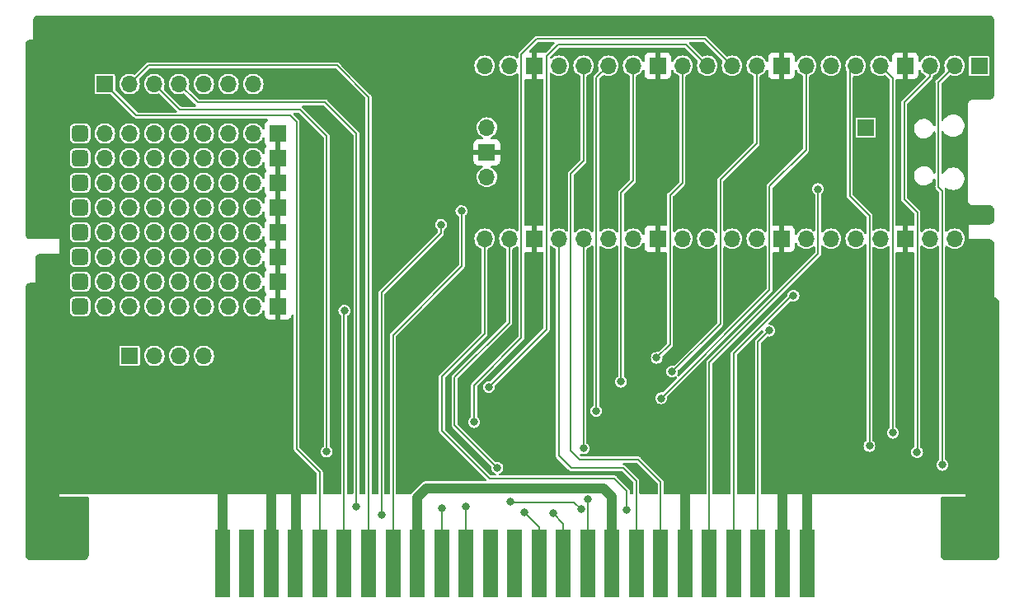
<source format=gbl>
G04 #@! TF.GenerationSoftware,KiCad,Pcbnew,7.0.8*
G04 #@! TF.CreationDate,2023-10-30T20:32:02+01:00*
G04 #@! TF.ProjectId,picocart64_v1_lite,7069636f-6361-4727-9436-345f76315f6c,rev?*
G04 #@! TF.SameCoordinates,Original*
G04 #@! TF.FileFunction,Copper,L2,Bot*
G04 #@! TF.FilePolarity,Positive*
%FSLAX46Y46*%
G04 Gerber Fmt 4.6, Leading zero omitted, Abs format (unit mm)*
G04 Created by KiCad (PCBNEW 7.0.8) date 2023-10-30 20:32:02*
%MOMM*%
%LPD*%
G01*
G04 APERTURE LIST*
G04 Aperture macros list*
%AMRoundRect*
0 Rectangle with rounded corners*
0 $1 Rounding radius*
0 $2 $3 $4 $5 $6 $7 $8 $9 X,Y pos of 4 corners*
0 Add a 4 corners polygon primitive as box body*
4,1,4,$2,$3,$4,$5,$6,$7,$8,$9,$2,$3,0*
0 Add four circle primitives for the rounded corners*
1,1,$1+$1,$2,$3*
1,1,$1+$1,$4,$5*
1,1,$1+$1,$6,$7*
1,1,$1+$1,$8,$9*
0 Add four rect primitives between the rounded corners*
20,1,$1+$1,$2,$3,$4,$5,0*
20,1,$1+$1,$4,$5,$6,$7,0*
20,1,$1+$1,$6,$7,$8,$9,0*
20,1,$1+$1,$8,$9,$2,$3,0*%
G04 Aperture macros list end*
G04 #@! TA.AperFunction,ComponentPad*
%ADD10C,2.500000*%
G04 #@! TD*
G04 #@! TA.AperFunction,ComponentPad*
%ADD11R,1.700000X1.700000*%
G04 #@! TD*
G04 #@! TA.AperFunction,ComponentPad*
%ADD12O,1.700000X1.700000*%
G04 #@! TD*
G04 #@! TA.AperFunction,ComponentPad*
%ADD13RoundRect,0.425000X0.425000X-0.425000X0.425000X0.425000X-0.425000X0.425000X-0.425000X-0.425000X0*%
G04 #@! TD*
G04 #@! TA.AperFunction,SMDPad,CuDef*
%ADD14R,1.500000X7.000000*%
G04 #@! TD*
G04 #@! TA.AperFunction,ViaPad*
%ADD15C,0.800000*%
G04 #@! TD*
G04 #@! TA.AperFunction,Conductor*
%ADD16C,1.000000*%
G04 #@! TD*
G04 #@! TA.AperFunction,Conductor*
%ADD17C,0.203200*%
G04 #@! TD*
G04 #@! TA.AperFunction,Conductor*
%ADD18C,1.016000*%
G04 #@! TD*
G04 APERTURE END LIST*
D10*
X102850000Y-112600000D03*
X197650000Y-112600000D03*
D11*
X197939990Y-65199997D03*
X186300000Y-71550000D03*
X110705000Y-95000000D03*
D12*
X113245000Y-95000000D03*
X115785000Y-95000000D03*
X118325000Y-95000000D03*
X108165000Y-89920000D03*
X110705000Y-89920000D03*
X113245000Y-89920000D03*
X115785000Y-89920000D03*
X118325000Y-89920000D03*
X120865000Y-89920000D03*
X123405000Y-89920000D03*
X108165000Y-87380000D03*
X110705000Y-87380000D03*
X113245000Y-87380000D03*
X115785000Y-87380000D03*
X118325000Y-87380000D03*
X120865000Y-87380000D03*
X123405000Y-87380000D03*
X108165000Y-84840000D03*
X110705000Y-84840000D03*
X113245000Y-84840000D03*
X115785000Y-84840000D03*
X118325000Y-84840000D03*
X120865000Y-84840000D03*
X123405000Y-84840000D03*
X108165000Y-82300000D03*
X110705000Y-82300000D03*
X113245000Y-82300000D03*
X115785000Y-82300000D03*
X118325000Y-82300000D03*
X120865000Y-82300000D03*
X123405000Y-82300000D03*
X108165000Y-79760000D03*
X110705000Y-79760000D03*
X113245000Y-79760000D03*
X115785000Y-79760000D03*
X118325000Y-79760000D03*
X120865000Y-79760000D03*
X123405000Y-79760000D03*
X108165000Y-77220000D03*
X110705000Y-77220000D03*
X113245000Y-77220000D03*
X115785000Y-77220000D03*
X118325000Y-77220000D03*
X120865000Y-77220000D03*
X123405000Y-77220000D03*
X108165000Y-74680000D03*
X110705000Y-74680000D03*
X113245000Y-74680000D03*
X115785000Y-74680000D03*
X118325000Y-74680000D03*
X120865000Y-74680000D03*
X123405000Y-74680000D03*
X108165000Y-72140000D03*
X110705000Y-72140000D03*
X113245000Y-72140000D03*
X115785000Y-72140000D03*
X118325000Y-72140000D03*
X120865000Y-72140000D03*
X123405000Y-72140000D03*
D13*
X105625000Y-89920000D03*
X105625000Y-87380000D03*
X105625000Y-84840000D03*
X105625000Y-82300000D03*
X105625000Y-79760000D03*
X105625000Y-77220000D03*
X105625000Y-74680000D03*
X105625000Y-72140000D03*
D11*
X125945000Y-89920000D03*
X125945000Y-87380000D03*
X125945000Y-84840000D03*
X125945000Y-82300000D03*
X125945000Y-79760000D03*
X125945000Y-77220000D03*
X125945000Y-74680000D03*
X125945000Y-72140000D03*
D12*
X195418600Y-65185000D03*
X192878600Y-65185000D03*
D11*
X190338600Y-65185000D03*
D12*
X187798600Y-65185000D03*
X185258600Y-65185000D03*
X182718600Y-65185000D03*
X180178600Y-65185000D03*
D11*
X177638600Y-65185000D03*
D12*
X175098600Y-65185000D03*
X172558600Y-65185000D03*
X170018600Y-65185000D03*
X167478600Y-65185000D03*
D11*
X164938600Y-65185000D03*
D12*
X162398600Y-65185000D03*
X159858600Y-65185000D03*
X157318600Y-65185000D03*
X154778600Y-65185000D03*
D11*
X152238600Y-65185000D03*
D12*
X149698600Y-65185000D03*
X147158600Y-65185000D03*
X147158600Y-82965000D03*
X149698600Y-82965000D03*
D11*
X152238600Y-82965000D03*
D12*
X154778600Y-82965000D03*
X157318600Y-82965000D03*
X159858600Y-82965000D03*
X162398600Y-82965000D03*
D11*
X164938600Y-82965000D03*
D12*
X167478600Y-82965000D03*
X170018600Y-82965000D03*
X172558600Y-82965000D03*
X175098600Y-82965000D03*
D11*
X177638600Y-82965000D03*
D12*
X180178600Y-82965000D03*
X182718600Y-82965000D03*
X185258600Y-82965000D03*
X187798600Y-82965000D03*
D11*
X190338600Y-82965000D03*
D12*
X192878600Y-82965000D03*
X195418600Y-82965000D03*
X147388600Y-71535000D03*
D11*
X147388600Y-74075000D03*
D12*
X147388600Y-76615000D03*
D11*
X108165000Y-67060000D03*
D12*
X110705000Y-67060000D03*
X113245000Y-67060000D03*
X115785000Y-67060000D03*
X118325000Y-67060000D03*
X120865000Y-67060000D03*
X123405000Y-67060000D03*
D14*
X180241000Y-116332000D03*
X177741000Y-116332000D03*
X175241000Y-116332000D03*
X172741000Y-116332000D03*
X170241000Y-116332000D03*
X167741000Y-116332000D03*
X165241000Y-116332000D03*
X162741000Y-116332000D03*
X160241000Y-116332000D03*
X157741000Y-116332000D03*
X155241000Y-116332000D03*
X152741000Y-116332000D03*
X150241000Y-116332000D03*
X147741000Y-116332000D03*
X145241000Y-116332000D03*
X142741000Y-116332000D03*
X140241000Y-116332000D03*
X137741000Y-116332000D03*
X135241000Y-116332000D03*
X132741000Y-116332000D03*
X130241000Y-116332000D03*
X127741000Y-116332000D03*
X125241000Y-116332000D03*
X122741000Y-116332000D03*
X120241000Y-116332000D03*
D15*
X180250000Y-111350000D03*
X180250000Y-108800000D03*
X177750000Y-111350000D03*
X177750000Y-108750000D03*
X167750000Y-108800000D03*
X167750000Y-110050000D03*
X127750000Y-111350000D03*
X127750000Y-108250000D03*
X125250000Y-108150000D03*
X125250000Y-111350000D03*
X120250000Y-111350000D03*
X120250000Y-108200000D03*
X130810000Y-63336550D03*
X141075000Y-91006500D03*
X140905318Y-73660000D03*
X181610000Y-68538966D03*
X115589704Y-102837791D03*
X190500000Y-87630000D03*
X105410000Y-63500000D03*
X101425000Y-92053295D03*
X177380000Y-80364914D03*
X192620000Y-80364914D03*
X110490000Y-107937495D03*
X115570000Y-107917791D03*
X197953903Y-92060000D03*
X157275000Y-78710000D03*
X168075000Y-100110000D03*
X180047000Y-92460000D03*
X189175000Y-108563500D03*
X181375000Y-96410000D03*
X137275000Y-79010000D03*
X138825000Y-107010000D03*
X105429704Y-102870000D03*
X148475000Y-89210000D03*
X164825000Y-78010000D03*
X129150000Y-100650000D03*
X125730000Y-102814488D03*
X183075000Y-80308167D03*
X152075000Y-78610000D03*
X102356903Y-77960000D03*
X110545560Y-98779704D03*
X102322855Y-75960000D03*
X179275000Y-98910000D03*
X115570000Y-63459124D03*
X162975000Y-88210000D03*
X101384142Y-89553295D03*
X176375000Y-68410000D03*
X197872187Y-87060000D03*
X132600000Y-88300000D03*
X101596097Y-107053295D03*
X173925000Y-97460000D03*
X179075000Y-78410000D03*
X167775000Y-91006500D03*
X102288806Y-73960000D03*
X187958792Y-80395000D03*
X120650000Y-63418266D03*
X172975000Y-80710000D03*
X164075000Y-108210000D03*
X162775000Y-80110000D03*
X197831329Y-84560000D03*
X115625560Y-98760000D03*
X149775000Y-98110000D03*
X147475000Y-103710000D03*
X171295000Y-68432806D03*
X195160000Y-80336540D03*
X176175000Y-75010000D03*
X195075000Y-67260000D03*
X102390951Y-79960000D03*
X185575000Y-94510000D03*
X159875000Y-78610000D03*
X139875000Y-87910000D03*
X173835000Y-68421403D03*
X149776384Y-74510000D03*
X149748011Y-72510000D03*
X190080000Y-80393288D03*
X195875000Y-97910000D03*
X163679048Y-68410000D03*
X120669704Y-102818088D03*
X168755000Y-68432805D03*
X137375000Y-83310000D03*
X139975000Y-104010000D03*
X144675000Y-91006500D03*
X197913045Y-89560000D03*
X169125000Y-88015000D03*
X198076477Y-99560000D03*
X129200000Y-82350000D03*
X120705560Y-97738088D03*
X135890000Y-63295692D03*
X183825000Y-76010000D03*
X197994761Y-94560000D03*
X159975000Y-88610000D03*
X152075000Y-71510000D03*
X195875000Y-102870000D03*
X101465858Y-94553295D03*
X181164600Y-89208800D03*
X182880000Y-87587963D03*
X191325000Y-69760000D03*
X169531400Y-106480800D03*
X101588432Y-102053295D03*
X198124999Y-104560000D03*
X154775000Y-78610000D03*
X192175000Y-108563500D03*
X198125000Y-107060000D03*
X102425000Y-85960000D03*
X152075000Y-88910000D03*
X102425000Y-81960000D03*
X149575000Y-78610000D03*
X101547574Y-99553295D03*
X170180000Y-80400496D03*
X140946176Y-68580000D03*
X186575000Y-74260000D03*
X150075000Y-106110000D03*
X166300000Y-106050000D03*
X142075000Y-84710000D03*
X140727800Y-98251200D03*
X125730000Y-63377408D03*
X105410000Y-107950000D03*
X186075000Y-108563500D03*
X132600000Y-82200000D03*
X173975000Y-88010000D03*
X187960000Y-97759352D03*
X105465560Y-97790000D03*
X110509704Y-102857495D03*
X160775000Y-68410000D03*
X101506716Y-97053295D03*
X198035619Y-97060000D03*
X151675000Y-75810000D03*
X167640000Y-80424141D03*
X163175000Y-91006500D03*
X166179048Y-68410000D03*
X139775000Y-81410000D03*
X101596096Y-104553295D03*
X198117335Y-102060000D03*
X155575000Y-68810000D03*
X149804758Y-76510000D03*
X129200000Y-91006500D03*
X125765856Y-97734488D03*
X110490000Y-63499982D03*
X140970000Y-63254834D03*
X174225000Y-102210000D03*
X130950000Y-104850000D03*
X136575000Y-111310000D03*
X142675000Y-81510000D03*
X160241000Y-110259000D03*
X140241000Y-110259000D03*
X140241000Y-111259000D03*
X160241000Y-111252000D03*
X144775000Y-80110000D03*
X133975000Y-110510000D03*
X194175000Y-106210000D03*
X191575000Y-104910000D03*
X189075000Y-102910000D03*
X186675000Y-104260000D03*
X165275000Y-99360000D03*
X166425000Y-96610000D03*
X146075000Y-101810000D03*
X147575000Y-98210000D03*
X142750000Y-110700000D03*
X164825000Y-95210000D03*
X145250000Y-110510000D03*
X161175000Y-97660000D03*
X151275000Y-111110000D03*
X154200000Y-111200000D03*
X158625000Y-100660000D03*
X181400000Y-77855000D03*
X178875000Y-88810000D03*
X176375000Y-92410000D03*
X161775000Y-110810000D03*
X148475000Y-106510000D03*
X149775000Y-110010000D03*
X157050000Y-110750000D03*
X157750000Y-109700000D03*
X157325000Y-104510000D03*
X132750000Y-90350000D03*
D16*
X120250000Y-116000000D02*
X120250000Y-108200000D01*
X125250000Y-116000000D02*
X125250000Y-108150000D01*
X127750000Y-116000000D02*
X127750000Y-108250000D01*
X180250000Y-116000000D02*
X180250000Y-108712000D01*
X167750000Y-116000000D02*
X167750000Y-108712000D01*
X177750000Y-116000000D02*
X177750000Y-108762000D01*
D17*
X130950000Y-104850000D02*
X130950000Y-72432500D01*
X130950000Y-72432500D02*
X128217500Y-69700000D01*
X115885000Y-69700000D02*
X113245000Y-67060000D01*
X128217500Y-69700000D02*
X115885000Y-69700000D01*
X136575000Y-88510000D02*
X136575000Y-111310000D01*
X142675000Y-82410000D02*
X136575000Y-88510000D01*
X142675000Y-81510000D02*
X142675000Y-82410000D01*
D18*
X159400000Y-108600000D02*
X141200000Y-108600000D01*
X141200000Y-108600000D02*
X140241000Y-109559000D01*
X160241000Y-110259000D02*
X160241000Y-109441000D01*
X140241000Y-109559000D02*
X140241000Y-110259000D01*
X140250000Y-110250000D02*
X140241000Y-110259000D01*
X160241000Y-116332000D02*
X160241000Y-110259000D01*
X140241000Y-116332000D02*
X140241000Y-110259000D01*
X160241000Y-109441000D02*
X159400000Y-108600000D01*
D17*
X135241000Y-68391000D02*
X135241000Y-116332000D01*
X112615000Y-65150000D02*
X132000000Y-65150000D01*
X110705000Y-67060000D02*
X112615000Y-65150000D01*
X132000000Y-65150000D02*
X135241000Y-68391000D01*
X137741000Y-92844000D02*
X137741000Y-116332000D01*
X144825000Y-80160000D02*
X144825000Y-85760000D01*
X144825000Y-85760000D02*
X137741000Y-92844000D01*
X144775000Y-80110000D02*
X144825000Y-80160000D01*
X130782500Y-68950000D02*
X117675000Y-68950000D01*
X133975000Y-72142500D02*
X130782500Y-68950000D01*
X117675000Y-68950000D02*
X115785000Y-67060000D01*
X133975000Y-110510000D02*
X133975000Y-72142500D01*
X194175000Y-106210000D02*
X194150000Y-106185000D01*
X194150000Y-78051601D02*
X193750000Y-77651601D01*
X194150000Y-106185000D02*
X194150000Y-78051601D01*
X193750000Y-66853600D02*
X195418600Y-65185000D01*
X193750000Y-77651601D02*
X193750000Y-66853600D01*
X191600000Y-80300000D02*
X190244404Y-78944404D01*
X190244404Y-78944404D02*
X190244404Y-68962396D01*
X190244404Y-68962396D02*
X192878600Y-66328200D01*
X191575000Y-104910000D02*
X191600000Y-104885000D01*
X192878600Y-66328200D02*
X192878600Y-65185000D01*
X191600000Y-104885000D02*
X191600000Y-80300000D01*
X189050000Y-102885000D02*
X189050000Y-66436400D01*
X189050000Y-66436400D02*
X187798600Y-65185000D01*
X189075000Y-102910000D02*
X189050000Y-102885000D01*
X186675000Y-80610000D02*
X186675000Y-104260000D01*
X185258600Y-65185000D02*
X184675000Y-65768600D01*
X184675000Y-65768600D02*
X184675000Y-78610000D01*
X184675000Y-78610000D02*
X186675000Y-80610000D01*
X176400000Y-88235000D02*
X165275000Y-99360000D01*
X176400000Y-77600000D02*
X176400000Y-88235000D01*
X180178600Y-65185000D02*
X180178600Y-73821400D01*
X180178600Y-73821400D02*
X176400000Y-77600000D01*
X175098600Y-73186400D02*
X171375000Y-76910000D01*
X171375000Y-91660000D02*
X166425000Y-96610000D01*
X171375000Y-76910000D02*
X171375000Y-91660000D01*
X175098600Y-65185000D02*
X175098600Y-73186400D01*
X152525000Y-62410000D02*
X169783600Y-62410000D01*
X150925000Y-64010000D02*
X152525000Y-62410000D01*
X146075000Y-98010000D02*
X150925000Y-93160000D01*
X146075000Y-101810000D02*
X146075000Y-98010000D01*
X150925000Y-93160000D02*
X150925000Y-64010000D01*
X169783600Y-62410000D02*
X172558600Y-65185000D01*
X154675000Y-63010000D02*
X167843600Y-63010000D01*
X142741000Y-110709000D02*
X142741000Y-116332000D01*
X153525000Y-92260000D02*
X153525000Y-64160000D01*
X153525000Y-64160000D02*
X154675000Y-63010000D01*
X147575000Y-98210000D02*
X153525000Y-92260000D01*
X167843600Y-63010000D02*
X170018600Y-65185000D01*
X142750000Y-110700000D02*
X142741000Y-110709000D01*
X167478600Y-77206400D02*
X166200000Y-78485000D01*
X166200000Y-78485000D02*
X166200000Y-93835000D01*
X145241000Y-110519000D02*
X145241000Y-116332000D01*
X145250000Y-110510000D02*
X145241000Y-110519000D01*
X166200000Y-93835000D02*
X164825000Y-95210000D01*
X167478600Y-65185000D02*
X167478600Y-77206400D01*
X152741000Y-112576000D02*
X152741000Y-116332000D01*
X161175000Y-78220000D02*
X161175000Y-97660000D01*
X151275000Y-111110000D02*
X152741000Y-112576000D01*
X162398600Y-76996400D02*
X161175000Y-78220000D01*
X162398600Y-65185000D02*
X162398600Y-76996400D01*
X158625000Y-66418600D02*
X158625000Y-100660000D01*
X159858600Y-65185000D02*
X158625000Y-66418600D01*
X155241000Y-112241000D02*
X155241000Y-116332000D01*
X154200000Y-111200000D02*
X155241000Y-112241000D01*
X156018000Y-104753000D02*
X156018000Y-76267000D01*
X156929000Y-105664000D02*
X156018000Y-104753000D01*
X165241000Y-116332000D02*
X165241000Y-107976000D01*
X157318600Y-74966400D02*
X157318600Y-65185000D01*
X156018000Y-76267000D02*
X157318600Y-74966400D01*
X165241000Y-107976000D02*
X162929000Y-105664000D01*
X162929000Y-105664000D02*
X156929000Y-105664000D01*
X170241000Y-95659000D02*
X170241000Y-116332000D01*
X181400000Y-84500000D02*
X170241000Y-95659000D01*
X181400000Y-77855000D02*
X181400000Y-84500000D01*
X178690000Y-88810000D02*
X172741000Y-94759000D01*
X172741000Y-94759000D02*
X172741000Y-116332000D01*
X178875000Y-88810000D02*
X178690000Y-88810000D01*
X175241000Y-116332000D02*
X175241000Y-93544000D01*
X175241000Y-93544000D02*
X176375000Y-92410000D01*
X147675000Y-107610000D02*
X142775000Y-102710000D01*
X142775000Y-102710000D02*
X142775000Y-97128896D01*
X161775000Y-108910000D02*
X160475000Y-107610000D01*
X142775000Y-97128896D02*
X147158600Y-92745296D01*
X161775000Y-110810000D02*
X161775000Y-108910000D01*
X160475000Y-107610000D02*
X147675000Y-107610000D01*
X147158600Y-92745296D02*
X147158600Y-82965000D01*
X144075000Y-102110000D02*
X144075000Y-97225000D01*
X149698600Y-91601400D02*
X149698600Y-82965000D01*
X144075000Y-97225000D02*
X149698600Y-91601400D01*
X149815000Y-110050000D02*
X156350000Y-110050000D01*
X148475000Y-106510000D02*
X144075000Y-102110000D01*
X149775000Y-110010000D02*
X149815000Y-110050000D01*
X156350000Y-110050000D02*
X157050000Y-110750000D01*
X161375000Y-106510000D02*
X156025000Y-106510000D01*
X156025000Y-106510000D02*
X154778600Y-105263600D01*
X154778600Y-105263600D02*
X154778600Y-82965000D01*
X162741000Y-107876000D02*
X161375000Y-106510000D01*
X162741000Y-116332000D02*
X162741000Y-107876000D01*
X157750000Y-109700000D02*
X157741000Y-109709000D01*
X157741000Y-109709000D02*
X157741000Y-116332000D01*
X157318600Y-82965000D02*
X157318600Y-104503600D01*
X157318600Y-104503600D02*
X157325000Y-104510000D01*
X132741000Y-90359000D02*
X132741000Y-116332000D01*
X132750000Y-90350000D02*
X132741000Y-90359000D01*
X130241000Y-116332000D02*
X130241000Y-106941000D01*
X130241000Y-106941000D02*
X127850000Y-104550000D01*
X127850000Y-104550000D02*
X127850000Y-70957500D01*
X111405000Y-70300000D02*
X108165000Y-67060000D01*
X127192500Y-70300000D02*
X111405000Y-70300000D01*
X127850000Y-70957500D02*
X127192500Y-70300000D01*
G04 #@! TA.AperFunction,Conductor*
G36*
X191905112Y-65609913D02*
G01*
X191933720Y-65645739D01*
X191954300Y-65684240D01*
X191991804Y-65754406D01*
X192000915Y-65771450D01*
X192132190Y-65931410D01*
X192292150Y-66062685D01*
X192419106Y-66130545D01*
X192469753Y-66180296D01*
X192485463Y-66249533D01*
X192461247Y-66316272D01*
X192448804Y-66330761D01*
X190075500Y-68704065D01*
X190068916Y-68709795D01*
X190059195Y-68717137D01*
X190026817Y-68752653D01*
X190024809Y-68754756D01*
X190010994Y-68768571D01*
X190010981Y-68768586D01*
X190009477Y-68770781D01*
X190004072Y-68777602D01*
X189983103Y-68800606D01*
X189980644Y-68806955D01*
X189967103Y-68832645D01*
X189963258Y-68838257D01*
X189963258Y-68838258D01*
X189956131Y-68868552D01*
X189953549Y-68876890D01*
X189942304Y-68905921D01*
X189942304Y-68912730D01*
X189938958Y-68941571D01*
X189937399Y-68948202D01*
X189937399Y-68948203D01*
X189941699Y-68979030D01*
X189942304Y-68987744D01*
X189942304Y-78881178D01*
X189941699Y-78889892D01*
X189940018Y-78901943D01*
X189942237Y-78949946D01*
X189942304Y-78952856D01*
X189942304Y-78972405D01*
X189942791Y-78975012D01*
X189943795Y-78983672D01*
X189945233Y-79014766D01*
X189945234Y-79014771D01*
X189947986Y-79021003D01*
X189956573Y-79048732D01*
X189957824Y-79055422D01*
X189957824Y-79055424D01*
X189974209Y-79081888D01*
X189978280Y-79089611D01*
X189990854Y-79118087D01*
X189990858Y-79118093D01*
X189995664Y-79122899D01*
X190013695Y-79145661D01*
X190017281Y-79151452D01*
X190042123Y-79170212D01*
X190048706Y-79175940D01*
X190656041Y-79783275D01*
X191260995Y-80388229D01*
X191295021Y-80450541D01*
X191297900Y-80477324D01*
X191297900Y-81481000D01*
X191277898Y-81549121D01*
X191224242Y-81595614D01*
X191171900Y-81607000D01*
X190592600Y-81607000D01*
X190592600Y-82520331D01*
X190483761Y-82470627D01*
X190375073Y-82455000D01*
X190302127Y-82455000D01*
X190193439Y-82470627D01*
X190084600Y-82520331D01*
X190084600Y-81607000D01*
X189478100Y-81607000D01*
X189409979Y-81586998D01*
X189363486Y-81533342D01*
X189352100Y-81481000D01*
X189352100Y-66669000D01*
X189372102Y-66600879D01*
X189425758Y-66554386D01*
X189478100Y-66543000D01*
X190084600Y-66543000D01*
X190084600Y-65629668D01*
X190193439Y-65679373D01*
X190302127Y-65695000D01*
X190375073Y-65695000D01*
X190483761Y-65679373D01*
X190592600Y-65629668D01*
X190592600Y-66543000D01*
X191237185Y-66543000D01*
X191237197Y-66542999D01*
X191297693Y-66536494D01*
X191434564Y-66485444D01*
X191434565Y-66485444D01*
X191551504Y-66397904D01*
X191639044Y-66280965D01*
X191639044Y-66280964D01*
X191690094Y-66144093D01*
X191696599Y-66083597D01*
X191696600Y-66083585D01*
X191696600Y-65705137D01*
X191716602Y-65637016D01*
X191770258Y-65590523D01*
X191840532Y-65580419D01*
X191905112Y-65609913D01*
G37*
G04 #@! TD.AperFunction*
G04 #@! TA.AperFunction,Conductor*
G36*
X199003511Y-60000895D02*
G01*
X199026356Y-60003469D01*
X199105633Y-60013906D01*
X199130785Y-60019895D01*
X199164224Y-60031595D01*
X199164700Y-60031762D01*
X199168001Y-60033022D01*
X199222028Y-60055400D01*
X199240840Y-60065119D01*
X199275466Y-60086876D01*
X199280303Y-60090240D01*
X199328152Y-60126957D01*
X199334346Y-60132388D01*
X199367609Y-60165651D01*
X199373041Y-60171846D01*
X199409758Y-60219695D01*
X199413122Y-60224532D01*
X199434879Y-60259158D01*
X199444600Y-60277975D01*
X199466976Y-60331997D01*
X199468236Y-60335298D01*
X199480100Y-60369200D01*
X199486093Y-60394371D01*
X199496530Y-60473649D01*
X199499101Y-60496468D01*
X199499498Y-60503557D01*
X199495948Y-68142921D01*
X199495551Y-68149957D01*
X199492976Y-68172790D01*
X199482530Y-68252076D01*
X199476537Y-68277239D01*
X199464672Y-68311144D01*
X199463411Y-68314446D01*
X199441035Y-68368460D01*
X199431313Y-68387276D01*
X199409544Y-68421919D01*
X199406181Y-68426755D01*
X199369485Y-68474576D01*
X199364046Y-68480778D01*
X199330778Y-68514046D01*
X199324576Y-68519485D01*
X199276755Y-68556181D01*
X199271919Y-68559544D01*
X199237276Y-68581313D01*
X199218460Y-68591035D01*
X199164446Y-68613411D01*
X199161144Y-68614672D01*
X199127239Y-68626537D01*
X199102076Y-68632530D01*
X199022791Y-68642976D01*
X199008810Y-68644553D01*
X198999964Y-68645550D01*
X198992905Y-68645947D01*
X198944936Y-68645947D01*
X198943910Y-68646056D01*
X197299900Y-68649500D01*
X197243606Y-68649500D01*
X197133649Y-68674597D01*
X197133644Y-68674599D01*
X197032037Y-68723530D01*
X197032035Y-68723531D01*
X196943854Y-68793854D01*
X196873531Y-68882035D01*
X196873530Y-68882037D01*
X196824599Y-68983644D01*
X196824597Y-68983649D01*
X196809311Y-69050624D01*
X196799500Y-69093607D01*
X196799500Y-69149901D01*
X196799500Y-78999500D01*
X196799500Y-79000000D01*
X196799500Y-79056393D01*
X196821196Y-79151452D01*
X196824597Y-79166350D01*
X196824599Y-79166355D01*
X196873530Y-79267962D01*
X196873531Y-79267964D01*
X196873532Y-79267965D01*
X196873533Y-79267967D01*
X196943854Y-79356146D01*
X197032033Y-79426467D01*
X197133649Y-79475403D01*
X197223172Y-79495836D01*
X197243606Y-79500500D01*
X197243607Y-79500500D01*
X197299901Y-79500500D01*
X198996458Y-79500500D01*
X199003511Y-79500895D01*
X199026356Y-79503469D01*
X199105633Y-79513906D01*
X199130785Y-79519895D01*
X199164224Y-79531595D01*
X199164700Y-79531762D01*
X199168001Y-79533022D01*
X199222028Y-79555400D01*
X199240840Y-79565119D01*
X199275466Y-79586876D01*
X199280303Y-79590240D01*
X199328152Y-79626957D01*
X199334346Y-79632388D01*
X199367609Y-79665651D01*
X199373041Y-79671846D01*
X199409758Y-79719695D01*
X199413122Y-79724532D01*
X199434879Y-79759158D01*
X199444600Y-79777975D01*
X199466976Y-79831997D01*
X199468236Y-79835298D01*
X199480100Y-79869200D01*
X199486093Y-79894371D01*
X199496529Y-79973645D01*
X199499103Y-79996476D01*
X199499500Y-80003539D01*
X199499500Y-80996460D01*
X199499103Y-81003523D01*
X199496529Y-81026354D01*
X199486093Y-81105627D01*
X199480100Y-81130798D01*
X199468236Y-81164700D01*
X199466976Y-81168001D01*
X199444600Y-81222023D01*
X199434879Y-81240840D01*
X199413122Y-81275466D01*
X199409758Y-81280303D01*
X199373041Y-81328152D01*
X199367602Y-81334355D01*
X199334355Y-81367602D01*
X199328152Y-81373041D01*
X199280303Y-81409758D01*
X199275466Y-81413122D01*
X199240840Y-81434879D01*
X199222023Y-81444600D01*
X199168001Y-81466976D01*
X199164700Y-81468236D01*
X199130798Y-81480100D01*
X199105627Y-81486093D01*
X199026354Y-81496529D01*
X199003523Y-81499103D01*
X198996460Y-81499500D01*
X196925158Y-81499500D01*
X196924952Y-81499459D01*
X196900001Y-81499459D01*
X196900000Y-81499459D01*
X196899901Y-81499500D01*
X196899617Y-81499617D01*
X196899459Y-81500000D01*
X196899476Y-81525014D01*
X196899471Y-81525014D01*
X196899500Y-81525157D01*
X196899500Y-82975072D01*
X196899415Y-82975500D01*
X196899458Y-82999998D01*
X196899459Y-83000000D01*
X196899500Y-83000099D01*
X196899617Y-83000383D01*
X196900000Y-83000541D01*
X196900002Y-83000539D01*
X196925014Y-83000524D01*
X196925014Y-83000528D01*
X196925158Y-83000500D01*
X198996458Y-83000500D01*
X199003511Y-83000895D01*
X199026356Y-83003469D01*
X199105633Y-83013906D01*
X199130785Y-83019895D01*
X199164224Y-83031595D01*
X199164700Y-83031762D01*
X199168001Y-83033022D01*
X199222028Y-83055400D01*
X199240840Y-83065119D01*
X199275466Y-83086876D01*
X199280303Y-83090240D01*
X199328152Y-83126957D01*
X199334346Y-83132388D01*
X199367609Y-83165651D01*
X199373041Y-83171846D01*
X199409758Y-83219695D01*
X199413122Y-83224532D01*
X199434879Y-83259158D01*
X199444600Y-83277975D01*
X199466976Y-83331997D01*
X199468236Y-83335298D01*
X199480100Y-83369200D01*
X199486093Y-83394371D01*
X199496529Y-83473645D01*
X199499103Y-83496476D01*
X199499500Y-83503539D01*
X199499500Y-89000501D01*
X199499716Y-89000717D01*
X199503990Y-89000948D01*
X199526348Y-89003468D01*
X199605631Y-89013906D01*
X199630785Y-89019895D01*
X199664224Y-89031595D01*
X199664700Y-89031762D01*
X199668001Y-89033022D01*
X199722028Y-89055400D01*
X199740840Y-89065119D01*
X199775466Y-89086876D01*
X199780303Y-89090240D01*
X199828152Y-89126957D01*
X199834346Y-89132388D01*
X199867609Y-89165651D01*
X199873041Y-89171846D01*
X199909758Y-89219695D01*
X199913122Y-89224532D01*
X199934879Y-89259158D01*
X199944600Y-89277975D01*
X199966976Y-89331997D01*
X199968236Y-89335298D01*
X199980100Y-89369200D01*
X199986093Y-89394371D01*
X199996529Y-89473645D01*
X199999103Y-89496476D01*
X199999500Y-89503539D01*
X199999500Y-109220000D01*
X175669100Y-109220000D01*
X175600979Y-109199998D01*
X175554486Y-109146342D01*
X175543100Y-109094000D01*
X175543100Y-93721324D01*
X175563102Y-93653203D01*
X175580000Y-93632233D01*
X176173375Y-93038857D01*
X176235686Y-93004834D01*
X176278913Y-93003032D01*
X176375000Y-93015682D01*
X176531762Y-92995044D01*
X176677841Y-92934536D01*
X176803282Y-92838282D01*
X176899536Y-92712841D01*
X176960044Y-92566762D01*
X176980682Y-92410000D01*
X176960044Y-92253238D01*
X176899536Y-92107159D01*
X176803282Y-91981718D01*
X176677841Y-91885464D01*
X176601857Y-91853990D01*
X176531760Y-91824955D01*
X176405558Y-91808341D01*
X176340631Y-91779619D01*
X176301539Y-91720353D01*
X176300694Y-91649362D01*
X176332909Y-91594324D01*
X177420786Y-90506447D01*
X178527151Y-89400081D01*
X178589461Y-89366058D01*
X178660276Y-89371122D01*
X178664464Y-89372769D01*
X178718238Y-89395044D01*
X178875000Y-89415682D01*
X179031762Y-89395044D01*
X179177841Y-89334536D01*
X179303282Y-89238282D01*
X179399536Y-89112841D01*
X179460044Y-88966762D01*
X179480682Y-88810000D01*
X179460044Y-88653238D01*
X179399536Y-88507159D01*
X179303282Y-88381718D01*
X179177841Y-88285464D01*
X179175915Y-88284666D01*
X179031760Y-88224955D01*
X178875000Y-88204318D01*
X178718239Y-88224955D01*
X178572160Y-88285463D01*
X178572157Y-88285465D01*
X178446718Y-88381718D01*
X178350465Y-88507157D01*
X178350463Y-88507160D01*
X178289955Y-88653239D01*
X178275893Y-88760050D01*
X178247170Y-88824977D01*
X178240066Y-88832698D01*
X172572096Y-94500669D01*
X172565512Y-94506399D01*
X172555791Y-94513741D01*
X172523413Y-94549257D01*
X172521405Y-94551360D01*
X172507590Y-94565175D01*
X172507577Y-94565190D01*
X172506073Y-94567385D01*
X172500668Y-94574206D01*
X172479699Y-94597210D01*
X172477240Y-94603559D01*
X172463699Y-94629249D01*
X172459854Y-94634861D01*
X172459854Y-94634862D01*
X172452727Y-94665156D01*
X172450145Y-94673494D01*
X172438900Y-94702525D01*
X172438900Y-94709334D01*
X172435554Y-94738175D01*
X172433995Y-94744806D01*
X172433995Y-94744807D01*
X172438295Y-94775634D01*
X172438900Y-94784348D01*
X172438900Y-109094000D01*
X172418898Y-109162121D01*
X172365242Y-109208614D01*
X172312900Y-109220000D01*
X170669100Y-109220000D01*
X170600979Y-109199998D01*
X170554486Y-109146342D01*
X170543100Y-109094000D01*
X170543100Y-95836323D01*
X170563102Y-95768202D01*
X170580000Y-95747233D01*
X181568911Y-84758321D01*
X181575497Y-84752590D01*
X181585202Y-84745260D01*
X181585210Y-84745257D01*
X181617576Y-84709751D01*
X181619567Y-84707665D01*
X181633411Y-84693823D01*
X181634907Y-84691637D01*
X181640323Y-84684798D01*
X181661300Y-84661790D01*
X181663755Y-84655452D01*
X181677306Y-84629743D01*
X181681146Y-84624138D01*
X181688275Y-84593823D01*
X181690848Y-84585514D01*
X181702100Y-84556472D01*
X181702100Y-84549666D01*
X181705447Y-84520818D01*
X181707005Y-84514193D01*
X181702705Y-84483365D01*
X181702100Y-84474651D01*
X181702100Y-83734450D01*
X181722102Y-83666329D01*
X181775758Y-83619836D01*
X181846032Y-83609732D01*
X181910612Y-83639226D01*
X181925496Y-83654513D01*
X181972190Y-83711410D01*
X182132150Y-83842685D01*
X182314646Y-83940232D01*
X182512666Y-84000300D01*
X182512670Y-84000300D01*
X182512672Y-84000301D01*
X182718597Y-84020583D01*
X182718600Y-84020583D01*
X182718603Y-84020583D01*
X182924527Y-84000301D01*
X182924528Y-84000300D01*
X182924534Y-84000300D01*
X183122554Y-83940232D01*
X183305050Y-83842685D01*
X183465010Y-83711410D01*
X183596285Y-83551450D01*
X183693832Y-83368954D01*
X183753900Y-83170934D01*
X183758232Y-83126957D01*
X183774183Y-82965003D01*
X184203017Y-82965003D01*
X184223298Y-83170927D01*
X184223299Y-83170933D01*
X184223300Y-83170934D01*
X184239146Y-83223172D01*
X184283368Y-83368954D01*
X184380912Y-83551446D01*
X184380915Y-83551450D01*
X184512190Y-83711410D01*
X184672150Y-83842685D01*
X184854646Y-83940232D01*
X185052666Y-84000300D01*
X185052670Y-84000300D01*
X185052672Y-84000301D01*
X185258597Y-84020583D01*
X185258600Y-84020583D01*
X185258603Y-84020583D01*
X185464527Y-84000301D01*
X185464528Y-84000300D01*
X185464534Y-84000300D01*
X185662554Y-83940232D01*
X185845050Y-83842685D01*
X186005010Y-83711410D01*
X186136285Y-83551450D01*
X186136287Y-83551444D01*
X186139726Y-83546300D01*
X186140959Y-83547124D01*
X186185527Y-83501752D01*
X186254763Y-83486040D01*
X186321503Y-83510254D01*
X186364557Y-83566706D01*
X186372900Y-83611794D01*
X186372900Y-103672758D01*
X186352898Y-103740879D01*
X186323605Y-103772720D01*
X186246718Y-103831717D01*
X186150465Y-103957157D01*
X186150463Y-103957160D01*
X186089955Y-104103239D01*
X186069318Y-104259999D01*
X186069318Y-104260000D01*
X186089955Y-104416760D01*
X186147441Y-104555542D01*
X186150464Y-104562841D01*
X186246718Y-104688282D01*
X186372159Y-104784536D01*
X186518238Y-104845044D01*
X186675000Y-104865682D01*
X186831762Y-104845044D01*
X186977841Y-104784536D01*
X187103282Y-104688282D01*
X187199536Y-104562841D01*
X187260044Y-104416762D01*
X187280682Y-104260000D01*
X187260044Y-104103238D01*
X187199536Y-103957159D01*
X187103282Y-103831718D01*
X187103281Y-103831717D01*
X187026395Y-103772720D01*
X186984528Y-103715382D01*
X186977100Y-103672758D01*
X186977100Y-83916188D01*
X186997102Y-83848067D01*
X187050758Y-83801574D01*
X187121032Y-83791470D01*
X187183030Y-83818787D01*
X187212150Y-83842685D01*
X187394646Y-83940232D01*
X187592666Y-84000300D01*
X187592670Y-84000300D01*
X187592672Y-84000301D01*
X187798597Y-84020583D01*
X187798600Y-84020583D01*
X187798603Y-84020583D01*
X188004527Y-84000301D01*
X188004528Y-84000300D01*
X188004534Y-84000300D01*
X188202554Y-83940232D01*
X188385050Y-83842685D01*
X188541967Y-83713906D01*
X188607314Y-83686154D01*
X188677293Y-83698136D01*
X188729684Y-83746049D01*
X188747900Y-83811307D01*
X188747900Y-102341942D01*
X188727898Y-102410063D01*
X188698606Y-102441902D01*
X188646722Y-102481715D01*
X188646718Y-102481718D01*
X188550465Y-102607157D01*
X188550463Y-102607160D01*
X188489955Y-102753239D01*
X188469318Y-102909999D01*
X188469318Y-102910000D01*
X188489955Y-103066760D01*
X188489956Y-103066762D01*
X188550464Y-103212841D01*
X188646718Y-103338282D01*
X188772159Y-103434536D01*
X188918238Y-103495044D01*
X189075000Y-103515682D01*
X189231762Y-103495044D01*
X189377841Y-103434536D01*
X189503282Y-103338282D01*
X189599536Y-103212841D01*
X189660044Y-103066762D01*
X189680682Y-102910000D01*
X189660044Y-102753238D01*
X189599536Y-102607159D01*
X189503282Y-102481718D01*
X189503280Y-102481716D01*
X189503279Y-102481715D01*
X189401396Y-102403537D01*
X189359529Y-102346199D01*
X189352100Y-102303575D01*
X189352100Y-84449000D01*
X189372102Y-84380879D01*
X189425758Y-84334386D01*
X189478100Y-84323000D01*
X190084600Y-84323000D01*
X190084600Y-83409668D01*
X190193439Y-83459373D01*
X190302127Y-83475000D01*
X190375073Y-83475000D01*
X190483761Y-83459373D01*
X190592600Y-83409668D01*
X190592600Y-84323000D01*
X191171900Y-84323000D01*
X191240021Y-84343002D01*
X191286514Y-84396658D01*
X191297900Y-84449000D01*
X191297900Y-104303575D01*
X191277898Y-104371696D01*
X191248604Y-104403537D01*
X191146720Y-104481715D01*
X191050465Y-104607157D01*
X191050463Y-104607160D01*
X190989955Y-104753239D01*
X190969318Y-104909999D01*
X190969318Y-104910000D01*
X190989955Y-105066760D01*
X191025612Y-105152842D01*
X191050464Y-105212841D01*
X191146718Y-105338282D01*
X191272159Y-105434536D01*
X191418238Y-105495044D01*
X191575000Y-105515682D01*
X191731762Y-105495044D01*
X191877841Y-105434536D01*
X192003282Y-105338282D01*
X192099536Y-105212841D01*
X192160044Y-105066762D01*
X192180682Y-104910000D01*
X192179129Y-104898207D01*
X192165182Y-104792268D01*
X192160044Y-104753238D01*
X192099536Y-104607159D01*
X192003282Y-104481718D01*
X191951394Y-104441903D01*
X191909529Y-104384567D01*
X191902100Y-104341942D01*
X191902100Y-83783190D01*
X191922102Y-83715069D01*
X191975758Y-83668576D01*
X192046032Y-83658472D01*
X192110612Y-83687966D01*
X192125498Y-83703256D01*
X192132190Y-83711410D01*
X192292150Y-83842685D01*
X192474646Y-83940232D01*
X192672666Y-84000300D01*
X192672670Y-84000300D01*
X192672672Y-84000301D01*
X192878597Y-84020583D01*
X192878600Y-84020583D01*
X192878603Y-84020583D01*
X193084527Y-84000301D01*
X193084528Y-84000300D01*
X193084534Y-84000300D01*
X193282554Y-83940232D01*
X193465050Y-83842685D01*
X193625010Y-83711410D01*
X193625012Y-83711406D01*
X193625016Y-83711404D01*
X193629388Y-83707033D01*
X193630381Y-83708026D01*
X193683173Y-83672063D01*
X193754144Y-83670159D01*
X193814878Y-83706928D01*
X193846092Y-83770694D01*
X193847900Y-83791964D01*
X193847900Y-105641942D01*
X193827898Y-105710063D01*
X193798606Y-105741902D01*
X193746722Y-105781715D01*
X193746718Y-105781718D01*
X193650465Y-105907157D01*
X193650463Y-105907160D01*
X193589955Y-106053239D01*
X193569318Y-106209999D01*
X193569318Y-106210000D01*
X193589955Y-106366760D01*
X193589956Y-106366762D01*
X193650464Y-106512841D01*
X193746718Y-106638282D01*
X193872159Y-106734536D01*
X194018238Y-106795044D01*
X194175000Y-106815682D01*
X194331762Y-106795044D01*
X194477841Y-106734536D01*
X194603282Y-106638282D01*
X194699536Y-106512841D01*
X194760044Y-106366762D01*
X194780682Y-106210000D01*
X194760044Y-106053238D01*
X194699536Y-105907159D01*
X194603282Y-105781718D01*
X194603280Y-105781716D01*
X194603279Y-105781715D01*
X194501396Y-105703537D01*
X194459529Y-105646199D01*
X194452100Y-105603575D01*
X194452100Y-83795376D01*
X194472102Y-83727255D01*
X194525758Y-83680762D01*
X194596032Y-83670658D01*
X194660612Y-83700152D01*
X194667558Y-83707286D01*
X194667812Y-83707033D01*
X194672183Y-83711404D01*
X194672188Y-83711408D01*
X194672190Y-83711410D01*
X194832150Y-83842685D01*
X195014646Y-83940232D01*
X195212666Y-84000300D01*
X195212670Y-84000300D01*
X195212672Y-84000301D01*
X195418597Y-84020583D01*
X195418600Y-84020583D01*
X195418603Y-84020583D01*
X195624527Y-84000301D01*
X195624528Y-84000300D01*
X195624534Y-84000300D01*
X195822554Y-83940232D01*
X196005050Y-83842685D01*
X196165010Y-83711410D01*
X196296285Y-83551450D01*
X196393832Y-83368954D01*
X196453900Y-83170934D01*
X196458232Y-83126957D01*
X196474183Y-82965003D01*
X196474183Y-82964996D01*
X196453901Y-82759072D01*
X196453900Y-82759070D01*
X196453900Y-82759066D01*
X196393832Y-82561046D01*
X196296285Y-82378550D01*
X196165010Y-82218590D01*
X196005050Y-82087315D01*
X196005048Y-82087314D01*
X196005047Y-82087313D01*
X195822554Y-81989768D01*
X195624527Y-81929698D01*
X195418603Y-81909417D01*
X195418597Y-81909417D01*
X195212672Y-81929698D01*
X195014645Y-81989768D01*
X194832152Y-82087313D01*
X194672183Y-82218595D01*
X194667812Y-82222967D01*
X194665932Y-82221087D01*
X194616758Y-82254546D01*
X194545786Y-82256409D01*
X194485073Y-82219606D01*
X194453896Y-82155821D01*
X194452100Y-82134623D01*
X194452100Y-78114822D01*
X194452705Y-78106106D01*
X194454384Y-78094065D01*
X194454386Y-78094060D01*
X194452167Y-78046057D01*
X194452100Y-78043147D01*
X194452100Y-78023613D01*
X194452100Y-78023608D01*
X194451614Y-78021012D01*
X194450607Y-78012346D01*
X194449170Y-77981237D01*
X194446418Y-77975005D01*
X194437829Y-77947268D01*
X194436579Y-77940580D01*
X194420192Y-77914114D01*
X194416119Y-77906387D01*
X194411265Y-77895394D01*
X194403548Y-77877915D01*
X194403547Y-77877914D01*
X194398832Y-77867234D01*
X194401875Y-77865890D01*
X194385837Y-77816660D01*
X194403832Y-77747982D01*
X194456101Y-77699935D01*
X194526048Y-77687774D01*
X194587712Y-77712412D01*
X194680345Y-77782366D01*
X194871211Y-77877405D01*
X195076290Y-77935756D01*
X195235406Y-77950500D01*
X195235413Y-77950500D01*
X195341787Y-77950500D01*
X195341794Y-77950500D01*
X195500910Y-77935756D01*
X195705989Y-77877405D01*
X195896855Y-77782366D01*
X196067007Y-77653872D01*
X196210652Y-77496302D01*
X196322898Y-77315019D01*
X196399921Y-77116198D01*
X196439100Y-76906610D01*
X196439100Y-76693390D01*
X196399921Y-76483802D01*
X196322898Y-76284981D01*
X196322364Y-76284119D01*
X196210654Y-76103701D01*
X196210653Y-76103699D01*
X196067008Y-75946129D01*
X196060231Y-75941011D01*
X195896855Y-75817634D01*
X195705989Y-75722595D01*
X195705986Y-75722594D01*
X195705984Y-75722593D01*
X195500911Y-75664244D01*
X195481020Y-75662401D01*
X195341794Y-75649500D01*
X195235406Y-75649500D01*
X195111649Y-75660967D01*
X195076288Y-75664244D01*
X194871215Y-75722593D01*
X194871211Y-75722595D01*
X194680345Y-75817634D01*
X194680344Y-75817635D01*
X194510191Y-75946129D01*
X194366546Y-76103699D01*
X194366545Y-76103701D01*
X194285227Y-76235035D01*
X194232360Y-76282422D01*
X194162266Y-76293705D01*
X194097199Y-76265301D01*
X194057817Y-76206228D01*
X194052100Y-76168704D01*
X194052100Y-71981295D01*
X194072102Y-71913174D01*
X194125758Y-71866681D01*
X194196032Y-71856577D01*
X194260612Y-71886071D01*
X194285227Y-71914965D01*
X194366542Y-72046294D01*
X194366546Y-72046300D01*
X194507536Y-72200957D01*
X194510193Y-72203872D01*
X194680345Y-72332366D01*
X194871211Y-72427405D01*
X195076290Y-72485756D01*
X195235406Y-72500500D01*
X195235413Y-72500500D01*
X195341787Y-72500500D01*
X195341794Y-72500500D01*
X195500910Y-72485756D01*
X195705989Y-72427405D01*
X195896855Y-72332366D01*
X196067007Y-72203872D01*
X196210652Y-72046302D01*
X196322898Y-71865019D01*
X196399921Y-71666198D01*
X196439100Y-71456610D01*
X196439100Y-71243390D01*
X196399921Y-71033802D01*
X196322898Y-70834981D01*
X196322385Y-70834153D01*
X196210654Y-70653701D01*
X196210653Y-70653699D01*
X196067008Y-70496129D01*
X196044878Y-70479417D01*
X195896855Y-70367634D01*
X195705989Y-70272595D01*
X195705986Y-70272594D01*
X195705984Y-70272593D01*
X195500911Y-70214244D01*
X195481020Y-70212401D01*
X195341794Y-70199500D01*
X195235406Y-70199500D01*
X195111649Y-70210967D01*
X195076288Y-70214244D01*
X194871215Y-70272593D01*
X194871211Y-70272595D01*
X194680345Y-70367634D01*
X194680344Y-70367635D01*
X194510191Y-70496129D01*
X194366546Y-70653699D01*
X194366545Y-70653701D01*
X194285227Y-70785035D01*
X194232360Y-70832422D01*
X194162266Y-70843705D01*
X194097199Y-70815301D01*
X194057817Y-70756228D01*
X194052100Y-70718704D01*
X194052100Y-67030924D01*
X194072102Y-66962803D01*
X194089000Y-66941833D01*
X194854699Y-66176133D01*
X194917010Y-66142110D01*
X194987825Y-66147174D01*
X195003182Y-66154104D01*
X195014646Y-66160232D01*
X195212666Y-66220300D01*
X195212670Y-66220300D01*
X195212672Y-66220301D01*
X195418597Y-66240583D01*
X195418600Y-66240583D01*
X195418603Y-66240583D01*
X195624527Y-66220301D01*
X195624528Y-66220300D01*
X195624534Y-66220300D01*
X195822554Y-66160232D01*
X195991838Y-66069747D01*
X196889490Y-66069747D01*
X196897508Y-66110057D01*
X196901123Y-66128228D01*
X196945438Y-66194549D01*
X197011759Y-66238864D01*
X197070242Y-66250497D01*
X197070243Y-66250497D01*
X198809737Y-66250497D01*
X198809738Y-66250497D01*
X198868221Y-66238864D01*
X198934542Y-66194549D01*
X198978857Y-66128228D01*
X198990490Y-66069745D01*
X198990490Y-64330249D01*
X198978857Y-64271766D01*
X198934542Y-64205445D01*
X198868221Y-64161130D01*
X198868218Y-64161129D01*
X198809740Y-64149497D01*
X198809738Y-64149497D01*
X197070242Y-64149497D01*
X197070239Y-64149497D01*
X197011761Y-64161129D01*
X197011758Y-64161130D01*
X196945438Y-64205445D01*
X196901123Y-64271765D01*
X196901122Y-64271768D01*
X196889490Y-64330246D01*
X196889490Y-66069747D01*
X195991838Y-66069747D01*
X196005050Y-66062685D01*
X196165010Y-65931410D01*
X196296285Y-65771450D01*
X196393832Y-65588954D01*
X196453900Y-65390934D01*
X196474183Y-65185000D01*
X196453900Y-64979066D01*
X196393832Y-64781046D01*
X196296285Y-64598550D01*
X196165010Y-64438590D01*
X196005050Y-64307315D01*
X196005048Y-64307314D01*
X196005047Y-64307313D01*
X195822554Y-64209768D01*
X195662214Y-64161130D01*
X195624534Y-64149700D01*
X195624533Y-64149699D01*
X195624527Y-64149698D01*
X195418603Y-64129417D01*
X195418597Y-64129417D01*
X195212672Y-64149698D01*
X195014645Y-64209768D01*
X194832152Y-64307313D01*
X194672190Y-64438590D01*
X194540913Y-64598552D01*
X194443368Y-64781045D01*
X194383298Y-64979072D01*
X194363017Y-65184996D01*
X194363017Y-65185003D01*
X194383298Y-65390927D01*
X194443368Y-65588955D01*
X194443368Y-65588956D01*
X194449490Y-65600408D01*
X194463963Y-65669913D01*
X194438560Y-65736210D01*
X194427464Y-65748900D01*
X193581096Y-66595269D01*
X193574512Y-66600999D01*
X193564791Y-66608341D01*
X193532413Y-66643857D01*
X193530405Y-66645960D01*
X193516590Y-66659775D01*
X193516577Y-66659790D01*
X193515073Y-66661985D01*
X193509668Y-66668806D01*
X193488699Y-66691810D01*
X193486240Y-66698159D01*
X193472699Y-66723849D01*
X193468854Y-66729461D01*
X193468854Y-66729462D01*
X193461727Y-66759756D01*
X193459145Y-66768094D01*
X193447900Y-66797125D01*
X193447900Y-66803934D01*
X193444554Y-66832775D01*
X193442995Y-66839406D01*
X193442995Y-66839407D01*
X193447295Y-66870234D01*
X193447900Y-66878948D01*
X193447900Y-71277451D01*
X193427898Y-71345572D01*
X193374242Y-71392065D01*
X193303968Y-71402169D01*
X193239388Y-71372675D01*
X193203743Y-71321211D01*
X193161488Y-71207118D01*
X193161484Y-71207110D01*
X193053855Y-71034433D01*
X193053845Y-71034420D01*
X192913663Y-70886951D01*
X192913661Y-70886949D01*
X192913659Y-70886947D01*
X192904980Y-70880906D01*
X192746647Y-70770703D01*
X192746646Y-70770702D01*
X192559661Y-70690460D01*
X192398360Y-70657313D01*
X192360341Y-70649500D01*
X192207858Y-70649500D01*
X192207839Y-70649500D01*
X192056166Y-70664925D01*
X192056163Y-70664925D01*
X192056162Y-70664926D01*
X192021638Y-70675758D01*
X191862013Y-70725840D01*
X191684094Y-70824592D01*
X191529709Y-70957129D01*
X191529702Y-70957136D01*
X191405155Y-71118036D01*
X191405150Y-71118044D01*
X191315541Y-71300723D01*
X191264536Y-71497719D01*
X191264536Y-71497722D01*
X191254230Y-71700935D01*
X191269757Y-71802285D01*
X191285044Y-71902071D01*
X191309763Y-71968815D01*
X191355711Y-72092881D01*
X191355715Y-72092889D01*
X191463344Y-72265566D01*
X191463354Y-72265579D01*
X191595417Y-72404507D01*
X191603541Y-72413053D01*
X191603544Y-72413055D01*
X191770552Y-72529296D01*
X191770553Y-72529297D01*
X191957538Y-72609539D01*
X191957541Y-72609539D01*
X191957542Y-72609540D01*
X192156859Y-72650500D01*
X192156860Y-72650500D01*
X192309341Y-72650500D01*
X192309342Y-72650500D01*
X192309343Y-72650499D01*
X192309360Y-72650499D01*
X192403433Y-72640931D01*
X192461038Y-72635074D01*
X192655188Y-72574159D01*
X192833102Y-72475409D01*
X192833103Y-72475408D01*
X192833105Y-72475407D01*
X192972298Y-72355912D01*
X192987495Y-72342866D01*
X193112048Y-72181958D01*
X193165918Y-72072136D01*
X193201656Y-71999280D01*
X193201657Y-71999276D01*
X193201660Y-71999271D01*
X193201661Y-71999265D01*
X193203740Y-71993653D01*
X193246153Y-71936717D01*
X193312614Y-71911749D01*
X193382024Y-71926676D01*
X193432344Y-71976759D01*
X193447900Y-72037406D01*
X193447900Y-76127451D01*
X193427898Y-76195572D01*
X193374242Y-76242065D01*
X193303968Y-76252169D01*
X193239388Y-76222675D01*
X193203743Y-76171211D01*
X193161488Y-76057118D01*
X193161484Y-76057110D01*
X193053855Y-75884433D01*
X193053845Y-75884420D01*
X192913663Y-75736951D01*
X192913661Y-75736949D01*
X192913659Y-75736947D01*
X192913655Y-75736944D01*
X192746647Y-75620703D01*
X192746646Y-75620702D01*
X192559661Y-75540460D01*
X192395173Y-75506658D01*
X192360341Y-75499500D01*
X192207858Y-75499500D01*
X192207839Y-75499500D01*
X192056166Y-75514925D01*
X192056163Y-75514925D01*
X192056162Y-75514926D01*
X192010374Y-75529292D01*
X191862013Y-75575840D01*
X191684094Y-75674592D01*
X191529709Y-75807129D01*
X191529702Y-75807136D01*
X191405155Y-75968036D01*
X191405150Y-75968044D01*
X191315541Y-76150723D01*
X191264536Y-76347719D01*
X191264536Y-76347722D01*
X191254230Y-76550935D01*
X191271174Y-76661536D01*
X191285044Y-76752071D01*
X191300961Y-76795048D01*
X191355711Y-76942881D01*
X191355715Y-76942889D01*
X191463344Y-77115566D01*
X191463354Y-77115579D01*
X191595627Y-77254728D01*
X191603541Y-77263053D01*
X191613459Y-77269956D01*
X191770552Y-77379296D01*
X191770553Y-77379297D01*
X191957538Y-77459539D01*
X191957541Y-77459539D01*
X191957542Y-77459540D01*
X192156859Y-77500500D01*
X192156860Y-77500500D01*
X192309341Y-77500500D01*
X192309342Y-77500500D01*
X192309343Y-77500499D01*
X192309360Y-77500499D01*
X192403433Y-77490931D01*
X192461038Y-77485074D01*
X192655188Y-77424159D01*
X192833102Y-77325409D01*
X192833103Y-77325408D01*
X192833105Y-77325407D01*
X192955888Y-77220000D01*
X192987495Y-77192866D01*
X193112048Y-77031958D01*
X193183057Y-76887196D01*
X193201656Y-76849280D01*
X193201657Y-76849276D01*
X193201660Y-76849271D01*
X193201661Y-76849265D01*
X193203740Y-76843653D01*
X193246153Y-76786717D01*
X193312614Y-76761749D01*
X193382024Y-76776676D01*
X193432344Y-76826759D01*
X193447900Y-76887406D01*
X193447900Y-77588375D01*
X193447295Y-77597089D01*
X193445614Y-77609140D01*
X193447833Y-77657143D01*
X193447900Y-77660053D01*
X193447900Y-77679602D01*
X193448387Y-77682209D01*
X193449391Y-77690869D01*
X193450829Y-77721963D01*
X193450830Y-77721968D01*
X193453582Y-77728200D01*
X193462169Y-77755929D01*
X193463420Y-77762619D01*
X193463420Y-77762621D01*
X193479805Y-77789085D01*
X193483876Y-77796808D01*
X193496450Y-77825284D01*
X193496454Y-77825290D01*
X193501260Y-77830096D01*
X193519291Y-77852858D01*
X193522877Y-77858649D01*
X193522878Y-77858650D01*
X193534245Y-77867234D01*
X193547719Y-77877409D01*
X193554302Y-77883137D01*
X193682925Y-78011760D01*
X193810995Y-78139830D01*
X193845021Y-78202142D01*
X193847900Y-78228925D01*
X193847900Y-82138035D01*
X193827898Y-82206156D01*
X193774242Y-82252649D01*
X193703968Y-82262753D01*
X193639388Y-82233259D01*
X193628578Y-82222157D01*
X193625016Y-82218595D01*
X193573384Y-82176222D01*
X193465050Y-82087315D01*
X193465048Y-82087314D01*
X193465047Y-82087313D01*
X193282554Y-81989768D01*
X193084527Y-81929698D01*
X192878603Y-81909417D01*
X192878597Y-81909417D01*
X192672672Y-81929698D01*
X192474645Y-81989768D01*
X192292152Y-82087313D01*
X192132190Y-82218590D01*
X192125500Y-82226742D01*
X192066823Y-82266711D01*
X191995852Y-82268612D01*
X191935119Y-82231842D01*
X191903907Y-82168074D01*
X191902100Y-82146809D01*
X191902100Y-80363221D01*
X191902705Y-80354505D01*
X191904384Y-80342464D01*
X191904386Y-80342459D01*
X191902167Y-80294456D01*
X191902100Y-80291546D01*
X191902100Y-80272012D01*
X191902100Y-80272007D01*
X191901614Y-80269411D01*
X191900607Y-80260745D01*
X191899170Y-80229636D01*
X191896418Y-80223405D01*
X191887829Y-80195670D01*
X191886579Y-80188979D01*
X191880152Y-80178599D01*
X191870197Y-80162520D01*
X191866125Y-80154794D01*
X191853550Y-80126317D01*
X191853549Y-80126316D01*
X191853549Y-80126315D01*
X191848736Y-80121502D01*
X191830703Y-80098735D01*
X191827122Y-80092951D01*
X191802274Y-80074187D01*
X191795697Y-80068463D01*
X190583409Y-78856175D01*
X190549383Y-78793863D01*
X190546504Y-78767080D01*
X190546504Y-69139719D01*
X190566506Y-69071598D01*
X190583404Y-69050629D01*
X193047511Y-66586521D01*
X193054097Y-66580790D01*
X193063802Y-66573460D01*
X193063810Y-66573457D01*
X193096176Y-66537951D01*
X193098167Y-66535865D01*
X193112011Y-66522023D01*
X193113507Y-66519837D01*
X193118923Y-66512998D01*
X193139900Y-66489990D01*
X193142355Y-66483652D01*
X193155906Y-66457943D01*
X193159746Y-66452338D01*
X193166875Y-66422023D01*
X193169448Y-66413714D01*
X193180700Y-66384672D01*
X193180700Y-66377866D01*
X193184047Y-66349018D01*
X193185605Y-66342393D01*
X193181305Y-66311565D01*
X193180700Y-66302851D01*
X193180700Y-66284577D01*
X193200702Y-66216456D01*
X193254358Y-66169963D01*
X193270126Y-66164002D01*
X193274018Y-66162821D01*
X193282554Y-66160232D01*
X193465050Y-66062685D01*
X193625010Y-65931410D01*
X193756285Y-65771450D01*
X193853832Y-65588954D01*
X193913900Y-65390934D01*
X193934183Y-65185000D01*
X193913900Y-64979066D01*
X193853832Y-64781046D01*
X193756285Y-64598550D01*
X193625010Y-64438590D01*
X193465050Y-64307315D01*
X193465048Y-64307314D01*
X193465047Y-64307313D01*
X193282554Y-64209768D01*
X193122214Y-64161130D01*
X193084534Y-64149700D01*
X193084533Y-64149699D01*
X193084527Y-64149698D01*
X192878603Y-64129417D01*
X192878597Y-64129417D01*
X192672672Y-64149698D01*
X192474645Y-64209768D01*
X192292152Y-64307313D01*
X192160233Y-64415576D01*
X192132190Y-64438590D01*
X192000915Y-64598550D01*
X191933722Y-64724259D01*
X191883969Y-64774907D01*
X191814733Y-64790616D01*
X191747994Y-64766400D01*
X191704942Y-64709946D01*
X191696600Y-64664862D01*
X191696600Y-64286414D01*
X191696599Y-64286402D01*
X191690094Y-64225906D01*
X191639044Y-64089035D01*
X191639044Y-64089034D01*
X191551504Y-63972095D01*
X191434565Y-63884555D01*
X191297693Y-63833505D01*
X191237197Y-63827000D01*
X190592600Y-63827000D01*
X190592600Y-64740331D01*
X190483761Y-64690627D01*
X190375073Y-64675000D01*
X190302127Y-64675000D01*
X190193439Y-64690627D01*
X190084600Y-64740331D01*
X190084600Y-63827000D01*
X189440002Y-63827000D01*
X189379506Y-63833505D01*
X189242635Y-63884555D01*
X189242634Y-63884555D01*
X189125695Y-63972095D01*
X189038155Y-64089034D01*
X189038155Y-64089035D01*
X188987105Y-64225906D01*
X188980600Y-64286402D01*
X188980600Y-64664862D01*
X188960598Y-64732983D01*
X188906942Y-64779476D01*
X188836668Y-64789580D01*
X188772088Y-64760086D01*
X188743478Y-64724259D01*
X188676285Y-64598550D01*
X188545010Y-64438590D01*
X188385050Y-64307315D01*
X188385048Y-64307314D01*
X188385047Y-64307313D01*
X188202554Y-64209768D01*
X188042214Y-64161130D01*
X188004534Y-64149700D01*
X188004533Y-64149699D01*
X188004527Y-64149698D01*
X187798603Y-64129417D01*
X187798597Y-64129417D01*
X187592672Y-64149698D01*
X187394645Y-64209768D01*
X187212152Y-64307313D01*
X187052190Y-64438590D01*
X186920913Y-64598552D01*
X186823368Y-64781045D01*
X186763298Y-64979072D01*
X186743017Y-65184996D01*
X186743017Y-65185003D01*
X186763298Y-65390927D01*
X186823368Y-65588954D01*
X186911804Y-65754406D01*
X186920915Y-65771450D01*
X187052190Y-65931410D01*
X187212150Y-66062685D01*
X187394646Y-66160232D01*
X187592666Y-66220300D01*
X187592670Y-66220300D01*
X187592672Y-66220301D01*
X187798597Y-66240583D01*
X187798600Y-66240583D01*
X187798603Y-66240583D01*
X188004527Y-66220301D01*
X188004528Y-66220300D01*
X188004534Y-66220300D01*
X188202554Y-66160232D01*
X188214006Y-66154110D01*
X188283509Y-66139636D01*
X188349806Y-66165035D01*
X188362501Y-66176135D01*
X188710995Y-66524629D01*
X188745021Y-66586941D01*
X188747900Y-66613724D01*
X188747900Y-82118692D01*
X188727898Y-82186813D01*
X188674242Y-82233306D01*
X188603968Y-82243410D01*
X188541967Y-82216092D01*
X188423283Y-82118692D01*
X188385050Y-82087315D01*
X188385048Y-82087314D01*
X188385047Y-82087313D01*
X188202554Y-81989768D01*
X188004527Y-81929698D01*
X187798603Y-81909417D01*
X187798597Y-81909417D01*
X187592672Y-81929698D01*
X187394645Y-81989768D01*
X187212151Y-82087314D01*
X187212148Y-82087316D01*
X187183032Y-82111211D01*
X187117685Y-82138964D01*
X187047707Y-82126982D01*
X186995316Y-82079068D01*
X186977100Y-82013811D01*
X186977100Y-80673222D01*
X186977705Y-80664506D01*
X186979384Y-80652465D01*
X186979386Y-80652460D01*
X186977601Y-80613850D01*
X186977167Y-80604456D01*
X186977100Y-80601546D01*
X186977100Y-80582012D01*
X186977100Y-80582007D01*
X186976614Y-80579411D01*
X186975607Y-80570745D01*
X186974170Y-80539636D01*
X186971418Y-80533405D01*
X186962829Y-80505670D01*
X186961579Y-80498979D01*
X186945197Y-80472520D01*
X186941125Y-80464794D01*
X186928550Y-80436317D01*
X186928549Y-80436316D01*
X186928549Y-80436315D01*
X186923736Y-80431502D01*
X186905703Y-80408735D01*
X186902122Y-80402951D01*
X186877274Y-80384187D01*
X186870697Y-80378463D01*
X185014005Y-78521771D01*
X184979979Y-78459459D01*
X184977100Y-78432676D01*
X184977100Y-72419750D01*
X185249500Y-72419750D01*
X185260571Y-72475409D01*
X185261133Y-72478231D01*
X185305448Y-72544552D01*
X185371769Y-72588867D01*
X185430252Y-72600500D01*
X185430253Y-72600500D01*
X187169747Y-72600500D01*
X187169748Y-72600500D01*
X187228231Y-72588867D01*
X187294552Y-72544552D01*
X187338867Y-72478231D01*
X187350500Y-72419748D01*
X187350500Y-70680252D01*
X187338867Y-70621769D01*
X187294552Y-70555448D01*
X187228231Y-70511133D01*
X187228228Y-70511132D01*
X187169750Y-70499500D01*
X187169748Y-70499500D01*
X185430252Y-70499500D01*
X185430249Y-70499500D01*
X185371771Y-70511132D01*
X185371768Y-70511133D01*
X185305448Y-70555448D01*
X185261133Y-70621768D01*
X185261132Y-70621771D01*
X185249500Y-70680249D01*
X185249500Y-72419750D01*
X184977100Y-72419750D01*
X184977100Y-66351877D01*
X184997102Y-66283756D01*
X185050758Y-66237263D01*
X185115450Y-66226484D01*
X185258597Y-66240583D01*
X185258600Y-66240583D01*
X185258603Y-66240583D01*
X185464527Y-66220301D01*
X185464528Y-66220300D01*
X185464534Y-66220300D01*
X185662554Y-66160232D01*
X185845050Y-66062685D01*
X186005010Y-65931410D01*
X186136285Y-65771450D01*
X186233832Y-65588954D01*
X186293900Y-65390934D01*
X186314183Y-65185000D01*
X186293900Y-64979066D01*
X186233832Y-64781046D01*
X186136285Y-64598550D01*
X186005010Y-64438590D01*
X185845050Y-64307315D01*
X185845048Y-64307314D01*
X185845047Y-64307313D01*
X185662554Y-64209768D01*
X185502214Y-64161130D01*
X185464534Y-64149700D01*
X185464533Y-64149699D01*
X185464527Y-64149698D01*
X185258603Y-64129417D01*
X185258597Y-64129417D01*
X185052672Y-64149698D01*
X184854645Y-64209768D01*
X184672152Y-64307313D01*
X184512190Y-64438590D01*
X184380913Y-64598552D01*
X184283368Y-64781045D01*
X184223298Y-64979072D01*
X184203017Y-65184996D01*
X184203017Y-65185003D01*
X184223298Y-65390927D01*
X184283368Y-65588954D01*
X184356077Y-65724982D01*
X184369746Y-65766964D01*
X184372295Y-65785229D01*
X184372900Y-65793947D01*
X184372900Y-78546774D01*
X184372295Y-78555488D01*
X184370614Y-78567539D01*
X184372833Y-78615542D01*
X184372900Y-78618452D01*
X184372900Y-78638001D01*
X184373387Y-78640608D01*
X184374391Y-78649268D01*
X184375829Y-78680362D01*
X184375830Y-78680367D01*
X184378582Y-78686599D01*
X184387169Y-78714328D01*
X184388420Y-78721018D01*
X184388420Y-78721020D01*
X184404805Y-78747484D01*
X184408876Y-78755207D01*
X184421450Y-78783683D01*
X184421454Y-78783689D01*
X184426260Y-78788495D01*
X184444291Y-78811257D01*
X184447877Y-78817048D01*
X184472719Y-78835808D01*
X184479302Y-78841536D01*
X185415741Y-79777975D01*
X186335995Y-80698229D01*
X186370021Y-80760541D01*
X186372900Y-80787324D01*
X186372900Y-82318205D01*
X186352898Y-82386326D01*
X186299242Y-82432819D01*
X186228968Y-82442923D01*
X186164388Y-82413429D01*
X186140326Y-82383298D01*
X186139726Y-82383700D01*
X186136287Y-82378553D01*
X186136285Y-82378551D01*
X186136285Y-82378550D01*
X186005010Y-82218590D01*
X185845050Y-82087315D01*
X185845048Y-82087314D01*
X185845047Y-82087313D01*
X185662554Y-81989768D01*
X185464527Y-81929698D01*
X185258603Y-81909417D01*
X185258597Y-81909417D01*
X185052672Y-81929698D01*
X184854645Y-81989768D01*
X184672152Y-82087313D01*
X184512190Y-82218590D01*
X184380913Y-82378552D01*
X184283368Y-82561045D01*
X184223298Y-82759072D01*
X184203017Y-82964996D01*
X184203017Y-82965003D01*
X183774183Y-82965003D01*
X183774183Y-82964996D01*
X183753901Y-82759072D01*
X183753900Y-82759070D01*
X183753900Y-82759066D01*
X183693832Y-82561046D01*
X183596285Y-82378550D01*
X183465010Y-82218590D01*
X183305050Y-82087315D01*
X183305048Y-82087314D01*
X183305047Y-82087313D01*
X183122554Y-81989768D01*
X182924527Y-81929698D01*
X182718603Y-81909417D01*
X182718597Y-81909417D01*
X182512672Y-81929698D01*
X182314645Y-81989768D01*
X182132152Y-82087313D01*
X181972189Y-82218590D01*
X181925499Y-82275483D01*
X181866822Y-82315451D01*
X181795851Y-82317352D01*
X181735119Y-82280581D01*
X181703907Y-82216813D01*
X181702100Y-82195549D01*
X181702100Y-78442241D01*
X181722102Y-78374120D01*
X181751394Y-78342279D01*
X181828282Y-78283282D01*
X181924536Y-78157841D01*
X181985044Y-78011762D01*
X182005682Y-77855000D01*
X182000634Y-77816660D01*
X181991593Y-77747982D01*
X181985044Y-77698238D01*
X181924536Y-77552159D01*
X181828282Y-77426718D01*
X181702841Y-77330464D01*
X181690638Y-77325409D01*
X181556760Y-77269955D01*
X181400000Y-77249318D01*
X181243239Y-77269955D01*
X181097160Y-77330463D01*
X181097157Y-77330465D01*
X180971718Y-77426718D01*
X180875465Y-77552157D01*
X180875463Y-77552160D01*
X180814955Y-77698239D01*
X180794318Y-77854999D01*
X180794318Y-77855000D01*
X180814955Y-78011760D01*
X180868004Y-78139830D01*
X180875464Y-78157841D01*
X180971718Y-78283282D01*
X181048604Y-78342279D01*
X181090471Y-78399616D01*
X181097900Y-78442241D01*
X181097900Y-82094072D01*
X181077898Y-82162193D01*
X181024242Y-82208686D01*
X180953968Y-82218790D01*
X180891967Y-82191472D01*
X180803283Y-82118692D01*
X180765050Y-82087315D01*
X180765048Y-82087314D01*
X180765047Y-82087313D01*
X180582554Y-81989768D01*
X180384527Y-81929698D01*
X180178603Y-81909417D01*
X180178597Y-81909417D01*
X179972672Y-81929698D01*
X179774645Y-81989768D01*
X179592152Y-82087313D01*
X179463033Y-82193278D01*
X179432190Y-82218590D01*
X179300915Y-82378550D01*
X179233722Y-82504259D01*
X179183969Y-82554907D01*
X179114733Y-82570616D01*
X179047994Y-82546400D01*
X179004942Y-82489946D01*
X178996600Y-82444862D01*
X178996600Y-82066414D01*
X178996599Y-82066402D01*
X178990094Y-82005906D01*
X178939044Y-81869035D01*
X178939044Y-81869034D01*
X178851504Y-81752095D01*
X178734565Y-81664555D01*
X178597693Y-81613505D01*
X178537197Y-81607000D01*
X177892600Y-81607000D01*
X177892600Y-82520331D01*
X177783761Y-82470627D01*
X177675073Y-82455000D01*
X177602127Y-82455000D01*
X177493439Y-82470627D01*
X177384600Y-82520331D01*
X177384600Y-81607000D01*
X176828100Y-81607000D01*
X176759979Y-81586998D01*
X176713486Y-81533342D01*
X176702100Y-81481000D01*
X176702100Y-77777323D01*
X176722102Y-77709202D01*
X176739000Y-77688233D01*
X180347511Y-74079721D01*
X180354097Y-74073990D01*
X180363802Y-74066660D01*
X180363810Y-74066657D01*
X180396176Y-74031151D01*
X180398167Y-74029065D01*
X180412011Y-74015223D01*
X180413507Y-74013037D01*
X180418923Y-74006198D01*
X180439900Y-73983190D01*
X180442359Y-73976841D01*
X180455899Y-73951152D01*
X180459745Y-73945539D01*
X180466871Y-73915234D01*
X180469451Y-73906904D01*
X180480700Y-73877872D01*
X180480700Y-73871066D01*
X180484047Y-73842217D01*
X180485605Y-73835594D01*
X180483028Y-73817124D01*
X180481305Y-73804764D01*
X180480700Y-73796050D01*
X180480700Y-66284577D01*
X180500702Y-66216456D01*
X180554358Y-66169963D01*
X180570126Y-66164002D01*
X180574018Y-66162821D01*
X180582554Y-66160232D01*
X180765050Y-66062685D01*
X180925010Y-65931410D01*
X181056285Y-65771450D01*
X181153832Y-65588954D01*
X181213900Y-65390934D01*
X181234183Y-65185003D01*
X181663017Y-65185003D01*
X181683298Y-65390927D01*
X181743368Y-65588954D01*
X181831804Y-65754406D01*
X181840915Y-65771450D01*
X181972190Y-65931410D01*
X182132150Y-66062685D01*
X182314646Y-66160232D01*
X182512666Y-66220300D01*
X182512670Y-66220300D01*
X182512672Y-66220301D01*
X182718597Y-66240583D01*
X182718600Y-66240583D01*
X182718603Y-66240583D01*
X182924527Y-66220301D01*
X182924528Y-66220300D01*
X182924534Y-66220300D01*
X183122554Y-66160232D01*
X183305050Y-66062685D01*
X183465010Y-65931410D01*
X183596285Y-65771450D01*
X183693832Y-65588954D01*
X183753900Y-65390934D01*
X183774183Y-65185000D01*
X183753900Y-64979066D01*
X183693832Y-64781046D01*
X183596285Y-64598550D01*
X183465010Y-64438590D01*
X183305050Y-64307315D01*
X183305048Y-64307314D01*
X183305047Y-64307313D01*
X183122554Y-64209768D01*
X182962214Y-64161130D01*
X182924534Y-64149700D01*
X182924533Y-64149699D01*
X182924527Y-64149698D01*
X182718603Y-64129417D01*
X182718597Y-64129417D01*
X182512672Y-64149698D01*
X182314645Y-64209768D01*
X182132152Y-64307313D01*
X181972190Y-64438590D01*
X181840913Y-64598552D01*
X181743368Y-64781045D01*
X181683298Y-64979072D01*
X181663017Y-65184996D01*
X181663017Y-65185003D01*
X181234183Y-65185003D01*
X181234183Y-65185000D01*
X181213900Y-64979066D01*
X181153832Y-64781046D01*
X181056285Y-64598550D01*
X180925010Y-64438590D01*
X180765050Y-64307315D01*
X180765048Y-64307314D01*
X180765047Y-64307313D01*
X180582554Y-64209768D01*
X180422214Y-64161130D01*
X180384534Y-64149700D01*
X180384533Y-64149699D01*
X180384527Y-64149698D01*
X180178603Y-64129417D01*
X180178597Y-64129417D01*
X179972672Y-64149698D01*
X179774645Y-64209768D01*
X179592152Y-64307313D01*
X179460233Y-64415576D01*
X179432190Y-64438590D01*
X179300915Y-64598550D01*
X179233722Y-64724259D01*
X179183969Y-64774907D01*
X179114733Y-64790616D01*
X179047994Y-64766400D01*
X179004942Y-64709946D01*
X178996600Y-64664862D01*
X178996600Y-64286414D01*
X178996599Y-64286402D01*
X178990094Y-64225906D01*
X178939044Y-64089035D01*
X178939044Y-64089034D01*
X178851504Y-63972095D01*
X178734565Y-63884555D01*
X178597693Y-63833505D01*
X178537197Y-63827000D01*
X177892600Y-63827000D01*
X177892600Y-64740331D01*
X177783761Y-64690627D01*
X177675073Y-64675000D01*
X177602127Y-64675000D01*
X177493439Y-64690627D01*
X177384600Y-64740331D01*
X177384600Y-63827000D01*
X176740002Y-63827000D01*
X176679506Y-63833505D01*
X176542635Y-63884555D01*
X176542634Y-63884555D01*
X176425695Y-63972095D01*
X176338155Y-64089034D01*
X176338155Y-64089035D01*
X176287105Y-64225906D01*
X176280600Y-64286402D01*
X176280600Y-64664862D01*
X176260598Y-64732983D01*
X176206942Y-64779476D01*
X176136668Y-64789580D01*
X176072088Y-64760086D01*
X176043478Y-64724259D01*
X175976285Y-64598550D01*
X175845010Y-64438590D01*
X175685050Y-64307315D01*
X175685048Y-64307314D01*
X175685047Y-64307313D01*
X175502554Y-64209768D01*
X175342214Y-64161130D01*
X175304534Y-64149700D01*
X175304533Y-64149699D01*
X175304527Y-64149698D01*
X175098603Y-64129417D01*
X175098597Y-64129417D01*
X174892672Y-64149698D01*
X174694645Y-64209768D01*
X174512152Y-64307313D01*
X174352190Y-64438590D01*
X174220913Y-64598552D01*
X174123368Y-64781045D01*
X174063298Y-64979072D01*
X174043017Y-65184996D01*
X174043017Y-65185003D01*
X174063298Y-65390927D01*
X174123368Y-65588954D01*
X174211804Y-65754406D01*
X174220915Y-65771450D01*
X174352190Y-65931410D01*
X174512150Y-66062685D01*
X174525358Y-66069745D01*
X174694646Y-66160232D01*
X174707074Y-66164002D01*
X174766456Y-66202916D01*
X174795372Y-66267757D01*
X174796500Y-66284577D01*
X174796500Y-73009075D01*
X174776498Y-73077196D01*
X174759595Y-73098170D01*
X171206096Y-76651669D01*
X171199512Y-76657399D01*
X171189791Y-76664741D01*
X171157413Y-76700257D01*
X171155405Y-76702360D01*
X171141590Y-76716175D01*
X171141577Y-76716190D01*
X171140073Y-76718385D01*
X171134668Y-76725206D01*
X171113699Y-76748210D01*
X171111240Y-76754559D01*
X171097699Y-76780249D01*
X171093854Y-76785861D01*
X171093854Y-76785862D01*
X171086727Y-76816156D01*
X171084145Y-76824494D01*
X171072900Y-76853525D01*
X171072900Y-76860334D01*
X171069554Y-76889175D01*
X171067995Y-76895806D01*
X171067995Y-76895807D01*
X171072295Y-76926634D01*
X171072900Y-76935348D01*
X171072900Y-82241609D01*
X171052898Y-82309730D01*
X170999242Y-82356223D01*
X170928968Y-82366327D01*
X170864388Y-82336833D01*
X170849500Y-82321542D01*
X170765010Y-82218590D01*
X170705001Y-82169342D01*
X170605050Y-82087315D01*
X170605048Y-82087314D01*
X170605047Y-82087313D01*
X170422554Y-81989768D01*
X170224527Y-81929698D01*
X170018603Y-81909417D01*
X170018597Y-81909417D01*
X169812672Y-81929698D01*
X169614645Y-81989768D01*
X169432152Y-82087313D01*
X169272190Y-82218590D01*
X169140913Y-82378552D01*
X169043368Y-82561045D01*
X168983298Y-82759072D01*
X168963017Y-82964996D01*
X168963017Y-82965003D01*
X168983298Y-83170927D01*
X168983299Y-83170933D01*
X168983300Y-83170934D01*
X168999146Y-83223172D01*
X169043368Y-83368954D01*
X169140912Y-83551446D01*
X169140915Y-83551450D01*
X169272190Y-83711410D01*
X169432150Y-83842685D01*
X169614646Y-83940232D01*
X169812666Y-84000300D01*
X169812670Y-84000300D01*
X169812672Y-84000301D01*
X170018597Y-84020583D01*
X170018600Y-84020583D01*
X170018603Y-84020583D01*
X170224527Y-84000301D01*
X170224528Y-84000300D01*
X170224534Y-84000300D01*
X170422554Y-83940232D01*
X170605050Y-83842685D01*
X170765010Y-83711410D01*
X170849501Y-83608455D01*
X170908177Y-83568488D01*
X170979148Y-83566587D01*
X171039881Y-83603357D01*
X171071093Y-83667125D01*
X171072900Y-83688390D01*
X171072900Y-91482675D01*
X171052898Y-91550796D01*
X171035995Y-91571770D01*
X166626624Y-95981140D01*
X166564312Y-96015166D01*
X166521083Y-96016967D01*
X166425001Y-96004318D01*
X166425000Y-96004318D01*
X166268239Y-96024955D01*
X166122160Y-96085463D01*
X166122157Y-96085465D01*
X165996718Y-96181718D01*
X165900465Y-96307157D01*
X165900463Y-96307160D01*
X165839955Y-96453239D01*
X165819318Y-96609999D01*
X165819318Y-96610000D01*
X165839955Y-96766760D01*
X165839956Y-96766762D01*
X165900464Y-96912841D01*
X165996718Y-97038282D01*
X166122159Y-97134536D01*
X166268238Y-97195044D01*
X166425000Y-97215682D01*
X166581762Y-97195044D01*
X166727841Y-97134536D01*
X166727842Y-97134534D01*
X166732231Y-97132717D01*
X166802821Y-97125128D01*
X166866308Y-97156907D01*
X166902535Y-97217965D01*
X166900001Y-97288917D01*
X166869544Y-97338221D01*
X165476624Y-98731140D01*
X165414312Y-98765166D01*
X165371083Y-98766967D01*
X165275001Y-98754318D01*
X165275000Y-98754318D01*
X165118239Y-98774955D01*
X164972160Y-98835463D01*
X164972157Y-98835465D01*
X164846718Y-98931718D01*
X164750465Y-99057157D01*
X164750463Y-99057160D01*
X164689955Y-99203239D01*
X164669318Y-99359999D01*
X164669318Y-99360000D01*
X164689955Y-99516760D01*
X164689956Y-99516762D01*
X164750464Y-99662841D01*
X164846718Y-99788282D01*
X164972159Y-99884536D01*
X165118238Y-99945044D01*
X165275000Y-99965682D01*
X165431762Y-99945044D01*
X165577841Y-99884536D01*
X165703282Y-99788282D01*
X165799536Y-99662841D01*
X165860044Y-99516762D01*
X165880682Y-99360000D01*
X165868032Y-99263913D01*
X165878971Y-99193766D01*
X165903856Y-99158376D01*
X176568911Y-88493321D01*
X176575497Y-88487590D01*
X176585202Y-88480260D01*
X176585210Y-88480257D01*
X176617576Y-88444751D01*
X176619567Y-88442665D01*
X176633411Y-88428823D01*
X176634907Y-88426637D01*
X176640323Y-88419798D01*
X176661300Y-88396790D01*
X176663755Y-88390452D01*
X176677306Y-88364743D01*
X176681146Y-88359138D01*
X176688275Y-88328823D01*
X176690848Y-88320514D01*
X176702100Y-88291472D01*
X176702100Y-88284666D01*
X176705447Y-88255818D01*
X176707005Y-88249193D01*
X176702705Y-88218365D01*
X176702100Y-88209651D01*
X176702100Y-84449000D01*
X176722102Y-84380879D01*
X176775758Y-84334386D01*
X176828100Y-84323000D01*
X177384600Y-84323000D01*
X177384600Y-83409668D01*
X177493439Y-83459373D01*
X177602127Y-83475000D01*
X177675073Y-83475000D01*
X177783761Y-83459373D01*
X177892600Y-83409668D01*
X177892600Y-84323000D01*
X178537185Y-84323000D01*
X178537197Y-84322999D01*
X178597693Y-84316494D01*
X178734564Y-84265444D01*
X178734565Y-84265444D01*
X178851504Y-84177904D01*
X178939044Y-84060965D01*
X178939044Y-84060964D01*
X178990094Y-83924093D01*
X178996599Y-83863597D01*
X178996600Y-83863585D01*
X178996600Y-83485137D01*
X179016602Y-83417016D01*
X179070258Y-83370523D01*
X179140532Y-83360419D01*
X179205112Y-83389913D01*
X179233720Y-83425739D01*
X179254300Y-83464240D01*
X179300912Y-83551446D01*
X179300915Y-83551450D01*
X179432190Y-83711410D01*
X179592150Y-83842685D01*
X179774646Y-83940232D01*
X179972666Y-84000300D01*
X179972670Y-84000300D01*
X179972672Y-84000301D01*
X180178597Y-84020583D01*
X180178600Y-84020583D01*
X180178603Y-84020583D01*
X180384527Y-84000301D01*
X180384528Y-84000300D01*
X180384534Y-84000300D01*
X180582554Y-83940232D01*
X180765050Y-83842685D01*
X180891968Y-83738526D01*
X180957314Y-83710774D01*
X181027292Y-83722756D01*
X181079684Y-83770669D01*
X181097900Y-83835927D01*
X181097900Y-84322675D01*
X181077898Y-84390796D01*
X181060995Y-84411770D01*
X170072096Y-95400669D01*
X170065512Y-95406399D01*
X170055791Y-95413741D01*
X170023413Y-95449257D01*
X170021405Y-95451360D01*
X170007590Y-95465175D01*
X170007577Y-95465190D01*
X170006073Y-95467385D01*
X170000668Y-95474206D01*
X169979699Y-95497210D01*
X169977240Y-95503559D01*
X169963699Y-95529249D01*
X169959854Y-95534861D01*
X169959854Y-95534862D01*
X169952727Y-95565156D01*
X169950145Y-95573494D01*
X169938900Y-95602525D01*
X169938900Y-95609334D01*
X169935554Y-95638175D01*
X169933995Y-95644806D01*
X169933995Y-95644807D01*
X169938295Y-95675634D01*
X169938900Y-95684348D01*
X169938900Y-109094000D01*
X169918898Y-109162121D01*
X169865242Y-109208614D01*
X169812900Y-109220000D01*
X165669100Y-109220000D01*
X165600979Y-109199998D01*
X165554486Y-109146342D01*
X165543100Y-109094000D01*
X165543100Y-108039222D01*
X165543705Y-108030506D01*
X165545384Y-108018465D01*
X165545386Y-108018460D01*
X165543601Y-107979850D01*
X165543167Y-107970456D01*
X165543100Y-107967546D01*
X165543100Y-107948012D01*
X165543100Y-107948007D01*
X165542614Y-107945411D01*
X165541607Y-107936745D01*
X165540170Y-107905636D01*
X165537418Y-107899405D01*
X165528829Y-107871670D01*
X165527579Y-107864979D01*
X165512797Y-107841105D01*
X165511197Y-107838520D01*
X165507125Y-107830794D01*
X165494550Y-107802317D01*
X165494549Y-107802316D01*
X165494549Y-107802315D01*
X165489736Y-107797502D01*
X165471703Y-107774735D01*
X165469798Y-107771658D01*
X165468122Y-107768951D01*
X165443274Y-107750187D01*
X165436697Y-107744463D01*
X163187318Y-105495084D01*
X163181589Y-105488500D01*
X163174256Y-105478789D01*
X163138741Y-105446412D01*
X163136655Y-105444421D01*
X163122823Y-105430589D01*
X163122600Y-105430436D01*
X163120634Y-105429089D01*
X163113793Y-105423670D01*
X163090790Y-105402700D01*
X163090784Y-105402697D01*
X163084440Y-105400239D01*
X163058754Y-105386700D01*
X163053143Y-105382856D01*
X163053135Y-105382853D01*
X163022834Y-105375725D01*
X163014493Y-105373142D01*
X162985472Y-105361900D01*
X162978666Y-105361900D01*
X162949818Y-105358553D01*
X162943192Y-105356994D01*
X162912365Y-105361295D01*
X162903651Y-105361900D01*
X157377177Y-105361900D01*
X157322881Y-105345957D01*
X157292238Y-105360395D01*
X157272823Y-105361900D01*
X157106324Y-105361900D01*
X157038203Y-105341898D01*
X157017229Y-105324995D01*
X156965809Y-105273575D01*
X156931783Y-105211263D01*
X156936848Y-105140448D01*
X156979395Y-105083612D01*
X157045915Y-105058801D01*
X157103121Y-105068071D01*
X157168238Y-105095044D01*
X157282606Y-105110100D01*
X157289269Y-105110978D01*
X157324021Y-105126351D01*
X157341679Y-105115004D01*
X157360731Y-105110978D01*
X157380235Y-105108410D01*
X157481762Y-105095044D01*
X157627841Y-105034536D01*
X157753282Y-104938282D01*
X157849536Y-104812841D01*
X157910044Y-104666762D01*
X157930682Y-104510000D01*
X157928771Y-104495488D01*
X157919474Y-104424866D01*
X157910044Y-104353238D01*
X157849536Y-104207159D01*
X157753282Y-104081718D01*
X157669995Y-104017810D01*
X157628129Y-103960473D01*
X157620700Y-103917848D01*
X157620700Y-84064577D01*
X157640702Y-83996456D01*
X157694358Y-83949963D01*
X157710126Y-83944002D01*
X157714018Y-83942821D01*
X157722554Y-83940232D01*
X157905050Y-83842685D01*
X158065010Y-83711410D01*
X158099501Y-83669382D01*
X158158177Y-83629414D01*
X158229148Y-83627513D01*
X158289881Y-83664283D01*
X158321093Y-83728051D01*
X158322900Y-83749316D01*
X158322900Y-100072758D01*
X158302898Y-100140879D01*
X158273605Y-100172720D01*
X158196718Y-100231717D01*
X158100465Y-100357157D01*
X158100463Y-100357160D01*
X158039955Y-100503239D01*
X158019318Y-100659999D01*
X158019318Y-100660000D01*
X158039955Y-100816760D01*
X158039956Y-100816762D01*
X158100464Y-100962841D01*
X158196718Y-101088282D01*
X158322159Y-101184536D01*
X158468238Y-101245044D01*
X158625000Y-101265682D01*
X158781762Y-101245044D01*
X158927841Y-101184536D01*
X159053282Y-101088282D01*
X159149536Y-100962841D01*
X159210044Y-100816762D01*
X159230682Y-100660000D01*
X159210044Y-100503238D01*
X159149536Y-100357159D01*
X159053282Y-100231718D01*
X159053281Y-100231717D01*
X158976395Y-100172720D01*
X158934528Y-100115382D01*
X158927100Y-100072758D01*
X158927100Y-83825915D01*
X158947102Y-83757794D01*
X159000758Y-83711301D01*
X159071032Y-83701197D01*
X159133032Y-83728514D01*
X159272150Y-83842685D01*
X159454646Y-83940232D01*
X159652666Y-84000300D01*
X159652670Y-84000300D01*
X159652672Y-84000301D01*
X159858597Y-84020583D01*
X159858600Y-84020583D01*
X159858603Y-84020583D01*
X160064527Y-84000301D01*
X160064528Y-84000300D01*
X160064534Y-84000300D01*
X160262554Y-83940232D01*
X160445050Y-83842685D01*
X160605010Y-83711410D01*
X160649500Y-83657197D01*
X160708177Y-83617229D01*
X160779148Y-83615328D01*
X160839881Y-83652098D01*
X160871093Y-83715866D01*
X160872900Y-83737131D01*
X160872900Y-97072758D01*
X160852898Y-97140879D01*
X160823605Y-97172720D01*
X160746718Y-97231717D01*
X160650465Y-97357157D01*
X160650463Y-97357160D01*
X160589955Y-97503239D01*
X160569318Y-97659999D01*
X160569318Y-97660000D01*
X160589955Y-97816760D01*
X160649426Y-97960334D01*
X160650464Y-97962841D01*
X160746718Y-98088282D01*
X160872159Y-98184536D01*
X161018238Y-98245044D01*
X161175000Y-98265682D01*
X161331762Y-98245044D01*
X161477841Y-98184536D01*
X161603282Y-98088282D01*
X161699536Y-97962841D01*
X161760044Y-97816762D01*
X161780682Y-97660000D01*
X161760044Y-97503238D01*
X161699536Y-97357159D01*
X161603282Y-97231718D01*
X161584263Y-97217124D01*
X161526395Y-97172720D01*
X161484528Y-97115382D01*
X161477100Y-97072758D01*
X161477100Y-83834121D01*
X161497102Y-83766000D01*
X161550758Y-83719507D01*
X161621032Y-83709403D01*
X161683030Y-83736719D01*
X161812150Y-83842685D01*
X161994646Y-83940232D01*
X162192666Y-84000300D01*
X162192670Y-84000300D01*
X162192672Y-84000301D01*
X162398597Y-84020583D01*
X162398600Y-84020583D01*
X162398603Y-84020583D01*
X162604527Y-84000301D01*
X162604528Y-84000300D01*
X162604534Y-84000300D01*
X162802554Y-83940232D01*
X162985050Y-83842685D01*
X163145010Y-83711410D01*
X163276285Y-83551450D01*
X163343478Y-83425739D01*
X163393230Y-83375093D01*
X163462467Y-83359383D01*
X163529206Y-83383599D01*
X163572258Y-83440053D01*
X163580600Y-83485137D01*
X163580600Y-83863597D01*
X163587105Y-83924093D01*
X163638155Y-84060964D01*
X163638155Y-84060965D01*
X163725695Y-84177904D01*
X163842634Y-84265444D01*
X163979506Y-84316494D01*
X164040002Y-84322999D01*
X164040015Y-84323000D01*
X164684600Y-84323000D01*
X164684600Y-83409668D01*
X164793439Y-83459373D01*
X164902127Y-83475000D01*
X164975073Y-83475000D01*
X165083761Y-83459373D01*
X165192600Y-83409668D01*
X165192600Y-84323000D01*
X165771900Y-84323000D01*
X165840021Y-84343002D01*
X165886514Y-84396658D01*
X165897900Y-84449000D01*
X165897900Y-93657674D01*
X165877898Y-93725795D01*
X165860995Y-93746770D01*
X165026623Y-94581141D01*
X164964311Y-94615166D01*
X164921082Y-94616967D01*
X164825000Y-94604318D01*
X164668239Y-94624955D01*
X164522160Y-94685463D01*
X164522157Y-94685465D01*
X164396718Y-94781718D01*
X164300465Y-94907157D01*
X164300463Y-94907160D01*
X164239955Y-95053239D01*
X164219318Y-95209999D01*
X164219318Y-95210000D01*
X164239955Y-95366760D01*
X164274127Y-95449257D01*
X164300464Y-95512841D01*
X164396718Y-95638282D01*
X164522159Y-95734536D01*
X164668238Y-95795044D01*
X164825000Y-95815682D01*
X164981762Y-95795044D01*
X165127841Y-95734536D01*
X165253282Y-95638282D01*
X165349536Y-95512841D01*
X165410044Y-95366762D01*
X165430682Y-95210000D01*
X165418032Y-95113913D01*
X165428971Y-95043766D01*
X165453856Y-95008376D01*
X166368911Y-94093321D01*
X166375497Y-94087590D01*
X166385202Y-94080260D01*
X166385210Y-94080257D01*
X166417576Y-94044751D01*
X166419567Y-94042665D01*
X166433411Y-94028823D01*
X166434907Y-94026637D01*
X166440323Y-94019798D01*
X166461300Y-93996790D01*
X166463756Y-93990449D01*
X166477303Y-93964746D01*
X166481146Y-93959138D01*
X166488275Y-93928828D01*
X166490853Y-93920502D01*
X166502100Y-93891472D01*
X166502100Y-93884670D01*
X166505447Y-93855820D01*
X166507006Y-93849194D01*
X166504789Y-93833302D01*
X166502705Y-93818358D01*
X166502100Y-93809644D01*
X166502100Y-83783190D01*
X166522102Y-83715069D01*
X166575758Y-83668576D01*
X166646032Y-83658472D01*
X166710612Y-83687966D01*
X166725498Y-83703256D01*
X166732190Y-83711410D01*
X166892150Y-83842685D01*
X167074646Y-83940232D01*
X167272666Y-84000300D01*
X167272670Y-84000300D01*
X167272672Y-84000301D01*
X167478597Y-84020583D01*
X167478600Y-84020583D01*
X167478603Y-84020583D01*
X167684527Y-84000301D01*
X167684528Y-84000300D01*
X167684534Y-84000300D01*
X167882554Y-83940232D01*
X168065050Y-83842685D01*
X168225010Y-83711410D01*
X168356285Y-83551450D01*
X168453832Y-83368954D01*
X168513900Y-83170934D01*
X168518232Y-83126957D01*
X168534183Y-82965003D01*
X168534183Y-82964996D01*
X168513901Y-82759072D01*
X168513900Y-82759070D01*
X168513900Y-82759066D01*
X168453832Y-82561046D01*
X168356285Y-82378550D01*
X168225010Y-82218590D01*
X168065050Y-82087315D01*
X168065048Y-82087314D01*
X168065047Y-82087313D01*
X167882554Y-81989768D01*
X167684527Y-81929698D01*
X167478603Y-81909417D01*
X167478597Y-81909417D01*
X167272672Y-81929698D01*
X167074645Y-81989768D01*
X166892152Y-82087313D01*
X166732190Y-82218590D01*
X166725500Y-82226742D01*
X166666823Y-82266711D01*
X166595852Y-82268612D01*
X166535119Y-82231842D01*
X166503907Y-82168074D01*
X166502100Y-82146809D01*
X166502100Y-78662323D01*
X166522102Y-78594202D01*
X166539000Y-78573232D01*
X167647511Y-77464721D01*
X167654097Y-77458990D01*
X167663802Y-77451660D01*
X167663810Y-77451657D01*
X167696176Y-77416151D01*
X167698167Y-77414065D01*
X167712011Y-77400223D01*
X167713507Y-77398037D01*
X167718923Y-77391198D01*
X167739900Y-77368190D01*
X167742359Y-77361841D01*
X167755899Y-77336152D01*
X167759745Y-77330539D01*
X167766871Y-77300234D01*
X167769451Y-77291904D01*
X167780700Y-77262872D01*
X167780700Y-77256066D01*
X167784047Y-77227217D01*
X167785605Y-77220593D01*
X167781305Y-77189765D01*
X167780700Y-77181051D01*
X167780700Y-66284577D01*
X167800702Y-66216456D01*
X167854358Y-66169963D01*
X167870126Y-66164002D01*
X167874018Y-66162821D01*
X167882554Y-66160232D01*
X168065050Y-66062685D01*
X168225010Y-65931410D01*
X168356285Y-65771450D01*
X168453832Y-65588954D01*
X168513900Y-65390934D01*
X168534183Y-65185000D01*
X168513900Y-64979066D01*
X168453832Y-64781046D01*
X168356285Y-64598550D01*
X168225010Y-64438590D01*
X168065050Y-64307315D01*
X168065048Y-64307314D01*
X168065047Y-64307313D01*
X167882554Y-64209768D01*
X167722214Y-64161130D01*
X167684534Y-64149700D01*
X167684533Y-64149699D01*
X167684527Y-64149698D01*
X167478603Y-64129417D01*
X167478597Y-64129417D01*
X167272672Y-64149698D01*
X167074645Y-64209768D01*
X166892152Y-64307313D01*
X166760233Y-64415576D01*
X166732190Y-64438590D01*
X166600915Y-64598550D01*
X166533722Y-64724259D01*
X166483969Y-64774907D01*
X166414733Y-64790616D01*
X166347994Y-64766400D01*
X166304942Y-64709946D01*
X166296600Y-64664862D01*
X166296600Y-64286414D01*
X166296599Y-64286402D01*
X166290094Y-64225906D01*
X166239044Y-64089035D01*
X166239044Y-64089034D01*
X166151504Y-63972095D01*
X166034565Y-63884555D01*
X165897693Y-63833505D01*
X165837197Y-63827000D01*
X165192600Y-63827000D01*
X165192600Y-64740331D01*
X165083761Y-64690627D01*
X164975073Y-64675000D01*
X164902127Y-64675000D01*
X164793439Y-64690627D01*
X164684600Y-64740331D01*
X164684600Y-63827000D01*
X164040002Y-63827000D01*
X163979506Y-63833505D01*
X163842635Y-63884555D01*
X163842634Y-63884555D01*
X163725695Y-63972095D01*
X163638155Y-64089034D01*
X163638155Y-64089035D01*
X163587105Y-64225906D01*
X163580600Y-64286402D01*
X163580600Y-64664862D01*
X163560598Y-64732983D01*
X163506942Y-64779476D01*
X163436668Y-64789580D01*
X163372088Y-64760086D01*
X163343478Y-64724259D01*
X163276285Y-64598550D01*
X163145010Y-64438590D01*
X162985050Y-64307315D01*
X162985048Y-64307314D01*
X162985047Y-64307313D01*
X162802554Y-64209768D01*
X162642214Y-64161130D01*
X162604534Y-64149700D01*
X162604533Y-64149699D01*
X162604527Y-64149698D01*
X162398603Y-64129417D01*
X162398597Y-64129417D01*
X162192672Y-64149698D01*
X161994645Y-64209768D01*
X161812152Y-64307313D01*
X161652190Y-64438590D01*
X161520913Y-64598552D01*
X161423368Y-64781045D01*
X161363298Y-64979072D01*
X161343017Y-65184996D01*
X161343017Y-65185003D01*
X161363298Y-65390927D01*
X161423368Y-65588954D01*
X161511804Y-65754406D01*
X161520915Y-65771450D01*
X161652190Y-65931410D01*
X161812150Y-66062685D01*
X161825358Y-66069745D01*
X161994646Y-66160232D01*
X162007074Y-66164002D01*
X162066456Y-66202916D01*
X162095372Y-66267757D01*
X162096500Y-66284577D01*
X162096500Y-76819075D01*
X162076498Y-76887196D01*
X162059595Y-76908170D01*
X161006096Y-77961669D01*
X160999512Y-77967399D01*
X160989791Y-77974741D01*
X160957413Y-78010257D01*
X160955405Y-78012360D01*
X160941590Y-78026175D01*
X160941577Y-78026190D01*
X160940073Y-78028385D01*
X160934668Y-78035206D01*
X160913699Y-78058210D01*
X160911240Y-78064559D01*
X160897699Y-78090249D01*
X160893854Y-78095861D01*
X160893854Y-78095862D01*
X160886727Y-78126156D01*
X160884145Y-78134494D01*
X160872900Y-78163525D01*
X160872900Y-78170334D01*
X160869554Y-78199175D01*
X160868857Y-78202142D01*
X160867995Y-78205807D01*
X160872295Y-78236634D01*
X160872900Y-78245348D01*
X160872900Y-82192868D01*
X160852898Y-82260989D01*
X160799242Y-82307482D01*
X160728968Y-82317586D01*
X160664388Y-82288092D01*
X160649501Y-82272802D01*
X160605010Y-82218590D01*
X160545001Y-82169342D01*
X160445050Y-82087315D01*
X160445048Y-82087314D01*
X160445047Y-82087313D01*
X160262554Y-81989768D01*
X160064527Y-81929698D01*
X159858603Y-81909417D01*
X159858597Y-81909417D01*
X159652672Y-81929698D01*
X159454645Y-81989768D01*
X159272152Y-82087313D01*
X159133033Y-82201484D01*
X159067685Y-82229237D01*
X158997707Y-82217255D01*
X158945316Y-82169342D01*
X158927100Y-82104084D01*
X158927100Y-66595924D01*
X158947102Y-66527803D01*
X158964000Y-66506833D01*
X159294699Y-66176133D01*
X159357010Y-66142110D01*
X159427825Y-66147174D01*
X159443182Y-66154104D01*
X159454646Y-66160232D01*
X159652666Y-66220300D01*
X159652670Y-66220300D01*
X159652672Y-66220301D01*
X159858597Y-66240583D01*
X159858600Y-66240583D01*
X159858603Y-66240583D01*
X160064527Y-66220301D01*
X160064528Y-66220300D01*
X160064534Y-66220300D01*
X160262554Y-66160232D01*
X160445050Y-66062685D01*
X160605010Y-65931410D01*
X160736285Y-65771450D01*
X160833832Y-65588954D01*
X160893900Y-65390934D01*
X160914183Y-65185000D01*
X160893900Y-64979066D01*
X160833832Y-64781046D01*
X160736285Y-64598550D01*
X160605010Y-64438590D01*
X160445050Y-64307315D01*
X160445048Y-64307314D01*
X160445047Y-64307313D01*
X160262554Y-64209768D01*
X160102214Y-64161130D01*
X160064534Y-64149700D01*
X160064533Y-64149699D01*
X160064527Y-64149698D01*
X159858603Y-64129417D01*
X159858597Y-64129417D01*
X159652672Y-64149698D01*
X159454645Y-64209768D01*
X159272152Y-64307313D01*
X159112190Y-64438590D01*
X158980913Y-64598552D01*
X158883368Y-64781045D01*
X158823298Y-64979072D01*
X158803017Y-65184996D01*
X158803017Y-65185003D01*
X158823298Y-65390927D01*
X158883368Y-65588955D01*
X158883368Y-65588956D01*
X158889490Y-65600408D01*
X158903963Y-65669913D01*
X158878560Y-65736210D01*
X158867464Y-65748900D01*
X158456096Y-66160269D01*
X158449512Y-66165999D01*
X158439791Y-66173341D01*
X158407413Y-66208857D01*
X158405405Y-66210960D01*
X158391590Y-66224775D01*
X158391577Y-66224790D01*
X158390073Y-66226985D01*
X158384668Y-66233806D01*
X158363699Y-66256810D01*
X158361240Y-66263159D01*
X158347699Y-66288849D01*
X158343854Y-66294461D01*
X158343854Y-66294462D01*
X158336727Y-66324756D01*
X158334145Y-66333094D01*
X158322900Y-66362125D01*
X158322900Y-66368934D01*
X158319554Y-66397775D01*
X158317995Y-66404406D01*
X158317995Y-66404407D01*
X158322295Y-66435234D01*
X158322900Y-66443948D01*
X158322900Y-82180683D01*
X158302898Y-82248804D01*
X158249242Y-82295297D01*
X158178968Y-82305401D01*
X158114388Y-82275907D01*
X158099501Y-82260617D01*
X158065010Y-82218590D01*
X158005001Y-82169342D01*
X157905050Y-82087315D01*
X157905048Y-82087314D01*
X157905047Y-82087313D01*
X157722554Y-81989768D01*
X157524527Y-81929698D01*
X157318603Y-81909417D01*
X157318597Y-81909417D01*
X157112672Y-81929698D01*
X156914645Y-81989768D01*
X156732152Y-82087313D01*
X156572186Y-82218592D01*
X156543499Y-82253549D01*
X156484822Y-82293518D01*
X156413851Y-82295419D01*
X156353119Y-82258648D01*
X156321907Y-82194880D01*
X156320100Y-82173616D01*
X156320100Y-76444323D01*
X156340102Y-76376202D01*
X156357000Y-76355232D01*
X157487511Y-75224721D01*
X157494097Y-75218990D01*
X157503802Y-75211660D01*
X157503810Y-75211657D01*
X157536176Y-75176151D01*
X157538167Y-75174065D01*
X157552011Y-75160223D01*
X157553507Y-75158037D01*
X157558923Y-75151198D01*
X157579900Y-75128190D01*
X157582355Y-75121852D01*
X157595906Y-75096143D01*
X157599746Y-75090538D01*
X157606875Y-75060223D01*
X157609448Y-75051914D01*
X157620700Y-75022872D01*
X157620700Y-75016066D01*
X157624047Y-74987218D01*
X157625605Y-74980593D01*
X157621305Y-74949765D01*
X157620700Y-74941051D01*
X157620700Y-66284577D01*
X157640702Y-66216456D01*
X157694358Y-66169963D01*
X157710126Y-66164002D01*
X157714018Y-66162821D01*
X157722554Y-66160232D01*
X157905050Y-66062685D01*
X158065010Y-65931410D01*
X158196285Y-65771450D01*
X158293832Y-65588954D01*
X158353900Y-65390934D01*
X158374183Y-65185000D01*
X158353900Y-64979066D01*
X158293832Y-64781046D01*
X158196285Y-64598550D01*
X158065010Y-64438590D01*
X157905050Y-64307315D01*
X157905048Y-64307314D01*
X157905047Y-64307313D01*
X157722554Y-64209768D01*
X157562214Y-64161130D01*
X157524534Y-64149700D01*
X157524533Y-64149699D01*
X157524527Y-64149698D01*
X157318603Y-64129417D01*
X157318597Y-64129417D01*
X157112672Y-64149698D01*
X156914645Y-64209768D01*
X156732152Y-64307313D01*
X156572190Y-64438590D01*
X156440913Y-64598552D01*
X156343368Y-64781045D01*
X156283298Y-64979072D01*
X156263017Y-65184996D01*
X156263017Y-65185003D01*
X156283298Y-65390927D01*
X156343368Y-65588954D01*
X156431804Y-65754406D01*
X156440915Y-65771450D01*
X156572190Y-65931410D01*
X156732150Y-66062685D01*
X156745358Y-66069745D01*
X156914646Y-66160232D01*
X156927074Y-66164002D01*
X156986456Y-66202916D01*
X157015372Y-66267757D01*
X157016500Y-66284577D01*
X157016500Y-74789075D01*
X156996498Y-74857196D01*
X156979595Y-74878170D01*
X155849096Y-76008669D01*
X155842512Y-76014399D01*
X155832791Y-76021741D01*
X155800413Y-76057257D01*
X155798405Y-76059360D01*
X155784590Y-76073175D01*
X155784577Y-76073190D01*
X155783073Y-76075385D01*
X155777668Y-76082206D01*
X155756699Y-76105210D01*
X155754240Y-76111559D01*
X155740699Y-76137249D01*
X155736854Y-76142861D01*
X155736854Y-76142862D01*
X155729727Y-76173156D01*
X155727145Y-76181494D01*
X155715900Y-76210525D01*
X155715900Y-76217334D01*
X155712554Y-76246175D01*
X155711145Y-76252169D01*
X155710995Y-76252807D01*
X155715295Y-76283634D01*
X155715900Y-76292348D01*
X155715900Y-82108844D01*
X155695898Y-82176965D01*
X155642242Y-82223458D01*
X155571968Y-82233562D01*
X155509967Y-82206244D01*
X155403283Y-82118692D01*
X155365050Y-82087315D01*
X155365048Y-82087314D01*
X155365047Y-82087313D01*
X155182554Y-81989768D01*
X154984527Y-81929698D01*
X154778603Y-81909417D01*
X154778597Y-81909417D01*
X154572672Y-81929698D01*
X154374645Y-81989768D01*
X154192152Y-82087313D01*
X154033033Y-82217898D01*
X153967685Y-82245651D01*
X153897707Y-82233669D01*
X153845316Y-82185756D01*
X153827100Y-82120498D01*
X153827100Y-66029501D01*
X153847102Y-65961380D01*
X153900758Y-65914887D01*
X153971032Y-65904783D01*
X154033030Y-65932100D01*
X154192150Y-66062685D01*
X154374646Y-66160232D01*
X154572666Y-66220300D01*
X154572670Y-66220300D01*
X154572672Y-66220301D01*
X154778597Y-66240583D01*
X154778600Y-66240583D01*
X154778603Y-66240583D01*
X154984527Y-66220301D01*
X154984528Y-66220300D01*
X154984534Y-66220300D01*
X155182554Y-66160232D01*
X155365050Y-66062685D01*
X155525010Y-65931410D01*
X155656285Y-65771450D01*
X155753832Y-65588954D01*
X155813900Y-65390934D01*
X155834183Y-65185000D01*
X155813900Y-64979066D01*
X155753832Y-64781046D01*
X155656285Y-64598550D01*
X155525010Y-64438590D01*
X155365050Y-64307315D01*
X155365048Y-64307314D01*
X155365047Y-64307313D01*
X155182554Y-64209768D01*
X155022214Y-64161130D01*
X154984534Y-64149700D01*
X154984533Y-64149699D01*
X154984527Y-64149698D01*
X154778603Y-64129417D01*
X154778597Y-64129417D01*
X154572672Y-64149698D01*
X154374645Y-64209768D01*
X154192152Y-64307313D01*
X154033033Y-64437898D01*
X153967685Y-64465651D01*
X153897707Y-64453669D01*
X153845316Y-64405756D01*
X153827100Y-64340498D01*
X153827100Y-64337324D01*
X153847102Y-64269203D01*
X153864005Y-64248229D01*
X154763229Y-63349005D01*
X154825541Y-63314979D01*
X154852324Y-63312100D01*
X167666276Y-63312100D01*
X167734397Y-63332102D01*
X167755371Y-63349005D01*
X169027464Y-64621098D01*
X169061490Y-64683410D01*
X169056425Y-64754225D01*
X169049495Y-64769582D01*
X169043370Y-64781042D01*
X169043366Y-64781052D01*
X168983298Y-64979072D01*
X168963017Y-65184996D01*
X168963017Y-65185003D01*
X168983298Y-65390927D01*
X169043368Y-65588954D01*
X169131804Y-65754406D01*
X169140915Y-65771450D01*
X169272190Y-65931410D01*
X169432150Y-66062685D01*
X169614646Y-66160232D01*
X169812666Y-66220300D01*
X169812670Y-66220300D01*
X169812672Y-66220301D01*
X170018597Y-66240583D01*
X170018600Y-66240583D01*
X170018603Y-66240583D01*
X170224527Y-66220301D01*
X170224528Y-66220300D01*
X170224534Y-66220300D01*
X170422554Y-66160232D01*
X170605050Y-66062685D01*
X170765010Y-65931410D01*
X170896285Y-65771450D01*
X170993832Y-65588954D01*
X171053900Y-65390934D01*
X171074183Y-65185000D01*
X171053900Y-64979066D01*
X170993832Y-64781046D01*
X170896285Y-64598550D01*
X170765010Y-64438590D01*
X170605050Y-64307315D01*
X170605048Y-64307314D01*
X170605047Y-64307313D01*
X170422554Y-64209768D01*
X170262214Y-64161130D01*
X170224534Y-64149700D01*
X170224533Y-64149699D01*
X170224527Y-64149698D01*
X170018603Y-64129417D01*
X170018597Y-64129417D01*
X169812672Y-64149698D01*
X169614652Y-64209766D01*
X169614650Y-64209766D01*
X169614646Y-64209768D01*
X169614643Y-64209769D01*
X169614642Y-64209770D01*
X169603182Y-64215895D01*
X169533675Y-64230362D01*
X169467381Y-64204955D01*
X169454698Y-64193864D01*
X168188029Y-62927195D01*
X168154003Y-62864883D01*
X168159068Y-62794068D01*
X168201615Y-62737232D01*
X168268135Y-62712421D01*
X168277124Y-62712100D01*
X169606276Y-62712100D01*
X169674397Y-62732102D01*
X169695371Y-62749005D01*
X171567464Y-64621098D01*
X171601490Y-64683410D01*
X171596425Y-64754225D01*
X171589495Y-64769582D01*
X171583370Y-64781042D01*
X171583366Y-64781052D01*
X171523298Y-64979072D01*
X171503017Y-65184996D01*
X171503017Y-65185003D01*
X171523298Y-65390927D01*
X171583368Y-65588954D01*
X171671804Y-65754406D01*
X171680915Y-65771450D01*
X171812190Y-65931410D01*
X171972150Y-66062685D01*
X172154646Y-66160232D01*
X172352666Y-66220300D01*
X172352670Y-66220300D01*
X172352672Y-66220301D01*
X172558597Y-66240583D01*
X172558600Y-66240583D01*
X172558603Y-66240583D01*
X172764527Y-66220301D01*
X172764528Y-66220300D01*
X172764534Y-66220300D01*
X172962554Y-66160232D01*
X173145050Y-66062685D01*
X173305010Y-65931410D01*
X173436285Y-65771450D01*
X173533832Y-65588954D01*
X173593900Y-65390934D01*
X173614183Y-65185000D01*
X173593900Y-64979066D01*
X173533832Y-64781046D01*
X173436285Y-64598550D01*
X173305010Y-64438590D01*
X173145050Y-64307315D01*
X173145048Y-64307314D01*
X173145047Y-64307313D01*
X172962554Y-64209768D01*
X172802214Y-64161130D01*
X172764534Y-64149700D01*
X172764533Y-64149699D01*
X172764527Y-64149698D01*
X172558603Y-64129417D01*
X172558597Y-64129417D01*
X172352672Y-64149698D01*
X172154652Y-64209766D01*
X172154650Y-64209766D01*
X172154646Y-64209768D01*
X172154643Y-64209769D01*
X172154642Y-64209770D01*
X172143182Y-64215895D01*
X172073675Y-64230362D01*
X172007381Y-64204955D01*
X171994698Y-64193864D01*
X171112934Y-63312100D01*
X170041918Y-62241084D01*
X170036189Y-62234500D01*
X170028856Y-62224789D01*
X169993341Y-62192412D01*
X169991255Y-62190421D01*
X169977423Y-62176589D01*
X169977200Y-62176436D01*
X169975234Y-62175089D01*
X169968393Y-62169670D01*
X169945390Y-62148700D01*
X169945384Y-62148697D01*
X169939040Y-62146239D01*
X169913354Y-62132700D01*
X169907743Y-62128856D01*
X169907735Y-62128853D01*
X169877434Y-62121725D01*
X169869093Y-62119142D01*
X169840072Y-62107900D01*
X169833266Y-62107900D01*
X169804418Y-62104553D01*
X169797792Y-62102994D01*
X169766965Y-62107295D01*
X169758251Y-62107900D01*
X152588226Y-62107900D01*
X152579512Y-62107295D01*
X152567460Y-62105614D01*
X152519458Y-62107833D01*
X152516548Y-62107900D01*
X152497000Y-62107900D01*
X152494394Y-62108387D01*
X152485734Y-62109391D01*
X152454640Y-62110829D01*
X152454636Y-62110829D01*
X152454636Y-62110830D01*
X152454635Y-62110830D01*
X152454633Y-62110831D01*
X152448400Y-62113583D01*
X152420672Y-62122169D01*
X152413980Y-62123420D01*
X152387511Y-62139807D01*
X152379789Y-62143877D01*
X152351314Y-62156451D01*
X152351311Y-62156453D01*
X152346494Y-62161270D01*
X152323745Y-62179289D01*
X152317954Y-62182874D01*
X152317948Y-62182880D01*
X152299190Y-62207720D01*
X152293456Y-62214308D01*
X150756096Y-63751669D01*
X150749512Y-63757399D01*
X150739791Y-63764741D01*
X150707413Y-63800257D01*
X150705405Y-63802360D01*
X150691590Y-63816175D01*
X150691577Y-63816190D01*
X150690073Y-63818385D01*
X150684668Y-63825206D01*
X150663699Y-63848210D01*
X150661240Y-63854559D01*
X150647699Y-63880249D01*
X150643854Y-63885861D01*
X150643854Y-63885862D01*
X150636727Y-63916156D01*
X150634145Y-63924494D01*
X150622900Y-63953525D01*
X150622900Y-63960334D01*
X150619554Y-63989175D01*
X150617995Y-63995806D01*
X150617995Y-63995807D01*
X150622295Y-64026634D01*
X150622900Y-64035348D01*
X150622900Y-64318176D01*
X150602898Y-64386297D01*
X150549242Y-64432790D01*
X150478968Y-64442894D01*
X150416967Y-64415576D01*
X150381290Y-64386297D01*
X150285050Y-64307315D01*
X150285048Y-64307314D01*
X150285047Y-64307313D01*
X150102554Y-64209768D01*
X149942214Y-64161130D01*
X149904534Y-64149700D01*
X149904533Y-64149699D01*
X149904527Y-64149698D01*
X149698603Y-64129417D01*
X149698597Y-64129417D01*
X149492672Y-64149698D01*
X149294645Y-64209768D01*
X149112152Y-64307313D01*
X148952190Y-64438590D01*
X148820913Y-64598552D01*
X148723368Y-64781045D01*
X148663298Y-64979072D01*
X148643017Y-65184996D01*
X148643017Y-65185003D01*
X148663298Y-65390927D01*
X148723368Y-65588954D01*
X148811804Y-65754406D01*
X148820915Y-65771450D01*
X148952190Y-65931410D01*
X149112150Y-66062685D01*
X149294646Y-66160232D01*
X149492666Y-66220300D01*
X149492670Y-66220300D01*
X149492672Y-66220301D01*
X149698597Y-66240583D01*
X149698600Y-66240583D01*
X149698603Y-66240583D01*
X149904527Y-66220301D01*
X149904528Y-66220300D01*
X149904534Y-66220300D01*
X150102554Y-66160232D01*
X150285050Y-66062685D01*
X150416967Y-65954423D01*
X150482314Y-65926670D01*
X150552292Y-65938652D01*
X150604684Y-65986565D01*
X150622900Y-66051823D01*
X150622900Y-82098176D01*
X150602898Y-82166297D01*
X150549242Y-82212790D01*
X150478968Y-82222894D01*
X150416967Y-82195576D01*
X150393384Y-82176222D01*
X150285050Y-82087315D01*
X150285048Y-82087314D01*
X150285047Y-82087313D01*
X150102554Y-81989768D01*
X149904527Y-81929698D01*
X149698603Y-81909417D01*
X149698597Y-81909417D01*
X149492672Y-81929698D01*
X149294645Y-81989768D01*
X149112152Y-82087313D01*
X148952190Y-82218590D01*
X148820913Y-82378552D01*
X148723368Y-82561045D01*
X148663298Y-82759072D01*
X148643017Y-82964996D01*
X148643017Y-82965003D01*
X148663298Y-83170927D01*
X148663299Y-83170933D01*
X148663300Y-83170934D01*
X148679146Y-83223172D01*
X148723368Y-83368954D01*
X148820912Y-83551446D01*
X148820915Y-83551450D01*
X148952190Y-83711410D01*
X149112150Y-83842685D01*
X149183654Y-83880905D01*
X149294646Y-83940232D01*
X149307074Y-83944002D01*
X149366456Y-83982916D01*
X149395372Y-84047757D01*
X149396500Y-84064577D01*
X149396500Y-91424075D01*
X149376498Y-91492196D01*
X149359595Y-91513170D01*
X143906096Y-96966669D01*
X143899512Y-96972399D01*
X143889791Y-96979741D01*
X143857413Y-97015257D01*
X143855405Y-97017360D01*
X143841590Y-97031175D01*
X143841577Y-97031190D01*
X143840073Y-97033385D01*
X143834668Y-97040206D01*
X143813699Y-97063210D01*
X143811240Y-97069559D01*
X143797699Y-97095249D01*
X143793854Y-97100861D01*
X143793854Y-97100862D01*
X143786727Y-97131156D01*
X143784145Y-97139494D01*
X143772900Y-97168525D01*
X143772900Y-97175334D01*
X143769554Y-97204175D01*
X143767995Y-97210806D01*
X143767995Y-97210807D01*
X143772295Y-97241634D01*
X143772900Y-97250348D01*
X143772900Y-102046774D01*
X143772295Y-102055488D01*
X143770614Y-102067539D01*
X143772833Y-102115542D01*
X143772900Y-102118452D01*
X143772900Y-102138001D01*
X143773387Y-102140608D01*
X143774391Y-102149268D01*
X143775829Y-102180362D01*
X143775830Y-102180367D01*
X143778582Y-102186599D01*
X143787169Y-102214328D01*
X143788420Y-102221018D01*
X143788420Y-102221020D01*
X143804805Y-102247484D01*
X143808876Y-102255207D01*
X143821450Y-102283683D01*
X143821454Y-102283689D01*
X143826260Y-102288495D01*
X143844291Y-102311257D01*
X143847877Y-102317048D01*
X143872719Y-102335808D01*
X143879302Y-102341536D01*
X145862923Y-104325157D01*
X147846140Y-106308374D01*
X147880166Y-106370686D01*
X147881967Y-106413914D01*
X147869318Y-106509998D01*
X147869318Y-106510000D01*
X147889955Y-106666760D01*
X147950408Y-106812705D01*
X147950464Y-106812841D01*
X148046718Y-106938282D01*
X148172159Y-107034536D01*
X148246893Y-107065491D01*
X148302173Y-107110039D01*
X148324594Y-107177403D01*
X148307036Y-107246194D01*
X148255074Y-107294572D01*
X148198674Y-107307900D01*
X147852324Y-107307900D01*
X147784203Y-107287898D01*
X147763229Y-107270995D01*
X143114005Y-102621771D01*
X143079979Y-102559459D01*
X143077100Y-102532676D01*
X143077100Y-97306219D01*
X143097102Y-97238098D01*
X143114000Y-97217129D01*
X147327511Y-93003617D01*
X147334097Y-92997886D01*
X147343802Y-92990556D01*
X147343810Y-92990553D01*
X147376176Y-92955047D01*
X147378167Y-92952961D01*
X147392011Y-92939119D01*
X147393507Y-92936933D01*
X147398923Y-92930094D01*
X147419900Y-92907086D01*
X147422355Y-92900748D01*
X147435906Y-92875039D01*
X147439745Y-92869435D01*
X147439744Y-92869435D01*
X147439746Y-92869434D01*
X147446872Y-92839134D01*
X147449453Y-92830795D01*
X147460700Y-92801768D01*
X147460700Y-92794965D01*
X147464047Y-92766117D01*
X147465606Y-92759488D01*
X147461305Y-92728653D01*
X147460700Y-92719939D01*
X147460700Y-84064577D01*
X147480702Y-83996456D01*
X147534358Y-83949963D01*
X147550126Y-83944002D01*
X147554018Y-83942821D01*
X147562554Y-83940232D01*
X147745050Y-83842685D01*
X147905010Y-83711410D01*
X148036285Y-83551450D01*
X148133832Y-83368954D01*
X148193900Y-83170934D01*
X148198232Y-83126957D01*
X148214183Y-82965003D01*
X148214183Y-82964996D01*
X148193901Y-82759072D01*
X148193900Y-82759070D01*
X148193900Y-82759066D01*
X148133832Y-82561046D01*
X148036285Y-82378550D01*
X147905010Y-82218590D01*
X147745050Y-82087315D01*
X147745048Y-82087314D01*
X147745047Y-82087313D01*
X147562554Y-81989768D01*
X147364527Y-81929698D01*
X147158603Y-81909417D01*
X147158597Y-81909417D01*
X146952672Y-81929698D01*
X146754645Y-81989768D01*
X146572152Y-82087313D01*
X146412190Y-82218590D01*
X146280913Y-82378552D01*
X146183368Y-82561045D01*
X146123298Y-82759072D01*
X146103017Y-82964996D01*
X146103017Y-82965003D01*
X146123298Y-83170927D01*
X146123299Y-83170933D01*
X146123300Y-83170934D01*
X146139146Y-83223172D01*
X146183368Y-83368954D01*
X146280912Y-83551446D01*
X146280915Y-83551450D01*
X146412190Y-83711410D01*
X146572150Y-83842685D01*
X146643654Y-83880905D01*
X146754646Y-83940232D01*
X146767074Y-83944002D01*
X146826456Y-83982916D01*
X146855372Y-84047757D01*
X146856500Y-84064577D01*
X146856500Y-92567971D01*
X146836498Y-92636092D01*
X146819595Y-92657066D01*
X142606096Y-96870565D01*
X142599512Y-96876295D01*
X142589791Y-96883637D01*
X142557413Y-96919153D01*
X142555405Y-96921256D01*
X142541590Y-96935071D01*
X142541577Y-96935086D01*
X142540073Y-96937281D01*
X142534668Y-96944102D01*
X142513699Y-96967106D01*
X142511240Y-96973455D01*
X142497699Y-96999145D01*
X142493854Y-97004757D01*
X142493854Y-97004758D01*
X142486727Y-97035052D01*
X142484145Y-97043390D01*
X142472900Y-97072421D01*
X142472900Y-97079230D01*
X142469554Y-97108071D01*
X142467995Y-97114702D01*
X142467995Y-97114703D01*
X142472295Y-97145530D01*
X142472900Y-97154244D01*
X142472900Y-102646774D01*
X142472295Y-102655488D01*
X142470614Y-102667539D01*
X142472833Y-102715542D01*
X142472900Y-102718452D01*
X142472900Y-102738001D01*
X142473387Y-102740608D01*
X142474391Y-102749268D01*
X142475829Y-102780362D01*
X142475830Y-102780367D01*
X142478582Y-102786599D01*
X142487169Y-102814328D01*
X142488420Y-102821018D01*
X142488420Y-102821020D01*
X142504805Y-102847484D01*
X142508876Y-102855207D01*
X142521450Y-102883683D01*
X142521454Y-102883689D01*
X142526260Y-102888495D01*
X142544291Y-102911257D01*
X142547877Y-102917048D01*
X142572719Y-102935808D01*
X142579302Y-102941536D01*
X144962761Y-105324995D01*
X147314171Y-107676405D01*
X147348197Y-107738717D01*
X147343132Y-107809532D01*
X147300585Y-107866368D01*
X147234065Y-107891179D01*
X147225076Y-107891500D01*
X141223319Y-107891500D01*
X141219519Y-107891385D01*
X141156908Y-107887598D01*
X141156907Y-107887598D01*
X141156905Y-107887598D01*
X141095218Y-107898902D01*
X141091459Y-107899474D01*
X141083178Y-107900480D01*
X141029202Y-107907034D01*
X141029195Y-107907035D01*
X141019661Y-107910651D01*
X140997711Y-107916770D01*
X140987678Y-107918609D01*
X140987665Y-107918613D01*
X140930476Y-107944351D01*
X140926961Y-107945807D01*
X140868326Y-107968045D01*
X140859921Y-107973846D01*
X140840080Y-107985035D01*
X140830779Y-107989222D01*
X140830769Y-107989227D01*
X140781401Y-108027904D01*
X140778339Y-108030157D01*
X140726726Y-108065784D01*
X140685126Y-108112740D01*
X140682518Y-108115511D01*
X139756511Y-109041518D01*
X139753740Y-109044126D01*
X139706784Y-109085726D01*
X139671157Y-109137338D01*
X139668904Y-109140401D01*
X139644382Y-109171703D01*
X139586626Y-109212993D01*
X139545194Y-109220000D01*
X138169100Y-109220000D01*
X138100979Y-109199998D01*
X138054486Y-109146342D01*
X138043100Y-109094000D01*
X138043100Y-93021323D01*
X138063102Y-92953202D01*
X138080000Y-92932233D01*
X144993911Y-86018321D01*
X145000497Y-86012590D01*
X145010202Y-86005260D01*
X145010210Y-86005257D01*
X145042576Y-85969751D01*
X145044567Y-85967665D01*
X145058411Y-85953823D01*
X145059907Y-85951637D01*
X145065323Y-85944798D01*
X145086300Y-85921790D01*
X145088755Y-85915452D01*
X145102306Y-85889743D01*
X145106146Y-85884138D01*
X145113275Y-85853823D01*
X145115848Y-85845514D01*
X145127100Y-85816472D01*
X145127100Y-85809666D01*
X145130447Y-85780818D01*
X145132005Y-85774193D01*
X145127705Y-85743365D01*
X145127100Y-85734651D01*
X145127100Y-80658874D01*
X145147102Y-80590753D01*
X145176395Y-80558912D01*
X145203282Y-80538282D01*
X145299536Y-80412841D01*
X145360044Y-80266762D01*
X145380682Y-80110000D01*
X145378437Y-80092951D01*
X145361715Y-79965934D01*
X145360044Y-79953238D01*
X145299536Y-79807159D01*
X145203282Y-79681718D01*
X145077841Y-79585464D01*
X145005261Y-79555400D01*
X144931760Y-79524955D01*
X144775000Y-79504318D01*
X144618239Y-79524955D01*
X144472160Y-79585463D01*
X144472157Y-79585465D01*
X144346718Y-79681718D01*
X144250465Y-79807157D01*
X144250463Y-79807160D01*
X144189955Y-79953239D01*
X144169318Y-80109999D01*
X144169318Y-80110000D01*
X144189955Y-80266760D01*
X144236222Y-80378457D01*
X144250464Y-80412841D01*
X144346718Y-80538282D01*
X144472159Y-80634536D01*
X144472161Y-80634536D01*
X144473604Y-80635644D01*
X144515471Y-80692982D01*
X144522900Y-80735607D01*
X144522900Y-85582675D01*
X144502898Y-85650796D01*
X144485995Y-85671770D01*
X137572096Y-92585669D01*
X137565512Y-92591399D01*
X137555791Y-92598741D01*
X137523413Y-92634257D01*
X137521405Y-92636360D01*
X137507590Y-92650175D01*
X137507577Y-92650190D01*
X137506073Y-92652385D01*
X137500668Y-92659206D01*
X137479699Y-92682210D01*
X137477240Y-92688559D01*
X137463699Y-92714249D01*
X137459854Y-92719861D01*
X137459854Y-92719862D01*
X137452727Y-92750156D01*
X137450145Y-92758494D01*
X137438900Y-92787525D01*
X137438900Y-92794334D01*
X137435554Y-92823175D01*
X137433995Y-92829806D01*
X137433995Y-92829807D01*
X137438295Y-92860634D01*
X137438900Y-92869348D01*
X137438900Y-109094000D01*
X137418898Y-109162121D01*
X137365242Y-109208614D01*
X137312900Y-109220000D01*
X137003100Y-109220000D01*
X136934979Y-109199998D01*
X136888486Y-109146342D01*
X136877100Y-109094000D01*
X136877100Y-88687323D01*
X136897102Y-88619202D01*
X136914000Y-88598233D01*
X142843911Y-82668321D01*
X142850497Y-82662590D01*
X142860202Y-82655260D01*
X142860210Y-82655257D01*
X142892576Y-82619751D01*
X142894567Y-82617665D01*
X142908411Y-82603823D01*
X142909907Y-82601637D01*
X142915323Y-82594798D01*
X142936300Y-82571790D01*
X142938755Y-82565452D01*
X142952306Y-82539743D01*
X142956146Y-82534138D01*
X142963275Y-82503823D01*
X142965848Y-82495514D01*
X142977100Y-82466472D01*
X142977100Y-82459666D01*
X142980447Y-82430818D01*
X142982005Y-82424193D01*
X142977705Y-82393365D01*
X142977100Y-82384651D01*
X142977100Y-82097241D01*
X142997102Y-82029120D01*
X143026394Y-81997279D01*
X143103282Y-81938282D01*
X143199536Y-81812841D01*
X143260044Y-81666762D01*
X143280682Y-81510000D01*
X143279365Y-81500000D01*
X143263150Y-81376830D01*
X143260044Y-81353238D01*
X143199536Y-81207159D01*
X143103282Y-81081718D01*
X142977841Y-80985464D01*
X142903064Y-80954490D01*
X142831760Y-80924955D01*
X142675000Y-80904318D01*
X142518239Y-80924955D01*
X142372160Y-80985463D01*
X142372157Y-80985465D01*
X142246718Y-81081718D01*
X142150465Y-81207157D01*
X142150463Y-81207160D01*
X142089955Y-81353239D01*
X142069318Y-81509999D01*
X142069318Y-81510000D01*
X142089955Y-81666760D01*
X142150049Y-81811838D01*
X142150464Y-81812841D01*
X142246718Y-81938282D01*
X142323604Y-81997279D01*
X142365471Y-82054616D01*
X142372900Y-82097241D01*
X142372900Y-82232675D01*
X142352898Y-82300796D01*
X142335995Y-82321770D01*
X136406096Y-88251669D01*
X136399512Y-88257399D01*
X136389791Y-88264741D01*
X136357413Y-88300257D01*
X136355405Y-88302360D01*
X136341590Y-88316175D01*
X136341577Y-88316190D01*
X136340073Y-88318385D01*
X136334668Y-88325206D01*
X136313699Y-88348210D01*
X136311240Y-88354559D01*
X136297699Y-88380249D01*
X136293854Y-88385861D01*
X136293854Y-88385862D01*
X136286727Y-88416156D01*
X136284145Y-88424494D01*
X136272900Y-88453525D01*
X136272900Y-88460334D01*
X136269554Y-88489175D01*
X136268578Y-88493328D01*
X136267995Y-88495807D01*
X136272295Y-88526634D01*
X136272900Y-88535348D01*
X136272900Y-109094000D01*
X136252898Y-109162121D01*
X136199242Y-109208614D01*
X136146900Y-109220000D01*
X135669100Y-109220000D01*
X135600979Y-109199998D01*
X135554486Y-109146342D01*
X135543100Y-109094000D01*
X135543100Y-74973597D01*
X146030600Y-74973597D01*
X146037105Y-75034093D01*
X146088155Y-75170964D01*
X146088155Y-75170965D01*
X146175695Y-75287904D01*
X146292634Y-75375444D01*
X146429506Y-75426494D01*
X146490002Y-75432999D01*
X146490015Y-75433000D01*
X146868462Y-75433000D01*
X146936583Y-75453002D01*
X146983076Y-75506658D01*
X146993180Y-75576932D01*
X146963686Y-75641512D01*
X146927860Y-75670120D01*
X146802150Y-75737315D01*
X146642190Y-75868590D01*
X146510913Y-76028552D01*
X146413368Y-76211045D01*
X146353298Y-76409072D01*
X146333017Y-76614996D01*
X146333017Y-76615003D01*
X146353298Y-76820927D01*
X146353299Y-76820933D01*
X146353300Y-76820934D01*
X146385363Y-76926634D01*
X146413368Y-77018954D01*
X146506328Y-77192870D01*
X146510915Y-77201450D01*
X146642190Y-77361410D01*
X146802150Y-77492685D01*
X146984646Y-77590232D01*
X147182666Y-77650300D01*
X147182670Y-77650300D01*
X147182672Y-77650301D01*
X147388597Y-77670583D01*
X147388600Y-77670583D01*
X147388603Y-77670583D01*
X147594527Y-77650301D01*
X147594528Y-77650300D01*
X147594534Y-77650300D01*
X147792554Y-77590232D01*
X147975050Y-77492685D01*
X148135010Y-77361410D01*
X148266285Y-77201450D01*
X148363832Y-77018954D01*
X148423900Y-76820934D01*
X148424382Y-76816046D01*
X148444183Y-76615003D01*
X148444183Y-76614996D01*
X148423901Y-76409072D01*
X148423900Y-76409070D01*
X148423900Y-76409066D01*
X148363832Y-76211046D01*
X148266285Y-76028550D01*
X148135010Y-75868590D01*
X147975050Y-75737315D01*
X147849339Y-75670121D01*
X147798693Y-75620369D01*
X147782984Y-75551133D01*
X147807200Y-75484394D01*
X147863654Y-75441342D01*
X147908738Y-75433000D01*
X148287185Y-75433000D01*
X148287197Y-75432999D01*
X148347693Y-75426494D01*
X148484564Y-75375444D01*
X148484565Y-75375444D01*
X148601504Y-75287904D01*
X148689044Y-75170965D01*
X148689044Y-75170964D01*
X148740094Y-75034093D01*
X148746599Y-74973597D01*
X148746600Y-74973585D01*
X148746600Y-74329000D01*
X147831601Y-74329000D01*
X147857282Y-74289040D01*
X147898600Y-74148327D01*
X147898600Y-74001673D01*
X147857282Y-73860960D01*
X147831601Y-73821000D01*
X148746600Y-73821000D01*
X148746600Y-73176414D01*
X148746599Y-73176402D01*
X148740094Y-73115906D01*
X148689044Y-72979035D01*
X148689044Y-72979034D01*
X148601504Y-72862095D01*
X148484565Y-72774555D01*
X148347693Y-72723505D01*
X148287197Y-72717000D01*
X147908738Y-72717000D01*
X147840617Y-72696998D01*
X147794124Y-72643342D01*
X147784020Y-72573068D01*
X147813514Y-72508488D01*
X147849339Y-72479879D01*
X147975050Y-72412685D01*
X148135010Y-72281410D01*
X148266285Y-72121450D01*
X148363832Y-71938954D01*
X148423900Y-71740934D01*
X148424382Y-71736046D01*
X148444183Y-71535003D01*
X148444183Y-71534996D01*
X148423901Y-71329072D01*
X148423900Y-71329070D01*
X148423900Y-71329066D01*
X148363832Y-71131046D01*
X148266285Y-70948550D01*
X148135010Y-70788590D01*
X147975050Y-70657315D01*
X147975048Y-70657314D01*
X147975047Y-70657313D01*
X147792554Y-70559768D01*
X147705675Y-70533414D01*
X147594534Y-70499700D01*
X147594533Y-70499699D01*
X147594527Y-70499698D01*
X147388603Y-70479417D01*
X147388597Y-70479417D01*
X147182672Y-70499698D01*
X146984645Y-70559768D01*
X146802152Y-70657313D01*
X146642190Y-70788590D01*
X146510913Y-70948552D01*
X146413368Y-71131045D01*
X146353298Y-71329072D01*
X146333017Y-71534996D01*
X146333017Y-71535003D01*
X146353298Y-71740927D01*
X146353299Y-71740933D01*
X146353300Y-71740934D01*
X146397305Y-71886000D01*
X146413368Y-71938954D01*
X146507206Y-72114512D01*
X146510915Y-72121450D01*
X146642190Y-72281410D01*
X146802150Y-72412685D01*
X146927860Y-72479878D01*
X146978507Y-72529631D01*
X146994216Y-72598867D01*
X146970000Y-72665606D01*
X146913546Y-72708658D01*
X146868462Y-72717000D01*
X146490002Y-72717000D01*
X146429506Y-72723505D01*
X146292635Y-72774555D01*
X146292634Y-72774555D01*
X146175695Y-72862095D01*
X146088155Y-72979034D01*
X146088155Y-72979035D01*
X146037105Y-73115906D01*
X146030600Y-73176402D01*
X146030600Y-73821000D01*
X146945599Y-73821000D01*
X146919918Y-73860960D01*
X146878600Y-74001673D01*
X146878600Y-74148327D01*
X146919918Y-74289040D01*
X146945599Y-74329000D01*
X146030600Y-74329000D01*
X146030600Y-74973597D01*
X135543100Y-74973597D01*
X135543100Y-68454222D01*
X135543705Y-68445506D01*
X135545384Y-68433465D01*
X135545386Y-68433460D01*
X135543167Y-68385456D01*
X135543100Y-68382546D01*
X135543100Y-68363012D01*
X135543100Y-68363007D01*
X135542614Y-68360411D01*
X135541607Y-68351745D01*
X135540170Y-68320636D01*
X135537418Y-68314405D01*
X135528829Y-68286670D01*
X135527579Y-68279979D01*
X135511197Y-68253520D01*
X135507125Y-68245794D01*
X135494550Y-68217317D01*
X135494549Y-68217316D01*
X135494549Y-68217315D01*
X135489736Y-68212502D01*
X135471703Y-68189735D01*
X135468122Y-68183951D01*
X135443274Y-68165187D01*
X135436697Y-68159463D01*
X132462237Y-65185003D01*
X146103017Y-65185003D01*
X146123298Y-65390927D01*
X146183368Y-65588954D01*
X146271804Y-65754406D01*
X146280915Y-65771450D01*
X146412190Y-65931410D01*
X146572150Y-66062685D01*
X146754646Y-66160232D01*
X146952666Y-66220300D01*
X146952670Y-66220300D01*
X146952672Y-66220301D01*
X147158597Y-66240583D01*
X147158600Y-66240583D01*
X147158603Y-66240583D01*
X147364527Y-66220301D01*
X147364528Y-66220300D01*
X147364534Y-66220300D01*
X147562554Y-66160232D01*
X147745050Y-66062685D01*
X147905010Y-65931410D01*
X148036285Y-65771450D01*
X148133832Y-65588954D01*
X148193900Y-65390934D01*
X148214183Y-65185000D01*
X148193900Y-64979066D01*
X148133832Y-64781046D01*
X148036285Y-64598550D01*
X147905010Y-64438590D01*
X147745050Y-64307315D01*
X147745048Y-64307314D01*
X147745047Y-64307313D01*
X147562554Y-64209768D01*
X147402214Y-64161130D01*
X147364534Y-64149700D01*
X147364533Y-64149699D01*
X147364527Y-64149698D01*
X147158603Y-64129417D01*
X147158597Y-64129417D01*
X146952672Y-64149698D01*
X146754645Y-64209768D01*
X146572152Y-64307313D01*
X146412190Y-64438590D01*
X146280913Y-64598552D01*
X146183368Y-64781045D01*
X146123298Y-64979072D01*
X146103017Y-65184996D01*
X146103017Y-65185003D01*
X132462237Y-65185003D01*
X132258318Y-64981084D01*
X132252589Y-64974500D01*
X132245256Y-64964789D01*
X132209741Y-64932412D01*
X132207655Y-64930421D01*
X132193823Y-64916589D01*
X132193600Y-64916436D01*
X132191634Y-64915089D01*
X132184793Y-64909670D01*
X132161790Y-64888700D01*
X132161784Y-64888697D01*
X132155440Y-64886239D01*
X132129754Y-64872700D01*
X132124143Y-64868856D01*
X132124135Y-64868853D01*
X132093834Y-64861725D01*
X132085493Y-64859142D01*
X132056472Y-64847900D01*
X132049666Y-64847900D01*
X132020818Y-64844553D01*
X132014192Y-64842994D01*
X131983365Y-64847295D01*
X131974651Y-64847900D01*
X112678222Y-64847900D01*
X112669506Y-64847295D01*
X112657460Y-64845614D01*
X112609458Y-64847833D01*
X112606548Y-64847900D01*
X112587000Y-64847900D01*
X112584394Y-64848387D01*
X112575734Y-64849391D01*
X112544640Y-64850829D01*
X112544636Y-64850829D01*
X112544636Y-64850830D01*
X112544635Y-64850830D01*
X112544633Y-64850831D01*
X112538400Y-64853583D01*
X112510672Y-64862169D01*
X112503980Y-64863420D01*
X112477511Y-64879807D01*
X112469789Y-64883877D01*
X112441314Y-64896451D01*
X112441311Y-64896453D01*
X112436494Y-64901270D01*
X112413745Y-64919289D01*
X112407954Y-64922874D01*
X112407948Y-64922880D01*
X112389190Y-64947720D01*
X112383456Y-64954308D01*
X111268900Y-66068864D01*
X111206588Y-66102890D01*
X111135773Y-66097825D01*
X111120408Y-66090890D01*
X111108956Y-66084768D01*
X110910927Y-66024698D01*
X110705003Y-66004417D01*
X110704997Y-66004417D01*
X110499072Y-66024698D01*
X110301045Y-66084768D01*
X110118552Y-66182313D01*
X109958590Y-66313590D01*
X109827313Y-66473552D01*
X109729768Y-66656045D01*
X109669698Y-66854072D01*
X109649417Y-67059996D01*
X109649417Y-67060003D01*
X109669698Y-67265927D01*
X109669699Y-67265933D01*
X109669700Y-67265934D01*
X109729768Y-67463954D01*
X109827315Y-67646450D01*
X109958590Y-67806410D01*
X110118550Y-67937685D01*
X110301046Y-68035232D01*
X110499066Y-68095300D01*
X110499070Y-68095300D01*
X110499072Y-68095301D01*
X110704997Y-68115583D01*
X110705000Y-68115583D01*
X110705003Y-68115583D01*
X110910927Y-68095301D01*
X110910928Y-68095300D01*
X110910934Y-68095300D01*
X111108954Y-68035232D01*
X111291450Y-67937685D01*
X111451410Y-67806410D01*
X111582685Y-67646450D01*
X111680232Y-67463954D01*
X111740300Y-67265934D01*
X111760583Y-67060000D01*
X111760583Y-67059996D01*
X111740301Y-66854072D01*
X111740300Y-66854070D01*
X111740300Y-66854066D01*
X111680232Y-66656046D01*
X111674841Y-66645960D01*
X111674107Y-66644586D01*
X111659636Y-66575080D01*
X111685041Y-66508784D01*
X111696120Y-66496112D01*
X112703231Y-65489002D01*
X112765541Y-65454979D01*
X112792324Y-65452100D01*
X131822676Y-65452100D01*
X131890797Y-65472102D01*
X131911771Y-65489005D01*
X134901995Y-68479229D01*
X134936021Y-68541541D01*
X134938900Y-68568324D01*
X134938900Y-109094000D01*
X134918898Y-109162121D01*
X134865242Y-109208614D01*
X134812900Y-109220000D01*
X134403100Y-109220000D01*
X134334979Y-109199998D01*
X134288486Y-109146342D01*
X134277100Y-109094000D01*
X134277100Y-72205722D01*
X134277705Y-72197006D01*
X134279384Y-72184965D01*
X134279386Y-72184960D01*
X134277308Y-72140003D01*
X134277167Y-72136956D01*
X134277100Y-72134046D01*
X134277100Y-72114512D01*
X134277100Y-72114507D01*
X134276614Y-72111911D01*
X134275607Y-72103245D01*
X134274170Y-72072136D01*
X134271418Y-72065905D01*
X134262829Y-72038170D01*
X134261579Y-72031479D01*
X134249518Y-72012000D01*
X134245197Y-72005020D01*
X134241125Y-71997294D01*
X134228550Y-71968817D01*
X134228549Y-71968816D01*
X134228549Y-71968815D01*
X134223736Y-71964002D01*
X134205703Y-71941235D01*
X134204291Y-71938954D01*
X134202122Y-71935451D01*
X134177274Y-71916687D01*
X134170697Y-71910963D01*
X131040818Y-68781084D01*
X131035089Y-68774500D01*
X131027756Y-68764789D01*
X130992241Y-68732412D01*
X130990155Y-68730421D01*
X130976323Y-68716589D01*
X130976100Y-68716436D01*
X130974134Y-68715089D01*
X130967293Y-68709670D01*
X130944290Y-68688700D01*
X130944284Y-68688697D01*
X130937940Y-68686239D01*
X130912254Y-68672700D01*
X130906643Y-68668856D01*
X130906635Y-68668853D01*
X130876334Y-68661725D01*
X130867993Y-68659142D01*
X130838972Y-68647900D01*
X130832166Y-68647900D01*
X130803318Y-68644553D01*
X130796692Y-68642994D01*
X130765865Y-68647295D01*
X130757151Y-68647900D01*
X117852324Y-68647900D01*
X117784203Y-68627898D01*
X117763229Y-68610995D01*
X116776135Y-67623901D01*
X116742109Y-67561589D01*
X116747174Y-67490774D01*
X116754104Y-67475418D01*
X116760232Y-67463954D01*
X116820300Y-67265934D01*
X116840583Y-67060003D01*
X117269417Y-67060003D01*
X117289698Y-67265927D01*
X117289699Y-67265933D01*
X117289700Y-67265934D01*
X117349768Y-67463954D01*
X117447315Y-67646450D01*
X117578590Y-67806410D01*
X117738550Y-67937685D01*
X117921046Y-68035232D01*
X118119066Y-68095300D01*
X118119070Y-68095300D01*
X118119072Y-68095301D01*
X118324997Y-68115583D01*
X118325000Y-68115583D01*
X118325003Y-68115583D01*
X118530927Y-68095301D01*
X118530928Y-68095300D01*
X118530934Y-68095300D01*
X118728954Y-68035232D01*
X118911450Y-67937685D01*
X119071410Y-67806410D01*
X119202685Y-67646450D01*
X119300232Y-67463954D01*
X119360300Y-67265934D01*
X119380583Y-67060003D01*
X119809417Y-67060003D01*
X119829698Y-67265927D01*
X119829699Y-67265933D01*
X119829700Y-67265934D01*
X119889768Y-67463954D01*
X119987315Y-67646450D01*
X120118590Y-67806410D01*
X120278550Y-67937685D01*
X120461046Y-68035232D01*
X120659066Y-68095300D01*
X120659070Y-68095300D01*
X120659072Y-68095301D01*
X120864997Y-68115583D01*
X120865000Y-68115583D01*
X120865003Y-68115583D01*
X121070927Y-68095301D01*
X121070928Y-68095300D01*
X121070934Y-68095300D01*
X121268954Y-68035232D01*
X121451450Y-67937685D01*
X121611410Y-67806410D01*
X121742685Y-67646450D01*
X121840232Y-67463954D01*
X121900300Y-67265934D01*
X121920583Y-67060003D01*
X122349417Y-67060003D01*
X122369698Y-67265927D01*
X122369699Y-67265933D01*
X122369700Y-67265934D01*
X122429768Y-67463954D01*
X122527315Y-67646450D01*
X122658590Y-67806410D01*
X122818550Y-67937685D01*
X123001046Y-68035232D01*
X123199066Y-68095300D01*
X123199070Y-68095300D01*
X123199072Y-68095301D01*
X123404997Y-68115583D01*
X123405000Y-68115583D01*
X123405003Y-68115583D01*
X123610927Y-68095301D01*
X123610928Y-68095300D01*
X123610934Y-68095300D01*
X123808954Y-68035232D01*
X123991450Y-67937685D01*
X124151410Y-67806410D01*
X124282685Y-67646450D01*
X124380232Y-67463954D01*
X124440300Y-67265934D01*
X124460583Y-67060000D01*
X124460583Y-67059996D01*
X124440301Y-66854072D01*
X124440300Y-66854070D01*
X124440300Y-66854066D01*
X124380232Y-66656046D01*
X124282685Y-66473550D01*
X124151410Y-66313590D01*
X123991450Y-66182315D01*
X123991448Y-66182314D01*
X123991447Y-66182313D01*
X123808954Y-66084768D01*
X123745264Y-66065448D01*
X123610934Y-66024700D01*
X123610933Y-66024699D01*
X123610927Y-66024698D01*
X123405003Y-66004417D01*
X123404997Y-66004417D01*
X123199072Y-66024698D01*
X123001045Y-66084768D01*
X122818552Y-66182313D01*
X122658590Y-66313590D01*
X122527313Y-66473552D01*
X122429768Y-66656045D01*
X122369698Y-66854072D01*
X122349417Y-67059996D01*
X122349417Y-67060003D01*
X121920583Y-67060003D01*
X121920583Y-67060000D01*
X121920583Y-67059996D01*
X121900301Y-66854072D01*
X121900300Y-66854070D01*
X121900300Y-66854066D01*
X121840232Y-66656046D01*
X121742685Y-66473550D01*
X121611410Y-66313590D01*
X121451450Y-66182315D01*
X121451448Y-66182314D01*
X121451447Y-66182313D01*
X121268954Y-66084768D01*
X121205264Y-66065448D01*
X121070934Y-66024700D01*
X121070933Y-66024699D01*
X121070927Y-66024698D01*
X120865003Y-66004417D01*
X120864997Y-66004417D01*
X120659072Y-66024698D01*
X120461045Y-66084768D01*
X120278552Y-66182313D01*
X120118590Y-66313590D01*
X119987313Y-66473552D01*
X119889768Y-66656045D01*
X119829698Y-66854072D01*
X119809417Y-67059996D01*
X119809417Y-67060003D01*
X119380583Y-67060003D01*
X119380583Y-67060000D01*
X119380583Y-67059996D01*
X119360301Y-66854072D01*
X119360300Y-66854070D01*
X119360300Y-66854066D01*
X119300232Y-66656046D01*
X119202685Y-66473550D01*
X119071410Y-66313590D01*
X118911450Y-66182315D01*
X118911448Y-66182314D01*
X118911447Y-66182313D01*
X118728954Y-66084768D01*
X118665264Y-66065448D01*
X118530934Y-66024700D01*
X118530933Y-66024699D01*
X118530927Y-66024698D01*
X118325003Y-66004417D01*
X118324997Y-66004417D01*
X118119072Y-66024698D01*
X117921045Y-66084768D01*
X117738552Y-66182313D01*
X117578590Y-66313590D01*
X117447313Y-66473552D01*
X117349768Y-66656045D01*
X117289698Y-66854072D01*
X117269417Y-67059996D01*
X117269417Y-67060003D01*
X116840583Y-67060003D01*
X116840583Y-67060000D01*
X116840583Y-67059996D01*
X116820301Y-66854072D01*
X116820300Y-66854070D01*
X116820300Y-66854066D01*
X116760232Y-66656046D01*
X116662685Y-66473550D01*
X116531410Y-66313590D01*
X116371450Y-66182315D01*
X116371448Y-66182314D01*
X116371447Y-66182313D01*
X116188954Y-66084768D01*
X116125264Y-66065448D01*
X115990934Y-66024700D01*
X115990933Y-66024699D01*
X115990927Y-66024698D01*
X115785003Y-66004417D01*
X115784997Y-66004417D01*
X115579072Y-66024698D01*
X115381045Y-66084768D01*
X115198552Y-66182313D01*
X115038590Y-66313590D01*
X114907313Y-66473552D01*
X114809768Y-66656045D01*
X114749698Y-66854072D01*
X114729417Y-67059996D01*
X114729417Y-67060003D01*
X114749698Y-67265927D01*
X114749699Y-67265933D01*
X114749700Y-67265934D01*
X114809768Y-67463954D01*
X114907315Y-67646450D01*
X115038590Y-67806410D01*
X115198550Y-67937685D01*
X115381046Y-68035232D01*
X115579066Y-68095300D01*
X115579070Y-68095300D01*
X115579072Y-68095301D01*
X115784997Y-68115583D01*
X115785000Y-68115583D01*
X115785003Y-68115583D01*
X115990927Y-68095301D01*
X115990928Y-68095300D01*
X115990934Y-68095300D01*
X116188954Y-68035232D01*
X116200406Y-68029110D01*
X116269909Y-68014636D01*
X116336206Y-68040035D01*
X116348901Y-68051135D01*
X117416676Y-69118910D01*
X117422403Y-69125491D01*
X117429741Y-69135208D01*
X117465247Y-69167576D01*
X117467333Y-69169567D01*
X117480574Y-69182808D01*
X117514597Y-69245122D01*
X117509529Y-69315937D01*
X117466980Y-69372771D01*
X117400459Y-69397579D01*
X117391475Y-69397900D01*
X116062324Y-69397900D01*
X115994203Y-69377898D01*
X115973229Y-69360995D01*
X114236135Y-67623901D01*
X114202109Y-67561589D01*
X114207174Y-67490774D01*
X114214104Y-67475418D01*
X114220232Y-67463954D01*
X114280300Y-67265934D01*
X114300583Y-67060000D01*
X114300583Y-67059996D01*
X114280301Y-66854072D01*
X114280300Y-66854070D01*
X114280300Y-66854066D01*
X114220232Y-66656046D01*
X114122685Y-66473550D01*
X113991410Y-66313590D01*
X113831450Y-66182315D01*
X113831448Y-66182314D01*
X113831447Y-66182313D01*
X113648954Y-66084768D01*
X113585264Y-66065448D01*
X113450934Y-66024700D01*
X113450933Y-66024699D01*
X113450927Y-66024698D01*
X113245003Y-66004417D01*
X113244997Y-66004417D01*
X113039072Y-66024698D01*
X112841045Y-66084768D01*
X112658552Y-66182313D01*
X112498590Y-66313590D01*
X112367313Y-66473552D01*
X112269768Y-66656045D01*
X112209698Y-66854072D01*
X112189417Y-67059996D01*
X112189417Y-67060003D01*
X112209698Y-67265927D01*
X112209699Y-67265933D01*
X112209700Y-67265934D01*
X112269768Y-67463954D01*
X112367315Y-67646450D01*
X112498590Y-67806410D01*
X112658550Y-67937685D01*
X112841046Y-68035232D01*
X113039066Y-68095300D01*
X113039070Y-68095300D01*
X113039072Y-68095301D01*
X113244997Y-68115583D01*
X113245000Y-68115583D01*
X113245003Y-68115583D01*
X113450927Y-68095301D01*
X113450928Y-68095300D01*
X113450934Y-68095300D01*
X113648954Y-68035232D01*
X113660406Y-68029110D01*
X113729909Y-68014636D01*
X113796206Y-68040035D01*
X113808901Y-68051135D01*
X115540571Y-69782805D01*
X115574597Y-69845117D01*
X115569532Y-69915932D01*
X115526985Y-69972768D01*
X115460465Y-69997579D01*
X115451476Y-69997900D01*
X111582324Y-69997900D01*
X111514203Y-69977898D01*
X111493229Y-69960995D01*
X109252405Y-67720171D01*
X109218379Y-67657859D01*
X109215500Y-67631076D01*
X109215500Y-66190253D01*
X109215499Y-66190249D01*
X109213920Y-66182313D01*
X109203867Y-66131769D01*
X109159552Y-66065448D01*
X109093231Y-66021133D01*
X109093228Y-66021132D01*
X109034750Y-66009500D01*
X109034748Y-66009500D01*
X107295252Y-66009500D01*
X107295249Y-66009500D01*
X107236771Y-66021132D01*
X107236768Y-66021133D01*
X107170448Y-66065448D01*
X107126133Y-66131768D01*
X107126132Y-66131771D01*
X107114500Y-66190249D01*
X107114500Y-67929750D01*
X107125501Y-67985057D01*
X107126133Y-67988231D01*
X107170448Y-68054552D01*
X107236769Y-68098867D01*
X107295252Y-68110500D01*
X108736076Y-68110500D01*
X108804197Y-68130502D01*
X108825171Y-68147405D01*
X111146676Y-70468910D01*
X111152403Y-70475491D01*
X111159741Y-70485207D01*
X111159743Y-70485210D01*
X111195270Y-70517597D01*
X111197331Y-70519565D01*
X111211177Y-70533411D01*
X111212970Y-70534639D01*
X111213358Y-70534905D01*
X111220205Y-70540329D01*
X111236791Y-70555448D01*
X111243210Y-70561300D01*
X111249556Y-70563758D01*
X111275250Y-70577301D01*
X111280862Y-70581146D01*
X111311162Y-70588272D01*
X111319500Y-70590854D01*
X111348528Y-70602100D01*
X111355334Y-70602100D01*
X111384182Y-70605447D01*
X111390806Y-70607005D01*
X111412268Y-70604011D01*
X111421635Y-70602705D01*
X111430349Y-70602100D01*
X124790240Y-70602100D01*
X124858361Y-70622102D01*
X124904854Y-70675758D01*
X124914958Y-70746032D01*
X124885464Y-70810612D01*
X124856251Y-70834152D01*
X124856252Y-70834153D01*
X124856230Y-70834168D01*
X124850619Y-70838691D01*
X124849034Y-70839556D01*
X124732095Y-70927095D01*
X124644555Y-71044034D01*
X124644555Y-71044035D01*
X124593505Y-71180906D01*
X124587000Y-71241402D01*
X124587000Y-71619862D01*
X124566998Y-71687983D01*
X124513342Y-71734476D01*
X124443068Y-71744580D01*
X124378488Y-71715086D01*
X124349878Y-71679259D01*
X124282685Y-71553550D01*
X124151410Y-71393590D01*
X123991450Y-71262315D01*
X123991448Y-71262314D01*
X123991447Y-71262313D01*
X123808954Y-71164768D01*
X123697783Y-71131045D01*
X123610934Y-71104700D01*
X123610933Y-71104699D01*
X123610927Y-71104698D01*
X123405003Y-71084417D01*
X123404997Y-71084417D01*
X123199072Y-71104698D01*
X123001045Y-71164768D01*
X122818552Y-71262313D01*
X122658590Y-71393590D01*
X122527313Y-71553552D01*
X122429768Y-71736045D01*
X122369698Y-71934072D01*
X122349417Y-72139996D01*
X122349417Y-72140003D01*
X122369698Y-72345927D01*
X122369699Y-72345933D01*
X122369700Y-72345934D01*
X122409831Y-72478231D01*
X122429768Y-72543954D01*
X122525740Y-72723505D01*
X122527315Y-72726450D01*
X122658590Y-72886410D01*
X122818550Y-73017685D01*
X123001046Y-73115232D01*
X123199066Y-73175300D01*
X123199070Y-73175300D01*
X123199072Y-73175301D01*
X123404997Y-73195583D01*
X123405000Y-73195583D01*
X123405003Y-73195583D01*
X123610927Y-73175301D01*
X123610928Y-73175300D01*
X123610934Y-73175300D01*
X123808954Y-73115232D01*
X123991450Y-73017685D01*
X124151410Y-72886410D01*
X124282685Y-72726450D01*
X124349878Y-72600739D01*
X124399630Y-72550093D01*
X124468867Y-72534383D01*
X124535606Y-72558599D01*
X124578658Y-72615053D01*
X124587000Y-72660137D01*
X124587000Y-73038597D01*
X124593505Y-73099093D01*
X124644555Y-73235964D01*
X124644555Y-73235965D01*
X124718311Y-73334491D01*
X124743122Y-73401011D01*
X124728030Y-73470386D01*
X124718311Y-73485509D01*
X124644555Y-73584034D01*
X124644555Y-73584035D01*
X124593505Y-73720906D01*
X124587000Y-73781402D01*
X124587000Y-74159862D01*
X124566998Y-74227983D01*
X124513342Y-74274476D01*
X124443068Y-74284580D01*
X124378488Y-74255086D01*
X124349878Y-74219259D01*
X124282685Y-74093550D01*
X124151410Y-73933590D01*
X123991450Y-73802315D01*
X123991448Y-73802314D01*
X123991447Y-73802313D01*
X123808954Y-73704768D01*
X123610927Y-73644698D01*
X123405003Y-73624417D01*
X123404997Y-73624417D01*
X123199072Y-73644698D01*
X123001045Y-73704768D01*
X122818552Y-73802313D01*
X122658590Y-73933590D01*
X122527313Y-74093552D01*
X122429768Y-74276045D01*
X122369698Y-74474072D01*
X122349417Y-74679996D01*
X122349417Y-74680003D01*
X122369698Y-74885927D01*
X122369699Y-74885933D01*
X122369700Y-74885934D01*
X122400424Y-74987218D01*
X122429768Y-75083954D01*
X122493733Y-75203624D01*
X122527315Y-75266450D01*
X122658590Y-75426410D01*
X122818550Y-75557685D01*
X123001046Y-75655232D01*
X123199066Y-75715300D01*
X123199070Y-75715300D01*
X123199072Y-75715301D01*
X123404997Y-75735583D01*
X123405000Y-75735583D01*
X123405003Y-75735583D01*
X123610927Y-75715301D01*
X123610928Y-75715300D01*
X123610934Y-75715300D01*
X123808954Y-75655232D01*
X123991450Y-75557685D01*
X124151410Y-75426410D01*
X124282685Y-75266450D01*
X124349878Y-75140739D01*
X124399630Y-75090093D01*
X124468867Y-75074383D01*
X124535606Y-75098599D01*
X124578658Y-75155053D01*
X124587000Y-75200137D01*
X124587000Y-75578597D01*
X124593505Y-75639093D01*
X124644555Y-75775964D01*
X124644555Y-75775965D01*
X124718311Y-75874491D01*
X124743122Y-75941011D01*
X124728030Y-76010386D01*
X124718311Y-76025509D01*
X124644555Y-76124034D01*
X124644555Y-76124035D01*
X124593505Y-76260906D01*
X124587000Y-76321402D01*
X124587000Y-76699862D01*
X124566998Y-76767983D01*
X124513342Y-76814476D01*
X124443068Y-76824580D01*
X124378488Y-76795086D01*
X124349878Y-76759259D01*
X124346035Y-76752069D01*
X124282685Y-76633550D01*
X124151410Y-76473590D01*
X123991450Y-76342315D01*
X123991448Y-76342314D01*
X123991447Y-76342313D01*
X123808954Y-76244768D01*
X123776868Y-76235035D01*
X123610934Y-76184700D01*
X123610933Y-76184699D01*
X123610927Y-76184698D01*
X123405003Y-76164417D01*
X123404997Y-76164417D01*
X123199072Y-76184698D01*
X123001045Y-76244768D01*
X122818552Y-76342313D01*
X122658590Y-76473590D01*
X122527313Y-76633552D01*
X122429768Y-76816045D01*
X122369698Y-77014072D01*
X122349417Y-77219996D01*
X122349417Y-77220003D01*
X122369698Y-77425927D01*
X122369699Y-77425933D01*
X122369700Y-77425934D01*
X122407990Y-77552160D01*
X122429768Y-77623954D01*
X122514441Y-77782366D01*
X122527315Y-77806450D01*
X122658590Y-77966410D01*
X122818550Y-78097685D01*
X123001046Y-78195232D01*
X123199066Y-78255300D01*
X123199070Y-78255300D01*
X123199072Y-78255301D01*
X123404997Y-78275583D01*
X123405000Y-78275583D01*
X123405003Y-78275583D01*
X123610927Y-78255301D01*
X123610928Y-78255300D01*
X123610934Y-78255300D01*
X123808954Y-78195232D01*
X123991450Y-78097685D01*
X124151410Y-77966410D01*
X124282685Y-77806450D01*
X124349878Y-77680739D01*
X124399630Y-77630093D01*
X124468867Y-77614383D01*
X124535606Y-77638599D01*
X124578658Y-77695053D01*
X124587000Y-77740137D01*
X124587000Y-78118597D01*
X124593505Y-78179093D01*
X124644555Y-78315964D01*
X124644555Y-78315965D01*
X124718311Y-78414491D01*
X124743122Y-78481011D01*
X124728030Y-78550386D01*
X124718311Y-78565509D01*
X124644555Y-78664034D01*
X124644555Y-78664035D01*
X124593505Y-78800906D01*
X124587000Y-78861402D01*
X124587000Y-79239862D01*
X124566998Y-79307983D01*
X124513342Y-79354476D01*
X124443068Y-79364580D01*
X124378488Y-79335086D01*
X124349878Y-79299259D01*
X124282685Y-79173550D01*
X124151410Y-79013590D01*
X123991450Y-78882315D01*
X123991448Y-78882314D01*
X123991447Y-78882313D01*
X123808954Y-78784768D01*
X123711503Y-78755207D01*
X123610934Y-78724700D01*
X123610933Y-78724699D01*
X123610927Y-78724698D01*
X123405003Y-78704417D01*
X123404997Y-78704417D01*
X123199072Y-78724698D01*
X123001045Y-78784768D01*
X122818552Y-78882313D01*
X122658590Y-79013590D01*
X122527313Y-79173552D01*
X122429768Y-79356045D01*
X122369698Y-79554072D01*
X122349417Y-79759996D01*
X122349417Y-79760003D01*
X122369698Y-79965927D01*
X122429768Y-80163954D01*
X122525181Y-80342459D01*
X122527315Y-80346450D01*
X122658590Y-80506410D01*
X122818550Y-80637685D01*
X123001046Y-80735232D01*
X123199066Y-80795300D01*
X123199070Y-80795300D01*
X123199072Y-80795301D01*
X123404997Y-80815583D01*
X123405000Y-80815583D01*
X123405003Y-80815583D01*
X123610927Y-80795301D01*
X123610928Y-80795300D01*
X123610934Y-80795300D01*
X123808954Y-80735232D01*
X123991450Y-80637685D01*
X124151410Y-80506410D01*
X124282685Y-80346450D01*
X124349878Y-80220739D01*
X124399630Y-80170093D01*
X124468867Y-80154383D01*
X124535606Y-80178599D01*
X124578658Y-80235053D01*
X124587000Y-80280137D01*
X124587000Y-80658597D01*
X124593505Y-80719093D01*
X124644555Y-80855964D01*
X124644555Y-80855965D01*
X124718311Y-80954491D01*
X124743122Y-81021011D01*
X124728030Y-81090386D01*
X124718311Y-81105509D01*
X124644555Y-81204034D01*
X124644555Y-81204035D01*
X124593505Y-81340906D01*
X124587000Y-81401402D01*
X124587000Y-81779862D01*
X124566998Y-81847983D01*
X124513342Y-81894476D01*
X124443068Y-81904580D01*
X124378488Y-81875086D01*
X124349878Y-81839259D01*
X124282685Y-81713550D01*
X124151410Y-81553590D01*
X123991450Y-81422315D01*
X123991448Y-81422314D01*
X123991447Y-81422313D01*
X123808954Y-81324768D01*
X123610927Y-81264698D01*
X123405003Y-81244417D01*
X123404997Y-81244417D01*
X123199072Y-81264698D01*
X123001045Y-81324768D01*
X122818552Y-81422313D01*
X122658590Y-81553590D01*
X122527313Y-81713552D01*
X122429768Y-81896045D01*
X122369698Y-82094072D01*
X122349417Y-82299996D01*
X122349417Y-82300003D01*
X122369698Y-82505927D01*
X122369699Y-82505933D01*
X122369700Y-82505934D01*
X122414996Y-82655257D01*
X122429768Y-82703954D01*
X122520147Y-82873041D01*
X122527315Y-82886450D01*
X122658590Y-83046410D01*
X122818550Y-83177685D01*
X123001046Y-83275232D01*
X123199066Y-83335300D01*
X123199070Y-83335300D01*
X123199072Y-83335301D01*
X123404997Y-83355583D01*
X123405000Y-83355583D01*
X123405003Y-83355583D01*
X123610927Y-83335301D01*
X123610928Y-83335300D01*
X123610934Y-83335300D01*
X123808954Y-83275232D01*
X123991450Y-83177685D01*
X124151410Y-83046410D01*
X124282685Y-82886450D01*
X124349878Y-82760739D01*
X124399630Y-82710093D01*
X124468867Y-82694383D01*
X124535606Y-82718599D01*
X124578658Y-82775053D01*
X124587000Y-82820137D01*
X124587000Y-83198597D01*
X124593505Y-83259093D01*
X124644555Y-83395964D01*
X124644555Y-83395965D01*
X124718311Y-83494491D01*
X124743122Y-83561011D01*
X124728030Y-83630386D01*
X124718311Y-83645509D01*
X124644555Y-83744034D01*
X124644555Y-83744035D01*
X124593505Y-83880906D01*
X124587000Y-83941402D01*
X124587000Y-84319862D01*
X124566998Y-84387983D01*
X124513342Y-84434476D01*
X124443068Y-84444580D01*
X124378488Y-84415086D01*
X124349878Y-84379259D01*
X124347530Y-84374866D01*
X124282685Y-84253550D01*
X124151410Y-84093590D01*
X123991450Y-83962315D01*
X123991448Y-83962314D01*
X123991447Y-83962313D01*
X123808954Y-83864768D01*
X123805054Y-83863585D01*
X123610934Y-83804700D01*
X123610933Y-83804699D01*
X123610927Y-83804698D01*
X123405003Y-83784417D01*
X123404997Y-83784417D01*
X123199072Y-83804698D01*
X123001045Y-83864768D01*
X122818552Y-83962313D01*
X122658590Y-84093590D01*
X122527313Y-84253552D01*
X122429768Y-84436045D01*
X122369698Y-84634072D01*
X122349417Y-84839996D01*
X122349417Y-84840003D01*
X122369698Y-85045927D01*
X122429768Y-85243954D01*
X122493733Y-85363624D01*
X122527315Y-85426450D01*
X122658590Y-85586410D01*
X122818550Y-85717685D01*
X123001046Y-85815232D01*
X123199066Y-85875300D01*
X123199070Y-85875300D01*
X123199072Y-85875301D01*
X123404997Y-85895583D01*
X123405000Y-85895583D01*
X123405003Y-85895583D01*
X123610927Y-85875301D01*
X123610928Y-85875300D01*
X123610934Y-85875300D01*
X123808954Y-85815232D01*
X123991450Y-85717685D01*
X124151410Y-85586410D01*
X124282685Y-85426450D01*
X124349878Y-85300739D01*
X124399630Y-85250093D01*
X124468867Y-85234383D01*
X124535606Y-85258599D01*
X124578658Y-85315053D01*
X124587000Y-85360137D01*
X124587000Y-85738597D01*
X124593505Y-85799093D01*
X124644555Y-85935964D01*
X124644555Y-85935965D01*
X124718311Y-86034491D01*
X124743122Y-86101011D01*
X124728030Y-86170386D01*
X124718311Y-86185509D01*
X124644555Y-86284034D01*
X124644555Y-86284035D01*
X124593505Y-86420906D01*
X124587000Y-86481402D01*
X124587000Y-86859862D01*
X124566998Y-86927983D01*
X124513342Y-86974476D01*
X124443068Y-86984580D01*
X124378488Y-86955086D01*
X124349878Y-86919259D01*
X124282685Y-86793550D01*
X124151410Y-86633590D01*
X123991450Y-86502315D01*
X123991448Y-86502314D01*
X123991447Y-86502313D01*
X123808954Y-86404768D01*
X123610927Y-86344698D01*
X123405003Y-86324417D01*
X123404997Y-86324417D01*
X123199072Y-86344698D01*
X123001045Y-86404768D01*
X122818552Y-86502313D01*
X122658590Y-86633590D01*
X122527313Y-86793552D01*
X122429768Y-86976045D01*
X122369698Y-87174072D01*
X122349417Y-87379996D01*
X122349417Y-87380003D01*
X122369698Y-87585927D01*
X122429768Y-87783954D01*
X122493733Y-87903624D01*
X122527315Y-87966450D01*
X122658590Y-88126410D01*
X122818550Y-88257685D01*
X123001046Y-88355232D01*
X123199066Y-88415300D01*
X123199070Y-88415300D01*
X123199072Y-88415301D01*
X123404997Y-88435583D01*
X123405000Y-88435583D01*
X123405003Y-88435583D01*
X123610927Y-88415301D01*
X123610928Y-88415300D01*
X123610934Y-88415300D01*
X123808954Y-88355232D01*
X123991450Y-88257685D01*
X124151410Y-88126410D01*
X124282685Y-87966450D01*
X124349878Y-87840739D01*
X124399630Y-87790093D01*
X124468867Y-87774383D01*
X124535606Y-87798599D01*
X124578658Y-87855053D01*
X124587000Y-87900137D01*
X124587000Y-88278597D01*
X124593505Y-88339093D01*
X124644555Y-88475964D01*
X124644555Y-88475965D01*
X124718311Y-88574491D01*
X124743122Y-88641011D01*
X124728030Y-88710386D01*
X124718311Y-88725509D01*
X124644555Y-88824034D01*
X124644555Y-88824035D01*
X124593505Y-88960906D01*
X124587000Y-89021402D01*
X124587000Y-89399862D01*
X124566998Y-89467983D01*
X124513342Y-89514476D01*
X124443068Y-89524580D01*
X124378488Y-89495086D01*
X124349878Y-89459259D01*
X124341512Y-89443607D01*
X124282685Y-89333550D01*
X124151410Y-89173590D01*
X123991450Y-89042315D01*
X123991448Y-89042314D01*
X123991447Y-89042313D01*
X123808954Y-88944768D01*
X123610927Y-88884698D01*
X123405003Y-88864417D01*
X123404997Y-88864417D01*
X123199072Y-88884698D01*
X123001045Y-88944768D01*
X122818552Y-89042313D01*
X122658590Y-89173590D01*
X122527313Y-89333552D01*
X122429768Y-89516045D01*
X122369698Y-89714072D01*
X122349417Y-89919996D01*
X122349417Y-89920003D01*
X122369698Y-90125927D01*
X122429768Y-90323954D01*
X122493733Y-90443624D01*
X122527315Y-90506450D01*
X122658590Y-90666410D01*
X122818550Y-90797685D01*
X123001046Y-90895232D01*
X123199066Y-90955300D01*
X123199070Y-90955300D01*
X123199072Y-90955301D01*
X123404997Y-90975583D01*
X123405000Y-90975583D01*
X123405003Y-90975583D01*
X123610927Y-90955301D01*
X123610928Y-90955300D01*
X123610934Y-90955300D01*
X123808954Y-90895232D01*
X123991450Y-90797685D01*
X124151410Y-90666410D01*
X124282685Y-90506450D01*
X124349878Y-90380739D01*
X124399630Y-90330093D01*
X124468867Y-90314383D01*
X124535606Y-90338599D01*
X124578658Y-90395053D01*
X124587000Y-90440137D01*
X124587000Y-90818597D01*
X124593505Y-90879093D01*
X124644555Y-91015964D01*
X124644555Y-91015965D01*
X124732095Y-91132904D01*
X124849034Y-91220444D01*
X124985906Y-91271494D01*
X125046402Y-91277999D01*
X125046415Y-91278000D01*
X125691000Y-91278000D01*
X125691000Y-90353674D01*
X125802685Y-90404680D01*
X125909237Y-90420000D01*
X125980763Y-90420000D01*
X126087315Y-90404680D01*
X126199000Y-90353674D01*
X126199000Y-91278000D01*
X126843585Y-91278000D01*
X126843597Y-91277999D01*
X126904093Y-91271494D01*
X127040964Y-91220444D01*
X127040965Y-91220444D01*
X127157904Y-91132904D01*
X127245444Y-91015965D01*
X127245444Y-91015964D01*
X127296494Y-90879093D01*
X127296622Y-90877909D01*
X127296977Y-90877049D01*
X127298307Y-90871425D01*
X127299218Y-90871640D01*
X127323791Y-90812317D01*
X127382110Y-90771826D01*
X127453061Y-90769292D01*
X127514119Y-90805520D01*
X127545898Y-90869007D01*
X127547900Y-90891378D01*
X127547900Y-104486774D01*
X127547295Y-104495488D01*
X127545614Y-104507539D01*
X127547833Y-104555542D01*
X127547900Y-104558452D01*
X127547900Y-104578001D01*
X127548387Y-104580608D01*
X127549391Y-104589268D01*
X127550829Y-104620362D01*
X127550830Y-104620367D01*
X127553582Y-104626599D01*
X127562169Y-104654328D01*
X127563420Y-104661018D01*
X127563420Y-104661020D01*
X127579805Y-104687484D01*
X127583876Y-104695207D01*
X127596450Y-104723683D01*
X127596454Y-104723689D01*
X127601260Y-104728495D01*
X127619291Y-104751257D01*
X127622877Y-104757048D01*
X127647719Y-104775808D01*
X127654302Y-104781536D01*
X128778793Y-105906027D01*
X129901995Y-107029229D01*
X129936021Y-107091541D01*
X129938900Y-107118324D01*
X129938900Y-109094000D01*
X129918898Y-109162121D01*
X129865242Y-109208614D01*
X129812900Y-109220000D01*
X100000500Y-109220000D01*
X100000500Y-95869750D01*
X109654500Y-95869750D01*
X109656078Y-95877685D01*
X109666133Y-95928231D01*
X109710448Y-95994552D01*
X109776769Y-96038867D01*
X109835252Y-96050500D01*
X109835253Y-96050500D01*
X111574747Y-96050500D01*
X111574748Y-96050500D01*
X111633231Y-96038867D01*
X111699552Y-95994552D01*
X111743867Y-95928231D01*
X111755500Y-95869748D01*
X111755500Y-95000003D01*
X112189417Y-95000003D01*
X112209698Y-95205927D01*
X112209699Y-95205933D01*
X112209700Y-95205934D01*
X112258485Y-95366760D01*
X112269768Y-95403954D01*
X112360389Y-95573494D01*
X112367315Y-95586450D01*
X112498590Y-95746410D01*
X112658550Y-95877685D01*
X112841046Y-95975232D01*
X113039066Y-96035300D01*
X113039070Y-96035300D01*
X113039072Y-96035301D01*
X113244997Y-96055583D01*
X113245000Y-96055583D01*
X113245003Y-96055583D01*
X113450927Y-96035301D01*
X113450928Y-96035300D01*
X113450934Y-96035300D01*
X113648954Y-95975232D01*
X113831450Y-95877685D01*
X113991410Y-95746410D01*
X114122685Y-95586450D01*
X114220232Y-95403954D01*
X114280300Y-95205934D01*
X114289364Y-95113914D01*
X114300583Y-95000003D01*
X114729417Y-95000003D01*
X114749698Y-95205927D01*
X114749699Y-95205933D01*
X114749700Y-95205934D01*
X114798485Y-95366760D01*
X114809768Y-95403954D01*
X114900389Y-95573494D01*
X114907315Y-95586450D01*
X115038590Y-95746410D01*
X115198550Y-95877685D01*
X115381046Y-95975232D01*
X115579066Y-96035300D01*
X115579070Y-96035300D01*
X115579072Y-96035301D01*
X115784997Y-96055583D01*
X115785000Y-96055583D01*
X115785003Y-96055583D01*
X115990927Y-96035301D01*
X115990928Y-96035300D01*
X115990934Y-96035300D01*
X116188954Y-95975232D01*
X116371450Y-95877685D01*
X116531410Y-95746410D01*
X116662685Y-95586450D01*
X116760232Y-95403954D01*
X116820300Y-95205934D01*
X116829364Y-95113914D01*
X116840583Y-95000003D01*
X117269417Y-95000003D01*
X117289698Y-95205927D01*
X117289699Y-95205933D01*
X117289700Y-95205934D01*
X117338485Y-95366760D01*
X117349768Y-95403954D01*
X117440389Y-95573494D01*
X117447315Y-95586450D01*
X117578590Y-95746410D01*
X117738550Y-95877685D01*
X117921046Y-95975232D01*
X118119066Y-96035300D01*
X118119070Y-96035300D01*
X118119072Y-96035301D01*
X118324997Y-96055583D01*
X118325000Y-96055583D01*
X118325003Y-96055583D01*
X118530927Y-96035301D01*
X118530928Y-96035300D01*
X118530934Y-96035300D01*
X118728954Y-95975232D01*
X118911450Y-95877685D01*
X119071410Y-95746410D01*
X119202685Y-95586450D01*
X119300232Y-95403954D01*
X119360300Y-95205934D01*
X119369364Y-95113914D01*
X119380583Y-95000003D01*
X119380583Y-94999996D01*
X119360301Y-94794072D01*
X119360300Y-94794070D01*
X119360300Y-94794066D01*
X119300232Y-94596046D01*
X119202685Y-94413550D01*
X119071410Y-94253590D01*
X118911450Y-94122315D01*
X118911448Y-94122314D01*
X118911447Y-94122313D01*
X118728954Y-94024768D01*
X118615831Y-93990453D01*
X118530934Y-93964700D01*
X118530933Y-93964699D01*
X118530927Y-93964698D01*
X118325003Y-93944417D01*
X118324997Y-93944417D01*
X118119072Y-93964698D01*
X117921045Y-94024768D01*
X117738552Y-94122313D01*
X117578590Y-94253590D01*
X117447313Y-94413552D01*
X117349768Y-94596045D01*
X117289698Y-94794072D01*
X117269417Y-94999996D01*
X117269417Y-95000003D01*
X116840583Y-95000003D01*
X116840583Y-94999996D01*
X116820301Y-94794072D01*
X116820300Y-94794070D01*
X116820300Y-94794066D01*
X116760232Y-94596046D01*
X116662685Y-94413550D01*
X116531410Y-94253590D01*
X116371450Y-94122315D01*
X116371448Y-94122314D01*
X116371447Y-94122313D01*
X116188954Y-94024768D01*
X116075831Y-93990453D01*
X115990934Y-93964700D01*
X115990933Y-93964699D01*
X115990927Y-93964698D01*
X115785003Y-93944417D01*
X115784997Y-93944417D01*
X115579072Y-93964698D01*
X115381045Y-94024768D01*
X115198552Y-94122313D01*
X115038590Y-94253590D01*
X114907313Y-94413552D01*
X114809768Y-94596045D01*
X114749698Y-94794072D01*
X114729417Y-94999996D01*
X114729417Y-95000003D01*
X114300583Y-95000003D01*
X114300583Y-94999996D01*
X114280301Y-94794072D01*
X114280300Y-94794070D01*
X114280300Y-94794066D01*
X114220232Y-94596046D01*
X114122685Y-94413550D01*
X113991410Y-94253590D01*
X113831450Y-94122315D01*
X113831448Y-94122314D01*
X113831447Y-94122313D01*
X113648954Y-94024768D01*
X113535831Y-93990453D01*
X113450934Y-93964700D01*
X113450933Y-93964699D01*
X113450927Y-93964698D01*
X113245003Y-93944417D01*
X113244997Y-93944417D01*
X113039072Y-93964698D01*
X112841045Y-94024768D01*
X112658552Y-94122313D01*
X112498590Y-94253590D01*
X112367313Y-94413552D01*
X112269768Y-94596045D01*
X112209698Y-94794072D01*
X112189417Y-94999996D01*
X112189417Y-95000003D01*
X111755500Y-95000003D01*
X111755500Y-94130252D01*
X111743867Y-94071769D01*
X111699552Y-94005448D01*
X111633231Y-93961133D01*
X111633228Y-93961132D01*
X111574750Y-93949500D01*
X111574748Y-93949500D01*
X109835252Y-93949500D01*
X109835249Y-93949500D01*
X109776771Y-93961132D01*
X109776768Y-93961133D01*
X109710448Y-94005448D01*
X109666133Y-94071768D01*
X109666132Y-94071771D01*
X109654500Y-94130249D01*
X109654500Y-95869750D01*
X100000500Y-95869750D01*
X100000500Y-89431834D01*
X104574500Y-89431834D01*
X104574501Y-90408163D01*
X104574501Y-90408164D01*
X104577290Y-90443624D01*
X104621383Y-90595394D01*
X104701827Y-90731416D01*
X104701832Y-90731423D01*
X104813576Y-90843167D01*
X104813583Y-90843172D01*
X104949605Y-90923616D01*
X104949608Y-90923616D01*
X104949610Y-90923618D01*
X105101373Y-90967709D01*
X105110239Y-90968406D01*
X105136834Y-90970500D01*
X105136836Y-90970499D01*
X105136837Y-90970500D01*
X105869080Y-90970499D01*
X106113163Y-90970499D01*
X106113164Y-90970499D01*
X106127348Y-90969383D01*
X106148627Y-90967709D01*
X106300390Y-90923618D01*
X106300392Y-90923616D01*
X106300394Y-90923616D01*
X106434707Y-90844183D01*
X106436420Y-90843170D01*
X106548170Y-90731420D01*
X106628618Y-90595390D01*
X106672709Y-90443627D01*
X106673825Y-90429441D01*
X106675500Y-90408166D01*
X106675500Y-89920003D01*
X107109417Y-89920003D01*
X107129698Y-90125927D01*
X107189768Y-90323954D01*
X107253733Y-90443624D01*
X107287315Y-90506450D01*
X107418590Y-90666410D01*
X107578550Y-90797685D01*
X107761046Y-90895232D01*
X107959066Y-90955300D01*
X107959070Y-90955300D01*
X107959072Y-90955301D01*
X108164997Y-90975583D01*
X108165000Y-90975583D01*
X108165003Y-90975583D01*
X108370927Y-90955301D01*
X108370928Y-90955300D01*
X108370934Y-90955300D01*
X108568954Y-90895232D01*
X108751450Y-90797685D01*
X108911410Y-90666410D01*
X109042685Y-90506450D01*
X109140232Y-90323954D01*
X109200300Y-90125934D01*
X109213503Y-89991889D01*
X109220583Y-89920003D01*
X109649417Y-89920003D01*
X109669698Y-90125927D01*
X109729768Y-90323954D01*
X109793733Y-90443624D01*
X109827315Y-90506450D01*
X109958590Y-90666410D01*
X110118550Y-90797685D01*
X110301046Y-90895232D01*
X110499066Y-90955300D01*
X110499070Y-90955300D01*
X110499072Y-90955301D01*
X110704997Y-90975583D01*
X110705000Y-90975583D01*
X110705003Y-90975583D01*
X110910927Y-90955301D01*
X110910928Y-90955300D01*
X110910934Y-90955300D01*
X111108954Y-90895232D01*
X111291450Y-90797685D01*
X111451410Y-90666410D01*
X111582685Y-90506450D01*
X111680232Y-90323954D01*
X111740300Y-90125934D01*
X111753503Y-89991889D01*
X111760583Y-89920003D01*
X112189417Y-89920003D01*
X112209698Y-90125927D01*
X112269768Y-90323954D01*
X112333733Y-90443624D01*
X112367315Y-90506450D01*
X112498590Y-90666410D01*
X112658550Y-90797685D01*
X112841046Y-90895232D01*
X113039066Y-90955300D01*
X113039070Y-90955300D01*
X113039072Y-90955301D01*
X113244997Y-90975583D01*
X113245000Y-90975583D01*
X113245003Y-90975583D01*
X113450927Y-90955301D01*
X113450928Y-90955300D01*
X113450934Y-90955300D01*
X113648954Y-90895232D01*
X113831450Y-90797685D01*
X113991410Y-90666410D01*
X114122685Y-90506450D01*
X114220232Y-90323954D01*
X114280300Y-90125934D01*
X114293503Y-89991889D01*
X114300583Y-89920003D01*
X114729417Y-89920003D01*
X114749698Y-90125927D01*
X114809768Y-90323954D01*
X114873733Y-90443624D01*
X114907315Y-90506450D01*
X115038590Y-90666410D01*
X115198550Y-90797685D01*
X115381046Y-90895232D01*
X115579066Y-90955300D01*
X115579070Y-90955300D01*
X115579072Y-90955301D01*
X115784997Y-90975583D01*
X115785000Y-90975583D01*
X115785003Y-90975583D01*
X115990927Y-90955301D01*
X115990928Y-90955300D01*
X115990934Y-90955300D01*
X116188954Y-90895232D01*
X116371450Y-90797685D01*
X116531410Y-90666410D01*
X116662685Y-90506450D01*
X116760232Y-90323954D01*
X116820300Y-90125934D01*
X116833503Y-89991889D01*
X116840583Y-89920003D01*
X117269417Y-89920003D01*
X117289698Y-90125927D01*
X117349768Y-90323954D01*
X117413733Y-90443624D01*
X117447315Y-90506450D01*
X117578590Y-90666410D01*
X117738550Y-90797685D01*
X117921046Y-90895232D01*
X118119066Y-90955300D01*
X118119070Y-90955300D01*
X118119072Y-90955301D01*
X118324997Y-90975583D01*
X118325000Y-90975583D01*
X118325003Y-90975583D01*
X118530927Y-90955301D01*
X118530928Y-90955300D01*
X118530934Y-90955300D01*
X118728954Y-90895232D01*
X118911450Y-90797685D01*
X119071410Y-90666410D01*
X119202685Y-90506450D01*
X119300232Y-90323954D01*
X119360300Y-90125934D01*
X119373503Y-89991889D01*
X119380583Y-89920003D01*
X119809417Y-89920003D01*
X119829698Y-90125927D01*
X119889768Y-90323954D01*
X119953733Y-90443624D01*
X119987315Y-90506450D01*
X120118590Y-90666410D01*
X120278550Y-90797685D01*
X120461046Y-90895232D01*
X120659066Y-90955300D01*
X120659070Y-90955300D01*
X120659072Y-90955301D01*
X120864997Y-90975583D01*
X120865000Y-90975583D01*
X120865003Y-90975583D01*
X121070927Y-90955301D01*
X121070928Y-90955300D01*
X121070934Y-90955300D01*
X121268954Y-90895232D01*
X121451450Y-90797685D01*
X121611410Y-90666410D01*
X121742685Y-90506450D01*
X121840232Y-90323954D01*
X121900300Y-90125934D01*
X121913503Y-89991889D01*
X121920583Y-89920003D01*
X121920583Y-89919996D01*
X121900301Y-89714072D01*
X121900300Y-89714070D01*
X121900300Y-89714066D01*
X121840232Y-89516046D01*
X121742685Y-89333550D01*
X121611410Y-89173590D01*
X121451450Y-89042315D01*
X121451448Y-89042314D01*
X121451447Y-89042313D01*
X121268954Y-88944768D01*
X121070927Y-88884698D01*
X120865003Y-88864417D01*
X120864997Y-88864417D01*
X120659072Y-88884698D01*
X120461045Y-88944768D01*
X120278552Y-89042313D01*
X120118590Y-89173590D01*
X119987313Y-89333552D01*
X119889768Y-89516045D01*
X119829698Y-89714072D01*
X119809417Y-89919996D01*
X119809417Y-89920003D01*
X119380583Y-89920003D01*
X119380583Y-89919996D01*
X119360301Y-89714072D01*
X119360300Y-89714070D01*
X119360300Y-89714066D01*
X119300232Y-89516046D01*
X119202685Y-89333550D01*
X119071410Y-89173590D01*
X118911450Y-89042315D01*
X118911448Y-89042314D01*
X118911447Y-89042313D01*
X118728954Y-88944768D01*
X118530927Y-88884698D01*
X118325003Y-88864417D01*
X118324997Y-88864417D01*
X118119072Y-88884698D01*
X117921045Y-88944768D01*
X117738552Y-89042313D01*
X117578590Y-89173590D01*
X117447313Y-89333552D01*
X117349768Y-89516045D01*
X117289698Y-89714072D01*
X117269417Y-89919996D01*
X117269417Y-89920003D01*
X116840583Y-89920003D01*
X116840583Y-89919996D01*
X116820301Y-89714072D01*
X116820300Y-89714070D01*
X116820300Y-89714066D01*
X116760232Y-89516046D01*
X116662685Y-89333550D01*
X116531410Y-89173590D01*
X116371450Y-89042315D01*
X116371448Y-89042314D01*
X116371447Y-89042313D01*
X116188954Y-88944768D01*
X115990927Y-88884698D01*
X115785003Y-88864417D01*
X115784997Y-88864417D01*
X115579072Y-88884698D01*
X115381045Y-88944768D01*
X115198552Y-89042313D01*
X115038590Y-89173590D01*
X114907313Y-89333552D01*
X114809768Y-89516045D01*
X114749698Y-89714072D01*
X114729417Y-89919996D01*
X114729417Y-89920003D01*
X114300583Y-89920003D01*
X114300583Y-89919996D01*
X114280301Y-89714072D01*
X114280300Y-89714070D01*
X114280300Y-89714066D01*
X114220232Y-89516046D01*
X114122685Y-89333550D01*
X113991410Y-89173590D01*
X113831450Y-89042315D01*
X113831448Y-89042314D01*
X113831447Y-89042313D01*
X113648954Y-88944768D01*
X113450927Y-88884698D01*
X113245003Y-88864417D01*
X113244997Y-88864417D01*
X113039072Y-88884698D01*
X112841045Y-88944768D01*
X112658552Y-89042313D01*
X112498590Y-89173590D01*
X112367313Y-89333552D01*
X112269768Y-89516045D01*
X112209698Y-89714072D01*
X112189417Y-89919996D01*
X112189417Y-89920003D01*
X111760583Y-89920003D01*
X111760583Y-89919996D01*
X111740301Y-89714072D01*
X111740300Y-89714070D01*
X111740300Y-89714066D01*
X111680232Y-89516046D01*
X111582685Y-89333550D01*
X111451410Y-89173590D01*
X111291450Y-89042315D01*
X111291448Y-89042314D01*
X111291447Y-89042313D01*
X111108954Y-88944768D01*
X110910927Y-88884698D01*
X110705003Y-88864417D01*
X110704997Y-88864417D01*
X110499072Y-88884698D01*
X110301045Y-88944768D01*
X110118552Y-89042313D01*
X109958590Y-89173590D01*
X109827313Y-89333552D01*
X109729768Y-89516045D01*
X109669698Y-89714072D01*
X109649417Y-89919996D01*
X109649417Y-89920003D01*
X109220583Y-89920003D01*
X109220583Y-89919996D01*
X109200301Y-89714072D01*
X109200300Y-89714070D01*
X109200300Y-89714066D01*
X109140232Y-89516046D01*
X109042685Y-89333550D01*
X108911410Y-89173590D01*
X108751450Y-89042315D01*
X108751448Y-89042314D01*
X108751447Y-89042313D01*
X108568954Y-88944768D01*
X108370927Y-88884698D01*
X108165003Y-88864417D01*
X108164997Y-88864417D01*
X107959072Y-88884698D01*
X107761045Y-88944768D01*
X107578552Y-89042313D01*
X107418590Y-89173590D01*
X107287313Y-89333552D01*
X107189768Y-89516045D01*
X107129698Y-89714072D01*
X107109417Y-89919996D01*
X107109417Y-89920003D01*
X106675500Y-89920003D01*
X106675499Y-89431837D01*
X106675499Y-89431836D01*
X106672709Y-89396375D01*
X106672709Y-89396374D01*
X106672709Y-89396373D01*
X106628618Y-89244610D01*
X106628616Y-89244608D01*
X106628616Y-89244605D01*
X106548172Y-89108583D01*
X106548167Y-89108576D01*
X106436423Y-88996832D01*
X106436416Y-88996827D01*
X106300394Y-88916383D01*
X106148625Y-88872290D01*
X106113166Y-88869500D01*
X106113163Y-88869500D01*
X105380919Y-88869500D01*
X105136837Y-88869501D01*
X105136836Y-88869501D01*
X105101375Y-88872290D01*
X104949605Y-88916383D01*
X104813583Y-88996827D01*
X104813576Y-88996832D01*
X104701832Y-89108576D01*
X104701827Y-89108583D01*
X104621383Y-89244605D01*
X104577290Y-89396374D01*
X104574500Y-89431834D01*
X100000500Y-89431834D01*
X100000500Y-88003541D01*
X100000896Y-87996482D01*
X100003469Y-87973648D01*
X100004417Y-87966447D01*
X100013907Y-87894361D01*
X100019893Y-87869218D01*
X100031770Y-87835276D01*
X100033013Y-87832019D01*
X100055404Y-87777961D01*
X100065115Y-87759164D01*
X100086883Y-87724521D01*
X100090229Y-87719710D01*
X100126960Y-87671842D01*
X100132374Y-87665667D01*
X100165667Y-87632374D01*
X100171842Y-87626960D01*
X100219710Y-87590229D01*
X100224521Y-87586883D01*
X100259164Y-87565115D01*
X100277961Y-87555404D01*
X100332019Y-87533013D01*
X100335276Y-87531770D01*
X100369218Y-87519893D01*
X100394361Y-87513907D01*
X100473624Y-87503471D01*
X100496489Y-87500895D01*
X100503541Y-87500500D01*
X100974842Y-87500500D01*
X100974985Y-87500528D01*
X100974986Y-87500524D01*
X100999997Y-87500539D01*
X101000000Y-87500541D01*
X101000383Y-87500383D01*
X101000500Y-87500099D01*
X101000541Y-87500000D01*
X101000540Y-87499998D01*
X101000541Y-87499998D01*
X101000584Y-87475500D01*
X101000500Y-87475072D01*
X101000500Y-86891834D01*
X104574500Y-86891834D01*
X104574501Y-87868163D01*
X104574501Y-87868164D01*
X104577290Y-87903624D01*
X104621383Y-88055394D01*
X104701827Y-88191416D01*
X104701832Y-88191423D01*
X104813576Y-88303167D01*
X104813583Y-88303172D01*
X104949605Y-88383616D01*
X104949608Y-88383616D01*
X104949610Y-88383618D01*
X105101373Y-88427709D01*
X105110239Y-88428406D01*
X105136834Y-88430500D01*
X105136836Y-88430499D01*
X105136837Y-88430500D01*
X105869080Y-88430499D01*
X106113163Y-88430499D01*
X106113164Y-88430499D01*
X106127348Y-88429383D01*
X106148627Y-88427709D01*
X106300390Y-88383618D01*
X106300392Y-88383616D01*
X106300394Y-88383616D01*
X106404631Y-88321970D01*
X106436420Y-88303170D01*
X106548170Y-88191420D01*
X106628618Y-88055390D01*
X106672709Y-87903627D01*
X106673872Y-87888851D01*
X106675500Y-87868166D01*
X106675500Y-87380003D01*
X107109417Y-87380003D01*
X107129698Y-87585927D01*
X107189768Y-87783954D01*
X107253733Y-87903624D01*
X107287315Y-87966450D01*
X107418590Y-88126410D01*
X107578550Y-88257685D01*
X107761046Y-88355232D01*
X107959066Y-88415300D01*
X107959070Y-88415300D01*
X107959072Y-88415301D01*
X108164997Y-88435583D01*
X108165000Y-88435583D01*
X108165003Y-88435583D01*
X108370927Y-88415301D01*
X108370928Y-88415300D01*
X108370934Y-88415300D01*
X108568954Y-88355232D01*
X108751450Y-88257685D01*
X108911410Y-88126410D01*
X109042685Y-87966450D01*
X109140232Y-87783954D01*
X109200300Y-87585934D01*
X109201522Y-87573533D01*
X109220583Y-87380003D01*
X109649417Y-87380003D01*
X109669698Y-87585927D01*
X109729768Y-87783954D01*
X109793733Y-87903624D01*
X109827315Y-87966450D01*
X109958590Y-88126410D01*
X110118550Y-88257685D01*
X110301046Y-88355232D01*
X110499066Y-88415300D01*
X110499070Y-88415300D01*
X110499072Y-88415301D01*
X110704997Y-88435583D01*
X110705000Y-88435583D01*
X110705003Y-88435583D01*
X110910927Y-88415301D01*
X110910928Y-88415300D01*
X110910934Y-88415300D01*
X111108954Y-88355232D01*
X111291450Y-88257685D01*
X111451410Y-88126410D01*
X111582685Y-87966450D01*
X111680232Y-87783954D01*
X111740300Y-87585934D01*
X111741522Y-87573533D01*
X111760583Y-87380003D01*
X112189417Y-87380003D01*
X112209698Y-87585927D01*
X112269768Y-87783954D01*
X112333733Y-87903624D01*
X112367315Y-87966450D01*
X112498590Y-88126410D01*
X112658550Y-88257685D01*
X112841046Y-88355232D01*
X113039066Y-88415300D01*
X113039070Y-88415300D01*
X113039072Y-88415301D01*
X113244997Y-88435583D01*
X113245000Y-88435583D01*
X113245003Y-88435583D01*
X113450927Y-88415301D01*
X113450928Y-88415300D01*
X113450934Y-88415300D01*
X113648954Y-88355232D01*
X113831450Y-88257685D01*
X113991410Y-88126410D01*
X114122685Y-87966450D01*
X114220232Y-87783954D01*
X114280300Y-87585934D01*
X114281522Y-87573533D01*
X114300583Y-87380003D01*
X114729417Y-87380003D01*
X114749698Y-87585927D01*
X114809768Y-87783954D01*
X114873733Y-87903624D01*
X114907315Y-87966450D01*
X115038590Y-88126410D01*
X115198550Y-88257685D01*
X115381046Y-88355232D01*
X115579066Y-88415300D01*
X115579070Y-88415300D01*
X115579072Y-88415301D01*
X115784997Y-88435583D01*
X115785000Y-88435583D01*
X115785003Y-88435583D01*
X115990927Y-88415301D01*
X115990928Y-88415300D01*
X115990934Y-88415300D01*
X116188954Y-88355232D01*
X116371450Y-88257685D01*
X116531410Y-88126410D01*
X116662685Y-87966450D01*
X116760232Y-87783954D01*
X116820300Y-87585934D01*
X116821522Y-87573533D01*
X116840583Y-87380003D01*
X117269417Y-87380003D01*
X117289698Y-87585927D01*
X117349768Y-87783954D01*
X117413733Y-87903624D01*
X117447315Y-87966450D01*
X117578590Y-88126410D01*
X117738550Y-88257685D01*
X117921046Y-88355232D01*
X118119066Y-88415300D01*
X118119070Y-88415300D01*
X118119072Y-88415301D01*
X118324997Y-88435583D01*
X118325000Y-88435583D01*
X118325003Y-88435583D01*
X118530927Y-88415301D01*
X118530928Y-88415300D01*
X118530934Y-88415300D01*
X118728954Y-88355232D01*
X118911450Y-88257685D01*
X119071410Y-88126410D01*
X119202685Y-87966450D01*
X119300232Y-87783954D01*
X119360300Y-87585934D01*
X119361522Y-87573533D01*
X119380583Y-87380003D01*
X119809417Y-87380003D01*
X119829698Y-87585927D01*
X119889768Y-87783954D01*
X119953733Y-87903624D01*
X119987315Y-87966450D01*
X120118590Y-88126410D01*
X120278550Y-88257685D01*
X120461046Y-88355232D01*
X120659066Y-88415300D01*
X120659070Y-88415300D01*
X120659072Y-88415301D01*
X120864997Y-88435583D01*
X120865000Y-88435583D01*
X120865003Y-88435583D01*
X121070927Y-88415301D01*
X121070928Y-88415300D01*
X121070934Y-88415300D01*
X121268954Y-88355232D01*
X121451450Y-88257685D01*
X121611410Y-88126410D01*
X121742685Y-87966450D01*
X121840232Y-87783954D01*
X121900300Y-87585934D01*
X121901522Y-87573533D01*
X121920583Y-87380003D01*
X121920583Y-87379996D01*
X121900301Y-87174072D01*
X121900300Y-87174070D01*
X121900300Y-87174066D01*
X121840232Y-86976046D01*
X121742685Y-86793550D01*
X121611410Y-86633590D01*
X121451450Y-86502315D01*
X121451448Y-86502314D01*
X121451447Y-86502313D01*
X121268954Y-86404768D01*
X121070927Y-86344698D01*
X120865003Y-86324417D01*
X120864997Y-86324417D01*
X120659072Y-86344698D01*
X120461045Y-86404768D01*
X120278552Y-86502313D01*
X120118590Y-86633590D01*
X119987313Y-86793552D01*
X119889768Y-86976045D01*
X119829698Y-87174072D01*
X119809417Y-87379996D01*
X119809417Y-87380003D01*
X119380583Y-87380003D01*
X119380583Y-87379996D01*
X119360301Y-87174072D01*
X119360300Y-87174070D01*
X119360300Y-87174066D01*
X119300232Y-86976046D01*
X119202685Y-86793550D01*
X119071410Y-86633590D01*
X118911450Y-86502315D01*
X118911448Y-86502314D01*
X118911447Y-86502313D01*
X118728954Y-86404768D01*
X118530927Y-86344698D01*
X118325003Y-86324417D01*
X118324997Y-86324417D01*
X118119072Y-86344698D01*
X117921045Y-86404768D01*
X117738552Y-86502313D01*
X117578590Y-86633590D01*
X117447313Y-86793552D01*
X117349768Y-86976045D01*
X117289698Y-87174072D01*
X117269417Y-87379996D01*
X117269417Y-87380003D01*
X116840583Y-87380003D01*
X116840583Y-87379996D01*
X116820301Y-87174072D01*
X116820300Y-87174070D01*
X116820300Y-87174066D01*
X116760232Y-86976046D01*
X116662685Y-86793550D01*
X116531410Y-86633590D01*
X116371450Y-86502315D01*
X116371448Y-86502314D01*
X116371447Y-86502313D01*
X116188954Y-86404768D01*
X115990927Y-86344698D01*
X115785003Y-86324417D01*
X115784997Y-86324417D01*
X115579072Y-86344698D01*
X115381045Y-86404768D01*
X115198552Y-86502313D01*
X115038590Y-86633590D01*
X114907313Y-86793552D01*
X114809768Y-86976045D01*
X114749698Y-87174072D01*
X114729417Y-87379996D01*
X114729417Y-87380003D01*
X114300583Y-87380003D01*
X114300583Y-87379996D01*
X114280301Y-87174072D01*
X114280300Y-87174070D01*
X114280300Y-87174066D01*
X114220232Y-86976046D01*
X114122685Y-86793550D01*
X113991410Y-86633590D01*
X113831450Y-86502315D01*
X113831448Y-86502314D01*
X113831447Y-86502313D01*
X113648954Y-86404768D01*
X113450927Y-86344698D01*
X113245003Y-86324417D01*
X113244997Y-86324417D01*
X113039072Y-86344698D01*
X112841045Y-86404768D01*
X112658552Y-86502313D01*
X112498590Y-86633590D01*
X112367313Y-86793552D01*
X112269768Y-86976045D01*
X112209698Y-87174072D01*
X112189417Y-87379996D01*
X112189417Y-87380003D01*
X111760583Y-87380003D01*
X111760583Y-87379996D01*
X111740301Y-87174072D01*
X111740300Y-87174070D01*
X111740300Y-87174066D01*
X111680232Y-86976046D01*
X111582685Y-86793550D01*
X111451410Y-86633590D01*
X111291450Y-86502315D01*
X111291448Y-86502314D01*
X111291447Y-86502313D01*
X111108954Y-86404768D01*
X110910927Y-86344698D01*
X110705003Y-86324417D01*
X110704997Y-86324417D01*
X110499072Y-86344698D01*
X110301045Y-86404768D01*
X110118552Y-86502313D01*
X109958590Y-86633590D01*
X109827313Y-86793552D01*
X109729768Y-86976045D01*
X109669698Y-87174072D01*
X109649417Y-87379996D01*
X109649417Y-87380003D01*
X109220583Y-87380003D01*
X109220583Y-87379996D01*
X109200301Y-87174072D01*
X109200300Y-87174070D01*
X109200300Y-87174066D01*
X109140232Y-86976046D01*
X109042685Y-86793550D01*
X108911410Y-86633590D01*
X108751450Y-86502315D01*
X108751448Y-86502314D01*
X108751447Y-86502313D01*
X108568954Y-86404768D01*
X108370927Y-86344698D01*
X108165003Y-86324417D01*
X108164997Y-86324417D01*
X107959072Y-86344698D01*
X107761045Y-86404768D01*
X107578552Y-86502313D01*
X107418590Y-86633590D01*
X107287313Y-86793552D01*
X107189768Y-86976045D01*
X107129698Y-87174072D01*
X107109417Y-87379996D01*
X107109417Y-87380003D01*
X106675500Y-87380003D01*
X106675499Y-86891837D01*
X106675499Y-86891836D01*
X106672709Y-86856375D01*
X106672709Y-86856374D01*
X106672709Y-86856373D01*
X106628618Y-86704610D01*
X106628616Y-86704608D01*
X106628616Y-86704605D01*
X106548172Y-86568583D01*
X106548167Y-86568576D01*
X106436423Y-86456832D01*
X106436416Y-86456827D01*
X106300394Y-86376383D01*
X106148625Y-86332290D01*
X106113166Y-86329500D01*
X106113163Y-86329500D01*
X105380919Y-86329500D01*
X105136837Y-86329501D01*
X105136836Y-86329501D01*
X105101375Y-86332290D01*
X104949605Y-86376383D01*
X104813583Y-86456827D01*
X104813576Y-86456832D01*
X104701832Y-86568576D01*
X104701827Y-86568583D01*
X104621383Y-86704605D01*
X104577290Y-86856374D01*
X104574500Y-86891834D01*
X101000500Y-86891834D01*
X101000500Y-85003541D01*
X101000896Y-84996482D01*
X101003469Y-84973648D01*
X101013907Y-84894361D01*
X101019893Y-84869218D01*
X101031770Y-84835276D01*
X101033013Y-84832019D01*
X101055404Y-84777961D01*
X101065115Y-84759164D01*
X101086883Y-84724521D01*
X101090229Y-84719710D01*
X101126960Y-84671842D01*
X101132374Y-84665667D01*
X101165667Y-84632374D01*
X101171842Y-84626960D01*
X101219710Y-84590229D01*
X101224521Y-84586883D01*
X101259164Y-84565115D01*
X101277961Y-84555404D01*
X101332019Y-84533013D01*
X101335276Y-84531770D01*
X101369218Y-84519893D01*
X101394361Y-84513907D01*
X101473624Y-84503471D01*
X101496489Y-84500895D01*
X101503541Y-84500500D01*
X103474842Y-84500500D01*
X103474985Y-84500528D01*
X103474986Y-84500524D01*
X103499997Y-84500539D01*
X103500000Y-84500541D01*
X103500383Y-84500383D01*
X103500500Y-84500099D01*
X103500541Y-84500000D01*
X103500540Y-84499998D01*
X103500541Y-84499998D01*
X103500584Y-84475500D01*
X103500500Y-84475072D01*
X103500500Y-84351834D01*
X104574500Y-84351834D01*
X104574501Y-85328163D01*
X104574501Y-85328164D01*
X104577290Y-85363624D01*
X104621383Y-85515394D01*
X104701827Y-85651416D01*
X104701832Y-85651423D01*
X104813576Y-85763167D01*
X104813583Y-85763172D01*
X104949605Y-85843616D01*
X104949608Y-85843616D01*
X104949610Y-85843618D01*
X105101373Y-85887709D01*
X105110239Y-85888406D01*
X105136834Y-85890500D01*
X105136836Y-85890499D01*
X105136837Y-85890500D01*
X105869080Y-85890499D01*
X106113163Y-85890499D01*
X106113164Y-85890499D01*
X106127348Y-85889383D01*
X106148627Y-85887709D01*
X106300390Y-85843618D01*
X106300392Y-85843616D01*
X106300394Y-85843616D01*
X106417781Y-85774193D01*
X106436420Y-85763170D01*
X106548170Y-85651420D01*
X106628618Y-85515390D01*
X106672709Y-85363627D01*
X106673825Y-85349441D01*
X106675500Y-85328166D01*
X106675500Y-84840003D01*
X107109417Y-84840003D01*
X107129698Y-85045927D01*
X107189768Y-85243954D01*
X107253733Y-85363624D01*
X107287315Y-85426450D01*
X107418590Y-85586410D01*
X107578550Y-85717685D01*
X107761046Y-85815232D01*
X107959066Y-85875300D01*
X107959070Y-85875300D01*
X107959072Y-85875301D01*
X108164997Y-85895583D01*
X108165000Y-85895583D01*
X108165003Y-85895583D01*
X108370927Y-85875301D01*
X108370928Y-85875300D01*
X108370934Y-85875300D01*
X108568954Y-85815232D01*
X108751450Y-85717685D01*
X108911410Y-85586410D01*
X109042685Y-85426450D01*
X109140232Y-85243954D01*
X109200300Y-85045934D01*
X109204476Y-85003541D01*
X109220583Y-84840003D01*
X109649417Y-84840003D01*
X109669698Y-85045927D01*
X109729768Y-85243954D01*
X109793733Y-85363624D01*
X109827315Y-85426450D01*
X109958590Y-85586410D01*
X110118550Y-85717685D01*
X110301046Y-85815232D01*
X110499066Y-85875300D01*
X110499070Y-85875300D01*
X110499072Y-85875301D01*
X110704997Y-85895583D01*
X110705000Y-85895583D01*
X110705003Y-85895583D01*
X110910927Y-85875301D01*
X110910928Y-85875300D01*
X110910934Y-85875300D01*
X111108954Y-85815232D01*
X111291450Y-85717685D01*
X111451410Y-85586410D01*
X111582685Y-85426450D01*
X111680232Y-85243954D01*
X111740300Y-85045934D01*
X111744476Y-85003541D01*
X111760583Y-84840003D01*
X112189417Y-84840003D01*
X112209698Y-85045927D01*
X112269768Y-85243954D01*
X112333733Y-85363624D01*
X112367315Y-85426450D01*
X112498590Y-85586410D01*
X112658550Y-85717685D01*
X112841046Y-85815232D01*
X113039066Y-85875300D01*
X113039070Y-85875300D01*
X113039072Y-85875301D01*
X113244997Y-85895583D01*
X113245000Y-85895583D01*
X113245003Y-85895583D01*
X113450927Y-85875301D01*
X113450928Y-85875300D01*
X113450934Y-85875300D01*
X113648954Y-85815232D01*
X113831450Y-85717685D01*
X113991410Y-85586410D01*
X114122685Y-85426450D01*
X114220232Y-85243954D01*
X114280300Y-85045934D01*
X114284476Y-85003541D01*
X114300583Y-84840003D01*
X114729417Y-84840003D01*
X114749698Y-85045927D01*
X114809768Y-85243954D01*
X114873733Y-85363624D01*
X114907315Y-85426450D01*
X115038590Y-85586410D01*
X115198550Y-85717685D01*
X115381046Y-85815232D01*
X115579066Y-85875300D01*
X115579070Y-85875300D01*
X115579072Y-85875301D01*
X115784997Y-85895583D01*
X115785000Y-85895583D01*
X115785003Y-85895583D01*
X115990927Y-85875301D01*
X115990928Y-85875300D01*
X115990934Y-85875300D01*
X116188954Y-85815232D01*
X116371450Y-85717685D01*
X116531410Y-85586410D01*
X116662685Y-85426450D01*
X116760232Y-85243954D01*
X116820300Y-85045934D01*
X116824476Y-85003541D01*
X116840583Y-84840003D01*
X117269417Y-84840003D01*
X117289698Y-85045927D01*
X117349768Y-85243954D01*
X117413733Y-85363624D01*
X117447315Y-85426450D01*
X117578590Y-85586410D01*
X117738550Y-85717685D01*
X117921046Y-85815232D01*
X118119066Y-85875300D01*
X118119070Y-85875300D01*
X118119072Y-85875301D01*
X118324997Y-85895583D01*
X118325000Y-85895583D01*
X118325003Y-85895583D01*
X118530927Y-85875301D01*
X118530928Y-85875300D01*
X118530934Y-85875300D01*
X118728954Y-85815232D01*
X118911450Y-85717685D01*
X119071410Y-85586410D01*
X119202685Y-85426450D01*
X119300232Y-85243954D01*
X119360300Y-85045934D01*
X119364476Y-85003541D01*
X119380583Y-84840003D01*
X119809417Y-84840003D01*
X119829698Y-85045927D01*
X119889768Y-85243954D01*
X119953733Y-85363624D01*
X119987315Y-85426450D01*
X120118590Y-85586410D01*
X120278550Y-85717685D01*
X120461046Y-85815232D01*
X120659066Y-85875300D01*
X120659070Y-85875300D01*
X120659072Y-85875301D01*
X120864997Y-85895583D01*
X120865000Y-85895583D01*
X120865003Y-85895583D01*
X121070927Y-85875301D01*
X121070928Y-85875300D01*
X121070934Y-85875300D01*
X121268954Y-85815232D01*
X121451450Y-85717685D01*
X121611410Y-85586410D01*
X121742685Y-85426450D01*
X121840232Y-85243954D01*
X121900300Y-85045934D01*
X121904476Y-85003541D01*
X121920583Y-84840003D01*
X121920583Y-84839996D01*
X121900301Y-84634072D01*
X121900300Y-84634070D01*
X121900300Y-84634066D01*
X121840232Y-84436046D01*
X121742685Y-84253550D01*
X121611410Y-84093590D01*
X121451450Y-83962315D01*
X121451448Y-83962314D01*
X121451447Y-83962313D01*
X121268954Y-83864768D01*
X121265054Y-83863585D01*
X121070934Y-83804700D01*
X121070933Y-83804699D01*
X121070927Y-83804698D01*
X120865003Y-83784417D01*
X120864997Y-83784417D01*
X120659072Y-83804698D01*
X120461045Y-83864768D01*
X120278552Y-83962313D01*
X120118590Y-84093590D01*
X119987313Y-84253552D01*
X119889768Y-84436045D01*
X119829698Y-84634072D01*
X119809417Y-84839996D01*
X119809417Y-84840003D01*
X119380583Y-84840003D01*
X119380583Y-84839996D01*
X119360301Y-84634072D01*
X119360300Y-84634070D01*
X119360300Y-84634066D01*
X119300232Y-84436046D01*
X119202685Y-84253550D01*
X119071410Y-84093590D01*
X118911450Y-83962315D01*
X118911448Y-83962314D01*
X118911447Y-83962313D01*
X118728954Y-83864768D01*
X118725054Y-83863585D01*
X118530934Y-83804700D01*
X118530933Y-83804699D01*
X118530927Y-83804698D01*
X118325003Y-83784417D01*
X118324997Y-83784417D01*
X118119072Y-83804698D01*
X117921045Y-83864768D01*
X117738552Y-83962313D01*
X117578590Y-84093590D01*
X117447313Y-84253552D01*
X117349768Y-84436045D01*
X117289698Y-84634072D01*
X117269417Y-84839996D01*
X117269417Y-84840003D01*
X116840583Y-84840003D01*
X116840583Y-84839996D01*
X116820301Y-84634072D01*
X116820300Y-84634070D01*
X116820300Y-84634066D01*
X116760232Y-84436046D01*
X116662685Y-84253550D01*
X116531410Y-84093590D01*
X116371450Y-83962315D01*
X116371448Y-83962314D01*
X116371447Y-83962313D01*
X116188954Y-83864768D01*
X116185054Y-83863585D01*
X115990934Y-83804700D01*
X115990933Y-83804699D01*
X115990927Y-83804698D01*
X115785003Y-83784417D01*
X115784997Y-83784417D01*
X115579072Y-83804698D01*
X115381045Y-83864768D01*
X115198552Y-83962313D01*
X115038590Y-84093590D01*
X114907313Y-84253552D01*
X114809768Y-84436045D01*
X114749698Y-84634072D01*
X114729417Y-84839996D01*
X114729417Y-84840003D01*
X114300583Y-84840003D01*
X114300583Y-84839996D01*
X114280301Y-84634072D01*
X114280300Y-84634070D01*
X114280300Y-84634066D01*
X114220232Y-84436046D01*
X114122685Y-84253550D01*
X113991410Y-84093590D01*
X113831450Y-83962315D01*
X113831448Y-83962314D01*
X113831447Y-83962313D01*
X113648954Y-83864768D01*
X113645054Y-83863585D01*
X113450934Y-83804700D01*
X113450933Y-83804699D01*
X113450927Y-83804698D01*
X113245003Y-83784417D01*
X113244997Y-83784417D01*
X113039072Y-83804698D01*
X112841045Y-83864768D01*
X112658552Y-83962313D01*
X112498590Y-84093590D01*
X112367313Y-84253552D01*
X112269768Y-84436045D01*
X112209698Y-84634072D01*
X112189417Y-84839996D01*
X112189417Y-84840003D01*
X111760583Y-84840003D01*
X111760583Y-84839996D01*
X111740301Y-84634072D01*
X111740300Y-84634070D01*
X111740300Y-84634066D01*
X111680232Y-84436046D01*
X111582685Y-84253550D01*
X111451410Y-84093590D01*
X111291450Y-83962315D01*
X111291448Y-83962314D01*
X111291447Y-83962313D01*
X111108954Y-83864768D01*
X111105054Y-83863585D01*
X110910934Y-83804700D01*
X110910933Y-83804699D01*
X110910927Y-83804698D01*
X110705003Y-83784417D01*
X110704997Y-83784417D01*
X110499072Y-83804698D01*
X110301045Y-83864768D01*
X110118552Y-83962313D01*
X109958590Y-84093590D01*
X109827313Y-84253552D01*
X109729768Y-84436045D01*
X109669698Y-84634072D01*
X109649417Y-84839996D01*
X109649417Y-84840003D01*
X109220583Y-84840003D01*
X109220583Y-84839996D01*
X109200301Y-84634072D01*
X109200300Y-84634070D01*
X109200300Y-84634066D01*
X109140232Y-84436046D01*
X109042685Y-84253550D01*
X108911410Y-84093590D01*
X108751450Y-83962315D01*
X108751448Y-83962314D01*
X108751447Y-83962313D01*
X108568954Y-83864768D01*
X108565054Y-83863585D01*
X108370934Y-83804700D01*
X108370933Y-83804699D01*
X108370927Y-83804698D01*
X108165003Y-83784417D01*
X108164997Y-83784417D01*
X107959072Y-83804698D01*
X107761045Y-83864768D01*
X107578552Y-83962313D01*
X107418590Y-84093590D01*
X107287313Y-84253552D01*
X107189768Y-84436045D01*
X107129698Y-84634072D01*
X107109417Y-84839996D01*
X107109417Y-84840003D01*
X106675500Y-84840003D01*
X106675499Y-84351837D01*
X106675499Y-84351836D01*
X106672983Y-84319862D01*
X106672709Y-84316373D01*
X106628618Y-84164610D01*
X106628616Y-84164608D01*
X106628616Y-84164605D01*
X106548172Y-84028583D01*
X106548167Y-84028576D01*
X106436423Y-83916832D01*
X106436416Y-83916827D01*
X106300394Y-83836383D01*
X106148625Y-83792290D01*
X106113166Y-83789500D01*
X106113163Y-83789500D01*
X105380919Y-83789500D01*
X105136837Y-83789501D01*
X105136836Y-83789501D01*
X105101375Y-83792290D01*
X104949605Y-83836383D01*
X104813583Y-83916827D01*
X104813576Y-83916832D01*
X104701832Y-84028576D01*
X104701827Y-84028583D01*
X104621383Y-84164605D01*
X104577290Y-84316374D01*
X104574500Y-84351834D01*
X103500500Y-84351834D01*
X103500500Y-83025157D01*
X103500528Y-83025014D01*
X103500524Y-83025014D01*
X103500539Y-83000002D01*
X103500541Y-83000000D01*
X103500383Y-82999617D01*
X103500099Y-82999500D01*
X103500000Y-82999459D01*
X103499999Y-82999459D01*
X103475048Y-82999459D01*
X103474842Y-82999500D01*
X100503540Y-82999500D01*
X100496477Y-82999103D01*
X100473646Y-82996529D01*
X100394371Y-82986093D01*
X100369200Y-82980100D01*
X100335298Y-82968236D01*
X100331997Y-82966976D01*
X100277975Y-82944600D01*
X100259158Y-82934879D01*
X100224532Y-82913122D01*
X100219695Y-82909758D01*
X100171846Y-82873041D01*
X100165651Y-82867609D01*
X100132388Y-82834346D01*
X100126957Y-82828152D01*
X100090240Y-82780303D01*
X100086876Y-82775466D01*
X100065119Y-82740840D01*
X100055400Y-82722028D01*
X100033022Y-82668001D01*
X100031762Y-82664700D01*
X100031024Y-82662590D01*
X100019895Y-82630785D01*
X100013906Y-82605633D01*
X100003468Y-82526343D01*
X100002375Y-82516646D01*
X100000895Y-82503513D01*
X100000500Y-82496457D01*
X100000500Y-81811834D01*
X104574500Y-81811834D01*
X104574501Y-82788163D01*
X104574501Y-82788164D01*
X104577290Y-82823624D01*
X104621383Y-82975394D01*
X104701827Y-83111416D01*
X104701832Y-83111423D01*
X104813576Y-83223167D01*
X104813583Y-83223172D01*
X104949605Y-83303616D01*
X104949608Y-83303616D01*
X104949610Y-83303618D01*
X105101373Y-83347709D01*
X105110239Y-83348406D01*
X105136834Y-83350500D01*
X105136836Y-83350499D01*
X105136837Y-83350500D01*
X105869080Y-83350499D01*
X106113163Y-83350499D01*
X106113164Y-83350499D01*
X106127348Y-83349383D01*
X106148627Y-83347709D01*
X106300390Y-83303618D01*
X106300392Y-83303616D01*
X106300394Y-83303616D01*
X106407688Y-83240162D01*
X106436420Y-83223170D01*
X106548170Y-83111420D01*
X106591397Y-83038327D01*
X106628616Y-82975394D01*
X106628616Y-82975392D01*
X106628618Y-82975390D01*
X106672709Y-82823627D01*
X106673825Y-82809441D01*
X106675500Y-82788166D01*
X106675500Y-82300003D01*
X107109417Y-82300003D01*
X107129698Y-82505927D01*
X107129699Y-82505933D01*
X107129700Y-82505934D01*
X107174996Y-82655257D01*
X107189768Y-82703954D01*
X107280147Y-82873041D01*
X107287315Y-82886450D01*
X107418590Y-83046410D01*
X107578550Y-83177685D01*
X107761046Y-83275232D01*
X107959066Y-83335300D01*
X107959070Y-83335300D01*
X107959072Y-83335301D01*
X108164997Y-83355583D01*
X108165000Y-83355583D01*
X108165003Y-83355583D01*
X108370927Y-83335301D01*
X108370928Y-83335300D01*
X108370934Y-83335300D01*
X108568954Y-83275232D01*
X108751450Y-83177685D01*
X108911410Y-83046410D01*
X109042685Y-82886450D01*
X109140232Y-82703954D01*
X109200300Y-82505934D01*
X109200539Y-82503515D01*
X109220583Y-82300003D01*
X109649417Y-82300003D01*
X109669698Y-82505927D01*
X109669699Y-82505933D01*
X109669700Y-82505934D01*
X109714996Y-82655257D01*
X109729768Y-82703954D01*
X109820147Y-82873041D01*
X109827315Y-82886450D01*
X109958590Y-83046410D01*
X110118550Y-83177685D01*
X110301046Y-83275232D01*
X110499066Y-83335300D01*
X110499070Y-83335300D01*
X110499072Y-83335301D01*
X110704997Y-83355583D01*
X110705000Y-83355583D01*
X110705003Y-83355583D01*
X110910927Y-83335301D01*
X110910928Y-83335300D01*
X110910934Y-83335300D01*
X111108954Y-83275232D01*
X111291450Y-83177685D01*
X111451410Y-83046410D01*
X111582685Y-82886450D01*
X111680232Y-82703954D01*
X111740300Y-82505934D01*
X111740539Y-82503515D01*
X111760583Y-82300003D01*
X112189417Y-82300003D01*
X112209698Y-82505927D01*
X112209699Y-82505933D01*
X112209700Y-82505934D01*
X112254996Y-82655257D01*
X112269768Y-82703954D01*
X112360147Y-82873041D01*
X112367315Y-82886450D01*
X112498590Y-83046410D01*
X112658550Y-83177685D01*
X112841046Y-83275232D01*
X113039066Y-83335300D01*
X113039070Y-83335300D01*
X113039072Y-83335301D01*
X113244997Y-83355583D01*
X113245000Y-83355583D01*
X113245003Y-83355583D01*
X113450927Y-83335301D01*
X113450928Y-83335300D01*
X113450934Y-83335300D01*
X113648954Y-83275232D01*
X113831450Y-83177685D01*
X113991410Y-83046410D01*
X114122685Y-82886450D01*
X114220232Y-82703954D01*
X114280300Y-82505934D01*
X114280539Y-82503515D01*
X114300583Y-82300003D01*
X114729417Y-82300003D01*
X114749698Y-82505927D01*
X114749699Y-82505933D01*
X114749700Y-82505934D01*
X114794996Y-82655257D01*
X114809768Y-82703954D01*
X114900147Y-82873041D01*
X114907315Y-82886450D01*
X115038590Y-83046410D01*
X115198550Y-83177685D01*
X115381046Y-83275232D01*
X115579066Y-83335300D01*
X115579070Y-83335300D01*
X115579072Y-83335301D01*
X115784997Y-83355583D01*
X115785000Y-83355583D01*
X115785003Y-83355583D01*
X115990927Y-83335301D01*
X115990928Y-83335300D01*
X115990934Y-83335300D01*
X116188954Y-83275232D01*
X116371450Y-83177685D01*
X116531410Y-83046410D01*
X116662685Y-82886450D01*
X116760232Y-82703954D01*
X116820300Y-82505934D01*
X116820539Y-82503515D01*
X116840583Y-82300003D01*
X117269417Y-82300003D01*
X117289698Y-82505927D01*
X117289699Y-82505933D01*
X117289700Y-82505934D01*
X117334996Y-82655257D01*
X117349768Y-82703954D01*
X117440147Y-82873041D01*
X117447315Y-82886450D01*
X117578590Y-83046410D01*
X117738550Y-83177685D01*
X117921046Y-83275232D01*
X118119066Y-83335300D01*
X118119070Y-83335300D01*
X118119072Y-83335301D01*
X118324997Y-83355583D01*
X118325000Y-83355583D01*
X118325003Y-83355583D01*
X118530927Y-83335301D01*
X118530928Y-83335300D01*
X118530934Y-83335300D01*
X118728954Y-83275232D01*
X118911450Y-83177685D01*
X119071410Y-83046410D01*
X119202685Y-82886450D01*
X119300232Y-82703954D01*
X119360300Y-82505934D01*
X119360539Y-82503515D01*
X119380583Y-82300003D01*
X119809417Y-82300003D01*
X119829698Y-82505927D01*
X119829699Y-82505933D01*
X119829700Y-82505934D01*
X119874996Y-82655257D01*
X119889768Y-82703954D01*
X119980147Y-82873041D01*
X119987315Y-82886450D01*
X120118590Y-83046410D01*
X120278550Y-83177685D01*
X120461046Y-83275232D01*
X120659066Y-83335300D01*
X120659070Y-83335300D01*
X120659072Y-83335301D01*
X120864997Y-83355583D01*
X120865000Y-83355583D01*
X120865003Y-83355583D01*
X121070927Y-83335301D01*
X121070928Y-83335300D01*
X121070934Y-83335300D01*
X121268954Y-83275232D01*
X121451450Y-83177685D01*
X121611410Y-83046410D01*
X121742685Y-82886450D01*
X121840232Y-82703954D01*
X121900300Y-82505934D01*
X121900539Y-82503515D01*
X121920583Y-82300003D01*
X121920583Y-82299996D01*
X121900301Y-82094072D01*
X121900300Y-82094070D01*
X121900300Y-82094066D01*
X121840232Y-81896046D01*
X121742685Y-81713550D01*
X121611410Y-81553590D01*
X121451450Y-81422315D01*
X121451448Y-81422314D01*
X121451447Y-81422313D01*
X121268954Y-81324768D01*
X121070927Y-81264698D01*
X120865003Y-81244417D01*
X120864997Y-81244417D01*
X120659072Y-81264698D01*
X120461045Y-81324768D01*
X120278552Y-81422313D01*
X120118590Y-81553590D01*
X119987313Y-81713552D01*
X119889768Y-81896045D01*
X119829698Y-82094072D01*
X119809417Y-82299996D01*
X119809417Y-82300003D01*
X119380583Y-82300003D01*
X119380583Y-82299996D01*
X119360301Y-82094072D01*
X119360300Y-82094070D01*
X119360300Y-82094066D01*
X119300232Y-81896046D01*
X119202685Y-81713550D01*
X119071410Y-81553590D01*
X118911450Y-81422315D01*
X118911448Y-81422314D01*
X118911447Y-81422313D01*
X118728954Y-81324768D01*
X118530927Y-81264698D01*
X118325003Y-81244417D01*
X118324997Y-81244417D01*
X118119072Y-81264698D01*
X117921045Y-81324768D01*
X117738552Y-81422313D01*
X117578590Y-81553590D01*
X117447313Y-81713552D01*
X117349768Y-81896045D01*
X117289698Y-82094072D01*
X117269417Y-82299996D01*
X117269417Y-82300003D01*
X116840583Y-82300003D01*
X116840583Y-82299996D01*
X116820301Y-82094072D01*
X116820300Y-82094070D01*
X116820300Y-82094066D01*
X116760232Y-81896046D01*
X116662685Y-81713550D01*
X116531410Y-81553590D01*
X116371450Y-81422315D01*
X116371448Y-81422314D01*
X116371447Y-81422313D01*
X116188954Y-81324768D01*
X115990927Y-81264698D01*
X115785003Y-81244417D01*
X115784997Y-81244417D01*
X115579072Y-81264698D01*
X115381045Y-81324768D01*
X115198552Y-81422313D01*
X115038590Y-81553590D01*
X114907313Y-81713552D01*
X114809768Y-81896045D01*
X114749698Y-82094072D01*
X114729417Y-82299996D01*
X114729417Y-82300003D01*
X114300583Y-82300003D01*
X114300583Y-82299996D01*
X114280301Y-82094072D01*
X114280300Y-82094070D01*
X114280300Y-82094066D01*
X114220232Y-81896046D01*
X114122685Y-81713550D01*
X113991410Y-81553590D01*
X113831450Y-81422315D01*
X113831448Y-81422314D01*
X113831447Y-81422313D01*
X113648954Y-81324768D01*
X113450927Y-81264698D01*
X113245003Y-81244417D01*
X113244997Y-81244417D01*
X113039072Y-81264698D01*
X112841045Y-81324768D01*
X112658552Y-81422313D01*
X112498590Y-81553590D01*
X112367313Y-81713552D01*
X112269768Y-81896045D01*
X112209698Y-82094072D01*
X112189417Y-82299996D01*
X112189417Y-82300003D01*
X111760583Y-82300003D01*
X111760583Y-82299996D01*
X111740301Y-82094072D01*
X111740300Y-82094070D01*
X111740300Y-82094066D01*
X111680232Y-81896046D01*
X111582685Y-81713550D01*
X111451410Y-81553590D01*
X111291450Y-81422315D01*
X111291448Y-81422314D01*
X111291447Y-81422313D01*
X111108954Y-81324768D01*
X110910927Y-81264698D01*
X110705003Y-81244417D01*
X110704997Y-81244417D01*
X110499072Y-81264698D01*
X110301045Y-81324768D01*
X110118552Y-81422313D01*
X109958590Y-81553590D01*
X109827313Y-81713552D01*
X109729768Y-81896045D01*
X109669698Y-82094072D01*
X109649417Y-82299996D01*
X109649417Y-82300003D01*
X109220583Y-82300003D01*
X109220583Y-82299996D01*
X109200301Y-82094072D01*
X109200300Y-82094070D01*
X109200300Y-82094066D01*
X109140232Y-81896046D01*
X109042685Y-81713550D01*
X108911410Y-81553590D01*
X108751450Y-81422315D01*
X108751448Y-81422314D01*
X108751447Y-81422313D01*
X108568954Y-81324768D01*
X108370927Y-81264698D01*
X108165003Y-81244417D01*
X108164997Y-81244417D01*
X107959072Y-81264698D01*
X107761045Y-81324768D01*
X107578552Y-81422313D01*
X107418590Y-81553590D01*
X107287313Y-81713552D01*
X107189768Y-81896045D01*
X107129698Y-82094072D01*
X107109417Y-82299996D01*
X107109417Y-82300003D01*
X106675500Y-82300003D01*
X106675499Y-81811837D01*
X106675499Y-81811836D01*
X106672709Y-81776375D01*
X106672709Y-81776374D01*
X106672709Y-81776373D01*
X106628618Y-81624610D01*
X106628616Y-81624608D01*
X106628616Y-81624605D01*
X106548172Y-81488583D01*
X106548167Y-81488576D01*
X106436423Y-81376832D01*
X106436416Y-81376827D01*
X106300394Y-81296383D01*
X106148625Y-81252290D01*
X106113166Y-81249500D01*
X106113163Y-81249500D01*
X105380919Y-81249500D01*
X105136837Y-81249501D01*
X105136836Y-81249501D01*
X105101375Y-81252290D01*
X104949605Y-81296383D01*
X104813583Y-81376827D01*
X104813576Y-81376832D01*
X104701832Y-81488576D01*
X104701827Y-81488583D01*
X104621383Y-81624605D01*
X104577290Y-81776374D01*
X104574500Y-81811834D01*
X100000500Y-81811834D01*
X100000500Y-79271834D01*
X104574500Y-79271834D01*
X104574501Y-80248163D01*
X104574501Y-80248164D01*
X104577290Y-80283624D01*
X104621383Y-80435394D01*
X104701827Y-80571416D01*
X104701832Y-80571423D01*
X104813576Y-80683167D01*
X104813583Y-80683172D01*
X104949605Y-80763616D01*
X104949608Y-80763616D01*
X104949610Y-80763618D01*
X105101373Y-80807709D01*
X105110239Y-80808406D01*
X105136834Y-80810500D01*
X105136836Y-80810499D01*
X105136837Y-80810500D01*
X105869080Y-80810499D01*
X106113163Y-80810499D01*
X106113164Y-80810499D01*
X106127348Y-80809383D01*
X106148627Y-80807709D01*
X106300390Y-80763618D01*
X106300392Y-80763616D01*
X106300394Y-80763616D01*
X106392732Y-80709007D01*
X106436420Y-80683170D01*
X106548170Y-80571420D01*
X106603818Y-80477324D01*
X106628616Y-80435394D01*
X106628616Y-80435392D01*
X106628618Y-80435390D01*
X106672709Y-80283627D01*
X106674511Y-80260732D01*
X106675500Y-80248166D01*
X106675500Y-79760003D01*
X107109417Y-79760003D01*
X107129698Y-79965927D01*
X107189768Y-80163954D01*
X107285181Y-80342459D01*
X107287315Y-80346450D01*
X107418590Y-80506410D01*
X107578550Y-80637685D01*
X107761046Y-80735232D01*
X107959066Y-80795300D01*
X107959070Y-80795300D01*
X107959072Y-80795301D01*
X108164997Y-80815583D01*
X108165000Y-80815583D01*
X108165003Y-80815583D01*
X108370927Y-80795301D01*
X108370928Y-80795300D01*
X108370934Y-80795300D01*
X108568954Y-80735232D01*
X108751450Y-80637685D01*
X108911410Y-80506410D01*
X109042685Y-80346450D01*
X109140232Y-80163954D01*
X109200300Y-79965934D01*
X109201551Y-79953239D01*
X109220583Y-79760003D01*
X109649417Y-79760003D01*
X109669698Y-79965927D01*
X109729768Y-80163954D01*
X109825181Y-80342459D01*
X109827315Y-80346450D01*
X109958590Y-80506410D01*
X110118550Y-80637685D01*
X110301046Y-80735232D01*
X110499066Y-80795300D01*
X110499070Y-80795300D01*
X110499072Y-80795301D01*
X110704997Y-80815583D01*
X110705000Y-80815583D01*
X110705003Y-80815583D01*
X110910927Y-80795301D01*
X110910928Y-80795300D01*
X110910934Y-80795300D01*
X111108954Y-80735232D01*
X111291450Y-80637685D01*
X111451410Y-80506410D01*
X111582685Y-80346450D01*
X111680232Y-80163954D01*
X111740300Y-79965934D01*
X111741551Y-79953239D01*
X111760583Y-79760003D01*
X112189417Y-79760003D01*
X112209698Y-79965927D01*
X112269768Y-80163954D01*
X112365181Y-80342459D01*
X112367315Y-80346450D01*
X112498590Y-80506410D01*
X112658550Y-80637685D01*
X112841046Y-80735232D01*
X113039066Y-80795300D01*
X113039070Y-80795300D01*
X113039072Y-80795301D01*
X113244997Y-80815583D01*
X113245000Y-80815583D01*
X113245003Y-80815583D01*
X113450927Y-80795301D01*
X113450928Y-80795300D01*
X113450934Y-80795300D01*
X113648954Y-80735232D01*
X113831450Y-80637685D01*
X113991410Y-80506410D01*
X114122685Y-80346450D01*
X114220232Y-80163954D01*
X114280300Y-79965934D01*
X114281551Y-79953239D01*
X114300583Y-79760003D01*
X114729417Y-79760003D01*
X114749698Y-79965927D01*
X114809768Y-80163954D01*
X114905181Y-80342459D01*
X114907315Y-80346450D01*
X115038590Y-80506410D01*
X115198550Y-80637685D01*
X115381046Y-80735232D01*
X115579066Y-80795300D01*
X115579070Y-80795300D01*
X115579072Y-80795301D01*
X115784997Y-80815583D01*
X115785000Y-80815583D01*
X115785003Y-80815583D01*
X115990927Y-80795301D01*
X115990928Y-80795300D01*
X115990934Y-80795300D01*
X116188954Y-80735232D01*
X116371450Y-80637685D01*
X116531410Y-80506410D01*
X116662685Y-80346450D01*
X116760232Y-80163954D01*
X116820300Y-79965934D01*
X116821551Y-79953239D01*
X116840583Y-79760003D01*
X117269417Y-79760003D01*
X117289698Y-79965927D01*
X117349768Y-80163954D01*
X117445181Y-80342459D01*
X117447315Y-80346450D01*
X117578590Y-80506410D01*
X117738550Y-80637685D01*
X117921046Y-80735232D01*
X118119066Y-80795300D01*
X118119070Y-80795300D01*
X118119072Y-80795301D01*
X118324997Y-80815583D01*
X118325000Y-80815583D01*
X118325003Y-80815583D01*
X118530927Y-80795301D01*
X118530928Y-80795300D01*
X118530934Y-80795300D01*
X118728954Y-80735232D01*
X118911450Y-80637685D01*
X119071410Y-80506410D01*
X119202685Y-80346450D01*
X119300232Y-80163954D01*
X119360300Y-79965934D01*
X119361551Y-79953239D01*
X119380583Y-79760003D01*
X119809417Y-79760003D01*
X119829698Y-79965927D01*
X119889768Y-80163954D01*
X119985181Y-80342459D01*
X119987315Y-80346450D01*
X120118590Y-80506410D01*
X120278550Y-80637685D01*
X120461046Y-80735232D01*
X120659066Y-80795300D01*
X120659070Y-80795300D01*
X120659072Y-80795301D01*
X120864997Y-80815583D01*
X120865000Y-80815583D01*
X120865003Y-80815583D01*
X121070927Y-80795301D01*
X121070928Y-80795300D01*
X121070934Y-80795300D01*
X121268954Y-80735232D01*
X121451450Y-80637685D01*
X121611410Y-80506410D01*
X121742685Y-80346450D01*
X121840232Y-80163954D01*
X121900300Y-79965934D01*
X121901551Y-79953239D01*
X121920583Y-79760003D01*
X121920583Y-79759996D01*
X121900301Y-79554072D01*
X121900300Y-79554070D01*
X121900300Y-79554066D01*
X121840232Y-79356046D01*
X121742685Y-79173550D01*
X121611410Y-79013590D01*
X121451450Y-78882315D01*
X121451448Y-78882314D01*
X121451447Y-78882313D01*
X121268954Y-78784768D01*
X121171503Y-78755207D01*
X121070934Y-78724700D01*
X121070933Y-78724699D01*
X121070927Y-78724698D01*
X120865003Y-78704417D01*
X120864997Y-78704417D01*
X120659072Y-78724698D01*
X120461045Y-78784768D01*
X120278552Y-78882313D01*
X120118590Y-79013590D01*
X119987313Y-79173552D01*
X119889768Y-79356045D01*
X119829698Y-79554072D01*
X119809417Y-79759996D01*
X119809417Y-79760003D01*
X119380583Y-79760003D01*
X119380583Y-79759996D01*
X119360301Y-79554072D01*
X119360300Y-79554070D01*
X119360300Y-79554066D01*
X119300232Y-79356046D01*
X119202685Y-79173550D01*
X119071410Y-79013590D01*
X118911450Y-78882315D01*
X118911448Y-78882314D01*
X118911447Y-78882313D01*
X118728954Y-78784768D01*
X118631503Y-78755207D01*
X118530934Y-78724700D01*
X118530933Y-78724699D01*
X118530927Y-78724698D01*
X118325003Y-78704417D01*
X118324997Y-78704417D01*
X118119072Y-78724698D01*
X117921045Y-78784768D01*
X117738552Y-78882313D01*
X117578590Y-79013590D01*
X117447313Y-79173552D01*
X117349768Y-79356045D01*
X117289698Y-79554072D01*
X117269417Y-79759996D01*
X117269417Y-79760003D01*
X116840583Y-79760003D01*
X116840583Y-79759996D01*
X116820301Y-79554072D01*
X116820300Y-79554070D01*
X116820300Y-79554066D01*
X116760232Y-79356046D01*
X116662685Y-79173550D01*
X116531410Y-79013590D01*
X116371450Y-78882315D01*
X116371448Y-78882314D01*
X116371447Y-78882313D01*
X116188954Y-78784768D01*
X116091503Y-78755207D01*
X115990934Y-78724700D01*
X115990933Y-78724699D01*
X115990927Y-78724698D01*
X115785003Y-78704417D01*
X115784997Y-78704417D01*
X115579072Y-78724698D01*
X115381045Y-78784768D01*
X115198552Y-78882313D01*
X115038590Y-79013590D01*
X114907313Y-79173552D01*
X114809768Y-79356045D01*
X114749698Y-79554072D01*
X114729417Y-79759996D01*
X114729417Y-79760003D01*
X114300583Y-79760003D01*
X114300583Y-79759996D01*
X114280301Y-79554072D01*
X114280300Y-79554070D01*
X114280300Y-79554066D01*
X114220232Y-79356046D01*
X114122685Y-79173550D01*
X113991410Y-79013590D01*
X113831450Y-78882315D01*
X113831448Y-78882314D01*
X113831447Y-78882313D01*
X113648954Y-78784768D01*
X113551503Y-78755207D01*
X113450934Y-78724700D01*
X113450933Y-78724699D01*
X113450927Y-78724698D01*
X113245003Y-78704417D01*
X113244997Y-78704417D01*
X113039072Y-78724698D01*
X112841045Y-78784768D01*
X112658552Y-78882313D01*
X112498590Y-79013590D01*
X112367313Y-79173552D01*
X112269768Y-79356045D01*
X112209698Y-79554072D01*
X112189417Y-79759996D01*
X112189417Y-79760003D01*
X111760583Y-79760003D01*
X111760583Y-79759996D01*
X111740301Y-79554072D01*
X111740300Y-79554070D01*
X111740300Y-79554066D01*
X111680232Y-79356046D01*
X111582685Y-79173550D01*
X111451410Y-79013590D01*
X111291450Y-78882315D01*
X111291448Y-78882314D01*
X111291447Y-78882313D01*
X111108954Y-78784768D01*
X111011503Y-78755207D01*
X110910934Y-78724700D01*
X110910933Y-78724699D01*
X110910927Y-78724698D01*
X110705003Y-78704417D01*
X110704997Y-78704417D01*
X110499072Y-78724698D01*
X110301045Y-78784768D01*
X110118552Y-78882313D01*
X109958590Y-79013590D01*
X109827313Y-79173552D01*
X109729768Y-79356045D01*
X109669698Y-79554072D01*
X109649417Y-79759996D01*
X109649417Y-79760003D01*
X109220583Y-79760003D01*
X109220583Y-79759996D01*
X109200301Y-79554072D01*
X109200300Y-79554070D01*
X109200300Y-79554066D01*
X109140232Y-79356046D01*
X109042685Y-79173550D01*
X108911410Y-79013590D01*
X108751450Y-78882315D01*
X108751448Y-78882314D01*
X108751447Y-78882313D01*
X108568954Y-78784768D01*
X108471503Y-78755207D01*
X108370934Y-78724700D01*
X108370933Y-78724699D01*
X108370927Y-78724698D01*
X108165003Y-78704417D01*
X108164997Y-78704417D01*
X107959072Y-78724698D01*
X107761045Y-78784768D01*
X107578552Y-78882313D01*
X107418590Y-79013590D01*
X107287313Y-79173552D01*
X107189768Y-79356045D01*
X107129698Y-79554072D01*
X107109417Y-79759996D01*
X107109417Y-79760003D01*
X106675500Y-79760003D01*
X106675499Y-79271837D01*
X106675499Y-79271836D01*
X106672709Y-79236375D01*
X106672709Y-79236374D01*
X106672709Y-79236373D01*
X106628618Y-79084610D01*
X106628616Y-79084608D01*
X106628616Y-79084605D01*
X106548172Y-78948583D01*
X106548167Y-78948576D01*
X106436423Y-78836832D01*
X106436416Y-78836827D01*
X106300394Y-78756383D01*
X106148625Y-78712290D01*
X106113166Y-78709500D01*
X106113163Y-78709500D01*
X105380919Y-78709500D01*
X105136837Y-78709501D01*
X105136836Y-78709501D01*
X105101375Y-78712290D01*
X104949605Y-78756383D01*
X104813583Y-78836827D01*
X104813576Y-78836832D01*
X104701832Y-78948576D01*
X104701827Y-78948583D01*
X104621383Y-79084605D01*
X104577290Y-79236374D01*
X104574500Y-79271834D01*
X100000500Y-79271834D01*
X100000500Y-76731834D01*
X104574500Y-76731834D01*
X104574501Y-77708163D01*
X104574501Y-77708164D01*
X104577290Y-77743624D01*
X104621383Y-77895394D01*
X104701827Y-78031416D01*
X104701832Y-78031423D01*
X104813576Y-78143167D01*
X104813583Y-78143172D01*
X104949605Y-78223616D01*
X104949608Y-78223616D01*
X104949610Y-78223618D01*
X105101373Y-78267709D01*
X105110239Y-78268406D01*
X105136834Y-78270500D01*
X105136836Y-78270499D01*
X105136837Y-78270500D01*
X105869080Y-78270499D01*
X106113163Y-78270499D01*
X106113164Y-78270499D01*
X106127348Y-78269383D01*
X106148627Y-78267709D01*
X106300390Y-78223618D01*
X106300392Y-78223616D01*
X106300394Y-78223616D01*
X106392732Y-78169007D01*
X106436420Y-78143170D01*
X106548170Y-78031420D01*
X106619744Y-77910395D01*
X106628616Y-77895394D01*
X106628616Y-77895392D01*
X106628618Y-77895390D01*
X106672709Y-77743627D01*
X106674414Y-77721963D01*
X106675500Y-77708166D01*
X106675500Y-77220003D01*
X107109417Y-77220003D01*
X107129698Y-77425927D01*
X107129699Y-77425933D01*
X107129700Y-77425934D01*
X107167990Y-77552160D01*
X107189768Y-77623954D01*
X107274441Y-77782366D01*
X107287315Y-77806450D01*
X107418590Y-77966410D01*
X107578550Y-78097685D01*
X107761046Y-78195232D01*
X107959066Y-78255300D01*
X107959070Y-78255300D01*
X107959072Y-78255301D01*
X108164997Y-78275583D01*
X108165000Y-78275583D01*
X108165003Y-78275583D01*
X108370927Y-78255301D01*
X108370928Y-78255300D01*
X108370934Y-78255300D01*
X108568954Y-78195232D01*
X108751450Y-78097685D01*
X108911410Y-77966410D01*
X109042685Y-77806450D01*
X109140232Y-77623954D01*
X109200300Y-77425934D01*
X109201264Y-77416152D01*
X109220583Y-77220003D01*
X109649417Y-77220003D01*
X109669698Y-77425927D01*
X109669699Y-77425933D01*
X109669700Y-77425934D01*
X109707990Y-77552160D01*
X109729768Y-77623954D01*
X109814441Y-77782366D01*
X109827315Y-77806450D01*
X109958590Y-77966410D01*
X110118550Y-78097685D01*
X110301046Y-78195232D01*
X110499066Y-78255300D01*
X110499070Y-78255300D01*
X110499072Y-78255301D01*
X110704997Y-78275583D01*
X110705000Y-78275583D01*
X110705003Y-78275583D01*
X110910927Y-78255301D01*
X110910928Y-78255300D01*
X110910934Y-78255300D01*
X111108954Y-78195232D01*
X111291450Y-78097685D01*
X111451410Y-77966410D01*
X111582685Y-77806450D01*
X111680232Y-77623954D01*
X111740300Y-77425934D01*
X111741264Y-77416152D01*
X111760583Y-77220003D01*
X112189417Y-77220003D01*
X112209698Y-77425927D01*
X112209699Y-77425933D01*
X112209700Y-77425934D01*
X112247990Y-77552160D01*
X112269768Y-77623954D01*
X112354441Y-77782366D01*
X112367315Y-77806450D01*
X112498590Y-77966410D01*
X112658550Y-78097685D01*
X112841046Y-78195232D01*
X113039066Y-78255300D01*
X113039070Y-78255300D01*
X113039072Y-78255301D01*
X113244997Y-78275583D01*
X113245000Y-78275583D01*
X113245003Y-78275583D01*
X113450927Y-78255301D01*
X113450928Y-78255300D01*
X113450934Y-78255300D01*
X113648954Y-78195232D01*
X113831450Y-78097685D01*
X113991410Y-77966410D01*
X114122685Y-77806450D01*
X114220232Y-77623954D01*
X114280300Y-77425934D01*
X114281264Y-77416152D01*
X114300583Y-77220003D01*
X114729417Y-77220003D01*
X114749698Y-77425927D01*
X114749699Y-77425933D01*
X114749700Y-77425934D01*
X114787990Y-77552160D01*
X114809768Y-77623954D01*
X114894441Y-77782366D01*
X114907315Y-77806450D01*
X115038590Y-77966410D01*
X115198550Y-78097685D01*
X115381046Y-78195232D01*
X115579066Y-78255300D01*
X115579070Y-78255300D01*
X115579072Y-78255301D01*
X115784997Y-78275583D01*
X115785000Y-78275583D01*
X115785003Y-78275583D01*
X115990927Y-78255301D01*
X115990928Y-78255300D01*
X115990934Y-78255300D01*
X116188954Y-78195232D01*
X116371450Y-78097685D01*
X116531410Y-77966410D01*
X116662685Y-77806450D01*
X116760232Y-77623954D01*
X116820300Y-77425934D01*
X116821264Y-77416152D01*
X116840583Y-77220003D01*
X117269417Y-77220003D01*
X117289698Y-77425927D01*
X117289699Y-77425933D01*
X117289700Y-77425934D01*
X117327990Y-77552160D01*
X117349768Y-77623954D01*
X117434441Y-77782366D01*
X117447315Y-77806450D01*
X117578590Y-77966410D01*
X117738550Y-78097685D01*
X117921046Y-78195232D01*
X118119066Y-78255300D01*
X118119070Y-78255300D01*
X118119072Y-78255301D01*
X118324997Y-78275583D01*
X118325000Y-78275583D01*
X118325003Y-78275583D01*
X118530927Y-78255301D01*
X118530928Y-78255300D01*
X118530934Y-78255300D01*
X118728954Y-78195232D01*
X118911450Y-78097685D01*
X119071410Y-77966410D01*
X119202685Y-77806450D01*
X119300232Y-77623954D01*
X119360300Y-77425934D01*
X119361264Y-77416152D01*
X119380583Y-77220003D01*
X119809417Y-77220003D01*
X119829698Y-77425927D01*
X119829699Y-77425933D01*
X119829700Y-77425934D01*
X119867990Y-77552160D01*
X119889768Y-77623954D01*
X119974441Y-77782366D01*
X119987315Y-77806450D01*
X120118590Y-77966410D01*
X120278550Y-78097685D01*
X120461046Y-78195232D01*
X120659066Y-78255300D01*
X120659070Y-78255300D01*
X120659072Y-78255301D01*
X120864997Y-78275583D01*
X120865000Y-78275583D01*
X120865003Y-78275583D01*
X121070927Y-78255301D01*
X121070928Y-78255300D01*
X121070934Y-78255300D01*
X121268954Y-78195232D01*
X121451450Y-78097685D01*
X121611410Y-77966410D01*
X121742685Y-77806450D01*
X121840232Y-77623954D01*
X121900300Y-77425934D01*
X121901264Y-77416152D01*
X121920583Y-77220003D01*
X121920583Y-77219996D01*
X121900301Y-77014072D01*
X121900300Y-77014070D01*
X121900300Y-77014066D01*
X121840232Y-76816046D01*
X121742685Y-76633550D01*
X121611410Y-76473590D01*
X121451450Y-76342315D01*
X121451448Y-76342314D01*
X121451447Y-76342313D01*
X121268954Y-76244768D01*
X121236868Y-76235035D01*
X121070934Y-76184700D01*
X121070933Y-76184699D01*
X121070927Y-76184698D01*
X120865003Y-76164417D01*
X120864997Y-76164417D01*
X120659072Y-76184698D01*
X120461045Y-76244768D01*
X120278552Y-76342313D01*
X120118590Y-76473590D01*
X119987313Y-76633552D01*
X119889768Y-76816045D01*
X119829698Y-77014072D01*
X119809417Y-77219996D01*
X119809417Y-77220003D01*
X119380583Y-77220003D01*
X119380583Y-77219996D01*
X119360301Y-77014072D01*
X119360300Y-77014070D01*
X119360300Y-77014066D01*
X119300232Y-76816046D01*
X119202685Y-76633550D01*
X119071410Y-76473590D01*
X118911450Y-76342315D01*
X118911448Y-76342314D01*
X118911447Y-76342313D01*
X118728954Y-76244768D01*
X118696868Y-76235035D01*
X118530934Y-76184700D01*
X118530933Y-76184699D01*
X118530927Y-76184698D01*
X118325003Y-76164417D01*
X118324997Y-76164417D01*
X118119072Y-76184698D01*
X117921045Y-76244768D01*
X117738552Y-76342313D01*
X117578590Y-76473590D01*
X117447313Y-76633552D01*
X117349
... [58885 chars truncated]
</source>
